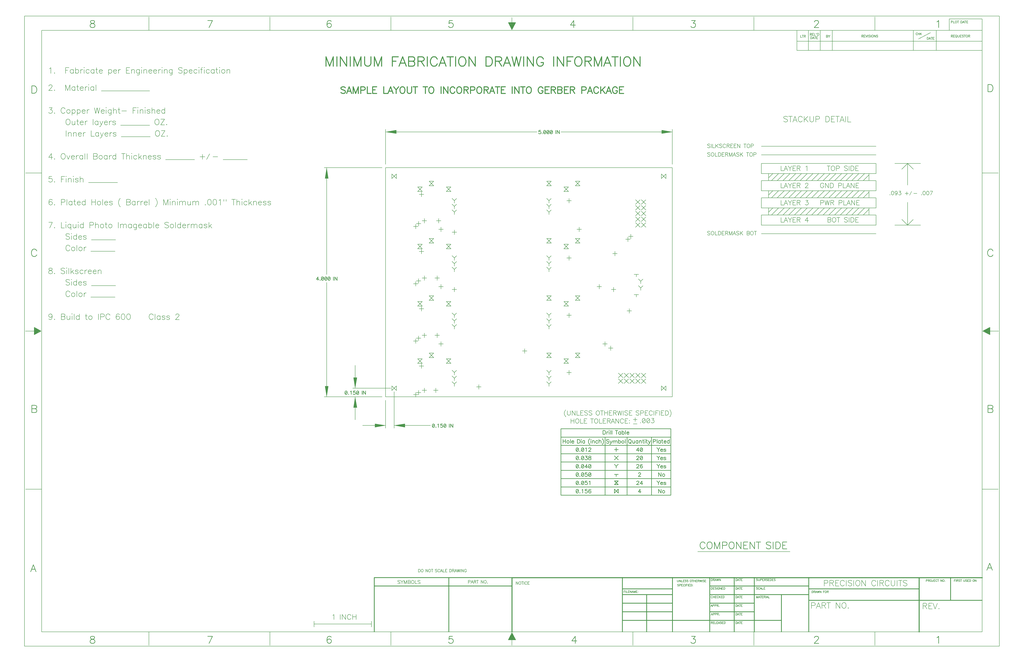
<source format=gbr>
G04 CAM350 PRO V7.5 (Build 195) Date:  Fri Apr 11 11:24:10 2014 *
G04 Database: c:\documents and settings\eddie\desktop\fab drawing\fab drawing.cam *
G04 Layer 1: DrillSymbols *
%FSTAX24Y24*%
%MOIN*%
%SFA1.000B1.000*%

%MIA0B0*%
%IPPOS*%
%ADD12C,0.01000*%
%ADD13C,0.01200*%
%ADD15C,0.01600*%
%ADD19C,0.00600*%
%ADD20C,0.00800*%
%LNDrillSymbols*%
%LPD*%
G54D19*
X057688Y048845D03*
Y088175D03*
Y088205D03*
X067968Y088515D02*
G01Y048515D01*
X117968*
Y088515*
X067968*
G54D20*
X00676Y06056D02*
G01X00772Y06004D01*
X00682Y06046D02*
G01X0076Y06004D01*
X00688Y06036D02*
G01X00748Y06004D01*
X00694Y06026D02*
G01X00736Y06004D01*
X007Y06016D02*
G01X00724Y06004D01*
X00704Y06008D02*
G01X00714Y06004D01*
G54D19*
X13289Y0134D02*
G01Y01376D01*
X13275Y0134*
X13262Y01376*
Y0134*
X13325D02*
G01X13311Y01376D01*
X13297Y0134*
X13303Y01352D02*
G01X1332D01*
X1334Y01376D02*
G01Y0134D01*
X13328Y01376D02*
G01X13352D01*
X13382D02*
G01X1336D01*
Y0134*
X13382*
X1336Y01359D02*
G01X13374D01*
X13393D02*
G01X13408D01*
X13413Y01361*
X13415Y01362*
X13416Y01366*
Y01369*
X13415Y01373*
X13413Y01374*
X13408Y01376*
X13393*
Y0134*
X13405Y01359D02*
G01X13416Y0134D01*
X13428Y01376D02*
G01Y0134D01*
X13464D02*
G01X1345Y01376D01*
X13437Y0134*
X13442Y01352D02*
G01X13459D01*
X13473Y01376D02*
G01Y0134D01*
X13493*
G54D20*
X1397Y109D02*
G01Y1106D01*
X14375Y109D02*
G01Y1106D01*
X1417Y109D02*
G01Y1106D01*
G54D19*
X14197Y1118D02*
G01X14214D01*
X1422Y11182*
X14221Y11184*
X14223Y11188*
Y11192*
X14221Y11195*
X1422Y11197*
X14214Y11199*
X14197*
Y1116*
X1421Y1118D02*
G01X14223Y1116D01*
X14261Y11199D02*
G01X14236D01*
Y1116*
X14261*
X14236Y1118D02*
G01X14251D01*
X14272Y11199D02*
G01Y1116D01*
X14295*
X14311Y11199D02*
G01X14302Y11188D01*
X14313Y11197*
X14311Y11199*
X14326D02*
G01Y1116D01*
X14339*
X14345Y11162*
X14349Y11165*
X14351Y11169*
X14353Y11175*
Y11184*
X14351Y1119*
X14349Y11193*
X14345Y11197*
X14339Y11199*
X14326*
X14482Y11165D02*
G01Y11125D01*
X145*
X14505Y11127*
X14507Y11129*
X14509Y11133*
Y11138*
X14507Y11142*
X14505Y11144*
X145Y11146*
X14505Y11148*
X14507Y1115*
X14509Y11154*
Y11158*
X14507Y11162*
X14505Y11163*
X145Y11165*
X14482*
Y11146D02*
G01X145D01*
X14517Y11165D02*
G01X14532Y11146D01*
Y11125*
X14548Y11165D02*
G01X14532Y11146D01*
G54D20*
X16Y109D02*
G01Y11075D01*
G54D19*
X1607Y11197D02*
G01X16068Y11201D01*
X16065Y11204*
X16061Y11206*
X16055*
X16051Y11204*
X16048Y11201*
X16046Y11197*
X16045Y11192*
Y11184*
X16046Y11179*
X16048Y11175*
X16051Y11172*
X16055Y1117*
X16061*
X16065Y11172*
X16068Y11175*
X1607Y11179*
X16082Y11206D02*
G01Y1117D01*
X16105Y11206D02*
G01Y1117D01*
X16082Y11189D02*
G01X16105D01*
X16119Y11206D02*
G01Y1117D01*
X16142Y11206D02*
G01X16119Y11182D01*
X16127Y11191D02*
G01X16142Y1117D01*
G54D20*
X164Y109D02*
G01Y11075D01*
X0067Y05935D02*
G01X0079Y06D01*
X0067Y05935D02*
G01Y06065D01*
X0079Y06*
X00676Y05944D02*
G01X00778Y06D01*
X00676Y05944D02*
G01Y06056D01*
X00682Y05954D02*
G01X00772Y06004D01*
X00682Y05954D02*
G01Y06046D01*
X00688Y05964D02*
G01X0076Y06004D01*
X00688Y05964D02*
G01Y06036D01*
X00694Y05974D02*
G01X00748Y06004D01*
X00694Y05974D02*
G01Y06026D01*
X007Y05982D02*
G01X00736Y06004D01*
X007Y05982D02*
G01Y06016D01*
X00704Y05992D02*
G01X00724Y06004D01*
X00704Y05992D02*
G01Y06008D01*
G54D12*
X01672Y00673D02*
G01X01654Y00667D01*
X01648Y00655*
Y00644*
X01654Y00632*
X01666Y00626*
X01689Y0062*
X01707Y00614*
X01719Y00603*
X01724Y00591*
Y00573*
X01719Y00561*
X01713Y00556*
X01695Y0055*
X01672*
X01654Y00556*
X01648Y00561*
X01642Y00573*
Y00591*
X01648Y00603*
X0166Y00614*
X01677Y0062*
X01701Y00626*
X01713Y00632*
X01719Y00644*
Y00655*
X01713Y00667*
X01695Y00673*
X01672*
Y11423D02*
G01X01654Y11417D01*
X01648Y11405*
Y11394*
X01654Y11382*
X01666Y11376*
X01689Y1137*
X01707Y11364*
X01719Y11353*
X01724Y11341*
Y11323*
X01719Y11311*
X01713Y11306*
X01695Y113*
X01672*
X01654Y11306*
X01648Y11311*
X01642Y11323*
Y11341*
X01648Y11353*
X0166Y11364*
X01677Y1137*
X01701Y11376*
X01713Y11382*
X01719Y11394*
Y11405*
X01713Y11417*
X01695Y11423*
X01672*
G54D20*
X0267Y00515D02*
G01Y0075D01*
Y1125D02*
G01Y11485D01*
G54D12*
X03716Y0055D02*
G01X03774Y00673D01*
X03692*
X03716Y113D02*
G01X03774Y11423D01*
X03692*
G54D20*
X0478Y00515D02*
G01Y0075D01*
Y1125D02*
G01Y11485D01*
X111165Y043799D02*
G01X111805D01*
X111485Y044869D02*
G01Y044229D01*
X111165Y044549D02*
G01X111805D01*
X0555Y00835D02*
G01Y00935D01*
G54D12*
X05844Y00655D02*
G01X05838Y00667D01*
X0582Y00673*
X05808*
X05791Y00667*
X05779Y0065*
X05773Y0062*
Y00591*
X05779Y00567*
X05791Y00556*
X05808Y0055*
X05814*
X05832Y00556*
X05844Y00567*
X05849Y00585*
Y00591*
X05844Y00608*
X05832Y0062*
X05814Y00626*
X05808*
X05791Y0062*
X05779Y00608*
X05773Y00591*
X05844Y11405D02*
G01X05838Y11417D01*
X0582Y11423*
X05808*
X05791Y11417*
X05779Y114*
X05773Y1137*
Y11341*
X05779Y11317*
X05791Y11306*
X05808Y113*
X05814*
X05832Y11306*
X05844Y11317*
X05849Y11335*
Y11341*
X05844Y11358*
X05832Y1137*
X05814Y11376*
X05808*
X05791Y1137*
X05779Y11358*
X05773Y11341*
G54D20*
X0655Y00835D02*
G01Y00935D01*
X0689Y00515D02*
G01Y0075D01*
Y1125D02*
G01Y11485D01*
G54D12*
X07963Y00673D02*
G01X07904D01*
X07898Y0062*
X07904Y00626*
X07922Y00632*
X07939*
X07957Y00626*
X07969Y00614*
X07974Y00597*
Y00585*
X07969Y00567*
X07957Y00556*
X07939Y0055*
X07922*
X07904Y00556*
X07898Y00561*
X07892Y00573*
X07963Y11423D02*
G01X07904D01*
X07898Y1137*
X07904Y11376*
X07922Y11382*
X07939*
X07957Y11376*
X07969Y11364*
X07974Y11347*
Y11335*
X07969Y11317*
X07957Y11306*
X07939Y113*
X07922*
X07904Y11306*
X07898Y11311*
X07892Y11323*
X10101Y0055D02*
G01Y00673D01*
X10042Y00591*
X1013*
X10076Y113D02*
G01Y11423D01*
X10017Y11341*
X10105*
G54D20*
X1111Y00515D02*
G01Y0075D01*
Y1125D02*
G01Y11485D01*
G54D12*
X12129Y00673D02*
G01X12194D01*
X12158Y00626*
X12176*
X12188Y0062*
X12194Y00614*
X12199Y00597*
Y00585*
X12194Y00567*
X12182Y00556*
X12164Y0055*
X12147*
X12129Y00556*
X12123Y00561*
X12117Y00573*
X12129Y11423D02*
G01X12194D01*
X12158Y11376*
X12176*
X12188Y1137*
X12194Y11364*
X12199Y11347*
Y11335*
X12194Y11317*
X12182Y11306*
X12164Y113*
X12147*
X12129Y11306*
X12123Y11311*
X12117Y11323*
G54D20*
X1322Y00515D02*
G01Y0075D01*
G54D19*
X13284Y01521D02*
G01X13281Y01525D01*
X13275Y01526*
X13269*
X13264Y01525*
X1326Y01521*
Y01518*
X13262Y01514*
X13264Y01513*
X13267Y01511*
X13277Y01507*
X13281Y01506*
X13282Y01504*
X13284Y01501*
Y01496*
X13281Y01492*
X13275Y0149*
X13269*
X13264Y01492*
X1326Y01496*
X1332Y01518D02*
G01X13318Y01521D01*
X13315Y01525*
X13311Y01526*
X13304*
X13301Y01525*
X13298Y01521*
X13296Y01518*
X13294Y01513*
Y01504*
X13296Y01499*
X13298Y01496*
X13301Y01492*
X13304Y0149*
X13311*
X13315Y01492*
X13318Y01496*
X1332Y01499*
X13354Y0149D02*
G01X1334Y01526D01*
X13327Y0149*
X13332Y01502D02*
G01X13349D01*
X13362Y01526D02*
G01Y0149D01*
X13383*
X13414Y01526D02*
G01X13391D01*
Y0149*
X13414*
X13391Y01509D02*
G01X13405D01*
G54D20*
X1322Y1125D02*
G01Y11485D01*
X1397Y1106D02*
G01Y1125D01*
G54D12*
X14273Y00644D02*
G01Y0065D01*
X14279Y00661*
X14285Y00667*
X14297Y00673*
X1432*
X14332Y00667*
X14338Y00661*
X14344Y0065*
Y00638*
X14338Y00626*
X14326Y00608*
X14267Y0055*
X14349*
X14273Y11394D02*
G01Y114D01*
X14279Y11411*
X14285Y11417*
X14297Y11423*
X1432*
X14332Y11417*
X14338Y11411*
X14344Y114*
Y11388*
X14338Y11376*
X14326Y11358*
X14267Y113*
X14349*
G54D19*
X14207Y11139D02*
G01Y111D01*
X1422*
X14226Y11102*
X1423Y11105*
X14231Y11109*
X14233Y11115*
Y11124*
X14231Y1113*
X1423Y11133*
X14226Y11137*
X1422Y11139*
X14207*
X14271Y111D02*
G01X14256Y11139D01*
X14241Y111*
X14246Y11113D02*
G01X14265D01*
X14288Y11139D02*
G01Y111D01*
X14274Y11139D02*
G01X14301D01*
X14334D02*
G01X1431D01*
Y111*
X14334*
X1431Y1112D02*
G01X14325D01*
G54D20*
X14375Y1106D02*
G01Y1125D01*
X1417Y1106D02*
G01Y1125D01*
X1533Y00515D02*
G01Y0075D01*
Y1125D02*
G01Y11485D01*
X16Y1106D02*
G01Y1125D01*
G54D19*
X16237Y11129D02*
G01Y1109D01*
X1625*
X16256Y11092*
X1626Y11095*
X16261Y11099*
X16263Y11105*
Y11114*
X16261Y1112*
X1626Y11123*
X16256Y11127*
X1625Y11129*
X16237*
X16301Y1109D02*
G01X16286Y11129D01*
X16271Y1109*
X16276Y11103D02*
G01X16295D01*
X16318Y11129D02*
G01Y1109D01*
X16304Y11129D02*
G01X16331D01*
X16364D02*
G01X1634D01*
Y1109*
X16364*
X1634Y1111D02*
G01X16355D01*
G54D20*
X164Y1106D02*
G01Y1125D01*
X16625D02*
G01Y1145D01*
G54D12*
X17374Y01825D02*
G01X17327Y01948D01*
X1728Y01825*
X17298Y01866D02*
G01X17357D01*
G54D20*
X1729Y05998D02*
G01X17298Y05992D01*
Y06006*
X17278Y05998D02*
G01X17298Y06006D01*
X17278Y05998D02*
G01X17304Y05984D01*
Y06016*
X17264Y05998D02*
G01X17304Y06016D01*
X17264Y05998D02*
G01X17308Y05976D01*
Y06024*
X17254Y05998D02*
G01X17308Y06024D01*
X17254Y05998D02*
G01X17314Y05968D01*
Y06032*
X17244Y05998D02*
G01X17314Y06032D01*
X17244Y05998D02*
G01X1732Y0596D01*
Y0604*
X17234Y05998D02*
G01X1732Y0604D01*
X17234Y05998D02*
G01X17324Y05952D01*
Y06048*
X17226Y05998D02*
G01X17324Y06048D01*
X17226Y05998D02*
G01X1733Y05944D01*
Y06056*
X1722Y06D02*
G01X1733Y06056D01*
X17335Y05935D02*
G01Y06065D01*
X1721Y06D02*
G01X17335Y05935D01*
X1721Y06D02*
G01X17335Y06065D01*
X172Y1125D02*
G01Y1145D01*
X14585Y109D02*
G01Y1125D01*
G54D13*
X1665Y013D02*
G01Y017D01*
X079Y0075D02*
G01Y01695D01*
X10925Y0075D02*
G01Y017D01*
X1135Y0075D02*
G01Y014D01*
X118Y0075D02*
G01Y017D01*
X1245Y0075D02*
G01Y017D01*
X12875Y0075D02*
G01Y017D01*
X13225Y0075D02*
G01Y017D01*
X137Y0075D02*
G01Y014D01*
X14175Y0075D02*
G01Y017D01*
G54D15*
X161Y0075D02*
G01Y01695D01*
G54D19*
X005Y005D02*
G01Y115D01*
G54D20*
X008Y0075D02*
G01Y1125D01*
X172Y0075D02*
G01Y1125D01*
G54D19*
X175Y005D02*
G01Y115D01*
G54D20*
X0052Y0324D02*
G01X008D01*
G54D12*
X00624Y04706D02*
G01Y04577D01*
X0068*
X00698Y04583*
X00704Y04589*
X00711Y04601*
Y0462*
X00704Y04632*
X00698Y04638*
X0068Y04645*
X00698Y04651*
X00704Y04657*
X00711Y04669*
Y04682*
X00704Y04694*
X00698Y047*
X0068Y04706*
X00624*
Y04645D02*
G01X0068D01*
X00711Y074D02*
G01X00704Y07413D01*
X00692Y07425*
X0068Y07431*
X00655*
X00643Y07425*
X0063Y07413*
X00624Y074*
X00618Y07382*
Y07351*
X00624Y07333*
X0063Y0732*
X00643Y07308*
X00655Y07302*
X0068*
X00692Y07308*
X00704Y0732*
X00711Y07333*
G54D20*
X0052Y0876D02*
G01X008D01*
X09Y00735D02*
G01X09065Y0061D01*
X08935D02*
G01X09Y00735D01*
X08935Y0061D02*
G01X09065D01*
X09Y00725D02*
G01X09056Y00615D01*
X08944D02*
G01X09056D01*
X08944D02*
G01X08998Y00719D01*
X09048Y00621*
X08952D02*
G01X09048D01*
X08952D02*
G01X08998Y00711D01*
X0904Y00625*
X0896D02*
G01X0904D01*
X0896D02*
G01X08998Y00701D01*
X09032Y00631*
X08968D02*
G01X09032D01*
X08968D02*
G01X08998Y00691D01*
X09024Y00637*
X08976D02*
G01X09024D01*
X08976D02*
G01X08998Y00681D01*
X09016Y00641*
X08984D02*
G01X09016D01*
X08984D02*
G01X08998Y00667D01*
X09006Y00647*
X08992D02*
G01X09006D01*
X08992D02*
G01X08998Y00655D01*
X08992Y00647D02*
G01X08998Y00655D01*
X08992Y00647D02*
G01X09006D01*
X08998Y00667D02*
G01X09006Y00647D01*
X08984Y00641D02*
G01X08998Y00667D01*
X08984Y00641D02*
G01X09016D01*
X08998Y00681D02*
G01X09016Y00641D01*
X08976Y00637D02*
G01X08998Y00681D01*
X08976Y00637D02*
G01X09024D01*
X08998Y00691D02*
G01X09024Y00637D01*
X08968Y00631D02*
G01X08998Y00691D01*
X08968Y00631D02*
G01X09032D01*
X08998Y00701D02*
G01X09032Y00631D01*
X0896Y00625D02*
G01X08998Y00701D01*
X0896Y00625D02*
G01X0904D01*
X08998Y00711D02*
G01X0904Y00625D01*
X08952Y00621D02*
G01X08998Y00711D01*
X08952Y00621D02*
G01X09048D01*
X08998Y00719D02*
G01X09048Y00621D01*
X08944Y00615D02*
G01X08998Y00719D01*
X08944Y00615D02*
G01X09056D01*
X09Y00725D02*
G01X09056Y00615D01*
X08935Y0061D02*
G01X09065D01*
X08935D02*
G01X09Y00735D01*
X09065Y0061*
X09103Y01624D02*
G01Y01576D01*
X09071Y01624*
Y01576*
X09133Y01624D02*
G01X09129Y01622D01*
X09124Y01617*
X09122Y01613*
X0912Y01606*
Y01594*
X09122Y01587*
X09124Y01583*
X09129Y01578*
X09133Y01576*
X09143*
X09147Y01578*
X09152Y01583*
X09154Y01587*
X09156Y01594*
Y01606*
X09154Y01613*
X09152Y01617*
X09147Y01622*
X09143Y01624*
X09133*
X09182D02*
G01Y01576D01*
X09166Y01624D02*
G01X09198D01*
X09209D02*
G01Y01576D01*
X0926Y01613D02*
G01X09258Y01617D01*
X09253Y01622*
X09249Y01624*
X09239*
X09235Y01622*
X0923Y01617*
X09228Y01613*
X09225Y01606*
Y01594*
X09228Y01587*
X0923Y01583*
X09235Y01578*
X09239Y01576*
X09249*
X09253Y01578*
X09258Y01583*
X0926Y01587*
X09306Y01624D02*
G01X09276D01*
Y01576*
X09306*
X09276Y01601D02*
G01X09295D01*
X08935Y11385D02*
G01X09065D01*
X08944Y1138D02*
G01X09Y1127D01*
X08944Y1138D02*
G01X09056D01*
X09002Y11276D02*
G01X09056Y1138D01*
X08952Y11374D02*
G01X09002Y11276D01*
X08952Y11374D02*
G01X09048D01*
X09002Y11284D02*
G01X09048Y11374D01*
X0896Y1137D02*
G01X09002Y11284D01*
X0896Y1137D02*
G01X0904D01*
X09002Y11294D02*
G01X0904Y1137D01*
X08968Y11364D02*
G01X09002Y11294D01*
X08968Y11364D02*
G01X09032D01*
X09002Y11304D02*
G01X09032Y11364D01*
X08976Y11358D02*
G01X09002Y11304D01*
X08976Y11358D02*
G01X09024D01*
X09002Y11314D02*
G01X09024Y11358D01*
X08984Y11354D02*
G01X09002Y11314D01*
X08984Y11354D02*
G01X09016D01*
X09002Y11328D02*
G01X09016Y11354D01*
X08994Y11348D02*
G01X09002Y11328D01*
X08994Y11348D02*
G01X09008D01*
X09002Y1134D02*
G01X09008Y11348D01*
X08935Y11385D02*
G01X09Y1126D01*
X09065Y11385*
G54D19*
X12902Y01076D02*
G01Y0104D01*
X12914*
X12919Y01042*
X12922Y01046*
X12924Y01049*
X12926Y01054*
Y01063*
X12924Y01068*
X12922Y01071*
X12919Y01075*
X12914Y01076*
X12902*
X1296Y0104D02*
G01X12946Y01076D01*
X12933Y0104*
X12938Y01052D02*
G01X12955D01*
X12975Y01076D02*
G01Y0104D01*
X12963Y01076D02*
G01X12987D01*
X13018D02*
G01X12996D01*
Y0104*
X13018*
X12996Y01059D02*
G01X1301D01*
G54D13*
X1245Y011D02*
G01X13225D01*
G54D19*
X12499Y0104D02*
G01X12485Y01076D01*
X12472Y0104*
X12477Y01052D02*
G01X12494D01*
X12508Y01058D02*
G01X12523D01*
X12528Y01059*
X1253Y01061*
X12531Y01064*
Y01069*
X1253Y01073*
X12528Y01075*
X12523Y01076*
X12508*
Y0104*
X12543Y01058D02*
G01X12559D01*
X12564Y01059*
X12566Y01061*
X12567Y01064*
Y01069*
X12566Y01073*
X12564Y01075*
X12559Y01076*
X12543*
Y0104*
X12579Y01059D02*
G01X12595D01*
X126Y01061*
X12601Y01063*
X12603Y01066*
Y01069*
X12601Y01073*
X126Y01075*
X12595Y01076*
X12579*
Y0104*
X12591Y01059D02*
G01X12603Y0104D01*
X12617Y01044D02*
G01X12615Y01042D01*
X12617Y0104*
X12618Y01042*
X12617Y01044*
X12902Y01376D02*
G01Y0134D01*
X12914*
X12919Y01342*
X12922Y01346*
X12924Y01349*
X12926Y01354*
Y01363*
X12924Y01368*
X12922Y01371*
X12919Y01375*
X12914Y01376*
X12902*
X1296Y0134D02*
G01X12946Y01376D01*
X12933Y0134*
X12938Y01352D02*
G01X12955D01*
X12975Y01376D02*
G01Y0134D01*
X12963Y01376D02*
G01X12987D01*
X13018D02*
G01X12996D01*
Y0134*
X13018*
X12996Y01359D02*
G01X1301D01*
G54D13*
X1245Y0125D02*
G01X13225D01*
G54D19*
X12495Y01367D02*
G01X12494Y01371D01*
X1249Y01374*
X12487Y01376*
X1248*
X12477Y01374*
X12473Y01371*
X12472Y01367*
X1247Y01362*
Y01354*
X12472Y01349*
X12473Y01345*
X12477Y01342*
X1248Y0134*
X12487*
X1249Y01342*
X12494Y01345*
X12495Y01349*
X12507Y01376D02*
G01Y0134D01*
X12531Y01376D02*
G01Y0134D01*
X12507Y01359D02*
G01X12531D01*
X12566Y01376D02*
G01X12544D01*
Y0134*
X12566*
X12544Y01359D02*
G01X12558D01*
X126Y01367D02*
G01X12598Y01371D01*
X12595Y01374*
X12592Y01376*
X12585*
X12581Y01374*
X12578Y01371*
X12576Y01367*
X12575Y01362*
Y01354*
X12576Y01349*
X12578Y01345*
X12581Y01342*
X12585Y0134*
X12592*
X12595Y01342*
X12598Y01345*
X126Y01349*
X12612Y01376D02*
G01Y0134D01*
X12635Y01376D02*
G01X12612Y01352D01*
X1262Y01361D02*
G01X12635Y0134D01*
X12669Y01376D02*
G01X12647D01*
Y0134*
X12669*
X12647Y01359D02*
G01X12661D01*
X12679Y01376D02*
G01Y0134D01*
X12691*
X12696Y01342*
X127Y01345*
X12701Y01349*
X12703Y01354*
Y01362*
X12701Y01367*
X127Y01371*
X12696Y01374*
X12691Y01376*
X12679*
X12902Y01676D02*
G01Y0164D01*
X12914*
X12919Y01642*
X12922Y01646*
X12924Y01649*
X12926Y01654*
Y01663*
X12924Y01668*
X12922Y01671*
X12919Y01675*
X12914Y01676*
X12902*
X1296Y0164D02*
G01X12946Y01676D01*
X12933Y0164*
X12938Y01652D02*
G01X12955D01*
X12975Y01676D02*
G01Y0164D01*
X12963Y01676D02*
G01X12987D01*
X13018D02*
G01X12996D01*
Y0164*
X13018*
X12996Y01659D02*
G01X1301D01*
X12472Y01676D02*
G01Y0164D01*
X12484*
X12489Y01642*
X12492Y01646*
X12494Y01649*
X12496Y01654*
Y01663*
X12494Y01668*
X12492Y01671*
X12489Y01674*
X12484Y01676*
X12472*
X12508Y01659D02*
G01X12523D01*
X12528Y01661*
X1253Y01663*
X12531Y01666*
Y01669*
X1253Y01673*
X12528Y01674*
X12523Y01676*
X12508*
Y0164*
X1252Y01659D02*
G01X12531Y0164D01*
X12566D02*
G01X12552Y01676D01*
X12538Y0164*
X12543Y01652D02*
G01X1256D01*
X12571Y01676D02*
G01X12579Y0164D01*
X12588Y01676*
X12596Y0164*
X12605Y01676*
X12639D02*
G01Y0164D01*
X12615Y01676*
Y0164*
X14227Y01466D02*
G01Y0143D01*
X14239*
X14244Y01432*
X14247Y01435*
X14249Y01439*
X1425Y01444*
Y01452*
X14249Y01457*
X14247Y01461*
X14244Y01464*
X14239Y01466*
X14227*
X14262Y01449D02*
G01X14277D01*
X14282Y01451*
X14284Y01452*
X14286Y01456*
Y01459*
X14284Y01462*
X14282Y01464*
X14277Y01466*
X14262*
Y0143*
X14274Y01449D02*
G01X14286Y0143D01*
X1432D02*
G01X14306Y01466D01*
X14293Y0143*
X14298Y01442D02*
G01X14314D01*
X14325Y01466D02*
G01X14333Y0143D01*
X14342Y01466*
X1435Y0143*
X14358Y01466*
X14392D02*
G01Y0143D01*
X14369Y01466*
Y0143*
X14449Y01466D02*
G01X14428D01*
Y0143*
Y01449D02*
G01X14441D01*
X14466Y01466D02*
G01X14463Y01464D01*
X1446Y01461*
X14458Y01457*
X14456Y01452*
Y01444*
X14458Y01439*
X1446Y01435*
X14463Y01432*
X14466Y0143*
X14473*
X14476Y01432*
X1448Y01435*
X14482Y01439*
X14483Y01444*
Y01452*
X14482Y01457*
X1448Y01461*
X14476Y01464*
X14473Y01466*
X14466*
X14495Y01449D02*
G01X1451D01*
X14515Y01451*
X14517Y01452*
X14519Y01456*
Y01459*
X14517Y01462*
X14515Y01464*
X1451Y01466*
X14495*
Y0143*
X14507Y01449D02*
G01X14519Y0143D01*
X14032Y11164D02*
G01Y11125D01*
X14055*
X14071Y11164D02*
G01Y11125D01*
X14058Y11164D02*
G01X14084D01*
X14094Y11145D02*
G01X14111D01*
X14116Y11147*
X14118Y11149*
X1412Y11153*
Y11157*
X14118Y1116*
X14116Y11162*
X14111Y11164*
X14094*
Y11125*
X14107Y11145D02*
G01X1412Y11125D01*
X15097Y1115D02*
G01X15114D01*
X1512Y11152*
X15121Y11154*
X15123Y11158*
Y11162*
X15121Y11165*
X1512Y11167*
X15114Y11169*
X15097*
Y1113*
X1511Y1115D02*
G01X15123Y1113D01*
X15161Y11169D02*
G01X15136D01*
Y1113*
X15161*
X15136Y1115D02*
G01X15151D01*
X15166Y11169D02*
G01X15181Y1113D01*
X15196Y11169*
X15206D02*
G01Y1113D01*
X15245Y11163D02*
G01X15241Y11167D01*
X15236Y11169*
X15228*
X15223Y11167*
X15219Y11163*
Y1116*
X15221Y11156*
X15223Y11154*
X15226Y11152*
X15238Y11148*
X15241Y11147*
X15243Y11145*
X15245Y11141*
Y11135*
X15241Y11132*
X15236Y1113*
X15228*
X15223Y11132*
X15219Y11135*
X15258Y11169D02*
G01Y1113D01*
X15283Y11169D02*
G01X15279Y11167D01*
X15275Y11163*
X15273Y1116*
X15271Y11154*
Y11145*
X15273Y11139*
X15275Y11135*
X15279Y11132*
X15283Y1113*
X1529*
X15294Y11132*
X15298Y11135*
X153Y11139*
X15301Y11145*
Y11154*
X153Y1116*
X15298Y11163*
X15294Y11167*
X1529Y11169*
X15283*
X15341D02*
G01Y1113D01*
X15315Y11169*
Y1113*
X1538Y11163D02*
G01X15376Y11167D01*
X15371Y11169*
X15363*
X15358Y11167*
X15354Y11163*
Y1116*
X15356Y11156*
X15358Y11154*
X15361Y11152*
X15373Y11148*
X15376Y11147*
X15378Y11145*
X1538Y11141*
Y11135*
X15376Y11132*
X15371Y1113*
X15363*
X15358Y11132*
X15354Y11135*
X16221Y01643D02*
G01X16237D01*
X16242Y01645*
X16243Y01647*
X16245Y0165*
Y01655*
X16243Y01659*
X16242Y0166*
X16237Y01662*
X16221*
Y01626*
X16257Y01645D02*
G01X16272D01*
X16277Y01647*
X16279Y01648*
X16281Y01652*
Y01655*
X16279Y01659*
X16277Y0166*
X16272Y01662*
X16257*
Y01626*
X16269Y01645D02*
G01X16281Y01626D01*
X16301Y01662D02*
G01X16298Y0166D01*
X16294Y01657*
X16293Y01654*
X16291Y01648*
Y0164*
X16293Y01635*
X16294Y01631*
X16298Y01628*
X16301Y01626*
X16308*
X16311Y01628*
X16315Y01631*
X16316Y01635*
X16318Y0164*
Y01648*
X16316Y01654*
X16315Y01657*
X16311Y0166*
X16308Y01662*
X16301*
X16343D02*
G01Y01635D01*
X16342Y0163*
X1634Y01628*
X16337Y01626*
X16333*
X1633Y01628*
X16328Y0163*
X16326Y01635*
Y01638*
X16379Y01662D02*
G01X16357D01*
Y01626*
X16379*
X16357Y01645D02*
G01X16371D01*
X16413Y01654D02*
G01X16411Y01657D01*
X16408Y0166*
X16404Y01662*
X16398*
X16394Y0166*
X16391Y01657*
X16389Y01654*
X16387Y01648*
Y0164*
X16389Y01635*
X16391Y01631*
X16394Y01628*
X16398Y01626*
X16404*
X16408Y01628*
X16411Y01631*
X16413Y01635*
X16432Y01662D02*
G01Y01626D01*
X1642Y01662D02*
G01X16443D01*
X16498D02*
G01Y01626D01*
X16474Y01662*
Y01626*
X1652Y01662D02*
G01X16516Y0166D01*
X16513Y01657*
X16511Y01654*
X1651Y01648*
Y0164*
X16511Y01635*
X16513Y01631*
X16516Y01628*
X1652Y01626*
X16527*
X1653Y01628*
X16533Y01631*
X16535Y01635*
X16537Y0164*
Y01648*
X16535Y01654*
X16533Y01657*
X1653Y0166*
X16527Y01662*
X1652*
X1655Y0163D02*
G01X16549Y01628D01*
X1655Y01626*
X16552Y01628*
X1655Y0163*
G54D20*
X172Y0324D02*
G01X1748D01*
G54D12*
X17299Y04706D02*
G01Y04577D01*
X17355*
X17373Y04583*
X17379Y04589*
X17386Y04601*
Y0462*
X17379Y04632*
X17373Y04638*
X17355Y04645*
X17373Y04651*
X17379Y04657*
X17386Y04669*
Y04682*
X17379Y04694*
X17373Y047*
X17355Y04706*
X17299*
Y04645D02*
G01X17355D01*
X17386Y074D02*
G01X17379Y07413D01*
X17367Y07425*
X17355Y07431*
X1733*
X17318Y07425*
X17305Y07413*
X17299Y074*
X17293Y07382*
Y07351*
X17299Y07333*
X17305Y0732*
X17318Y07308*
X1733Y07302*
X17355*
X17367Y07308*
X17379Y0732*
X17386Y07333*
G54D20*
X172Y0876D02*
G01X1748D01*
G54D12*
X00699Y018D02*
G01X00652Y01923D01*
X00605Y018*
X00623Y01841D02*
G01X00682D01*
G54D20*
X00515Y06D02*
G01X0079D01*
G54D12*
X00624Y10281D02*
G01Y10152D01*
X00667*
X00686Y10158*
X00698Y1017*
X00704Y10183*
X00711Y10201*
Y10232*
X00704Y1025*
X00698Y10263*
X00686Y10275*
X00667Y10281*
X00624*
G54D20*
X112415Y044029D02*
G01X112375Y043989D01*
X112415Y043949*
X112455Y043989*
X112415Y044029*
X112955Y044759D02*
G01X112835Y044719D01*
X112765Y044599*
X112725Y044409*
Y044299*
X112765Y044099*
X112835Y043989*
X112955Y043949*
X113035*
X113145Y043989*
X113225Y044099*
X113265Y044299*
Y044409*
X113225Y044599*
X113145Y044719*
X113035Y044759*
X112955*
X113225Y044599D02*
G01X112765Y044099D01*
X113725Y044759D02*
G01X113605Y044719D01*
X113525Y044599*
X113495Y044409*
Y044299*
X113525Y044099*
X113605Y043989*
X113725Y043949*
X113795*
X113915Y043989*
X113985Y044099*
X114025Y044299*
Y044409*
X113985Y044599*
X113915Y044719*
X113795Y044759*
X113725*
X113985Y044599D02*
G01X113525Y044099D01*
X114335Y044759D02*
G01X114755D01*
X114525Y044449*
X114645*
X114715Y044409*
X114755Y044369*
X114795Y044259*
Y044179*
X114755Y044069*
X114685Y043989*
X114565Y043949*
X114445*
X114335Y043989*
X114295Y044029*
X114255Y044099*
X07369Y01841D02*
G01Y01793D01*
X07385*
X07392Y01796*
X07396Y018*
X07398Y01805*
X07401Y01812*
Y01823*
X07398Y0183*
X07396Y01834*
X07392Y01839*
X07385Y01841*
X07369*
X07428D02*
G01X07424Y01839D01*
X07419Y01834*
X07417Y0183*
X07414Y01823*
Y01812*
X07417Y01805*
X07419Y018*
X07424Y01796*
X07428Y01793*
X07437*
X07442Y01796*
X07446Y018*
X07449Y01805*
X07451Y01812*
Y01823*
X07449Y0183*
X07446Y01834*
X07442Y01839*
X07437Y01841*
X07428*
X07529D02*
G01Y01793D01*
X07497Y01841*
Y01793*
X07559Y01841D02*
G01X07554Y01839D01*
X07549Y01834*
X07547Y0183*
X07545Y01823*
Y01812*
X07547Y01805*
X07549Y018*
X07554Y01796*
X07559Y01793*
X07568*
X07572Y01796*
X07577Y018*
X07579Y01805*
X07581Y01812*
Y01823*
X07579Y0183*
X07577Y01834*
X07572Y01839*
X07568Y01841*
X07559*
X07607D02*
G01Y01793D01*
X07591Y01841D02*
G01X07623D01*
X07693Y01834D02*
G01X07689Y01839D01*
X07682Y01841*
X07673*
X07666Y01839*
X07661Y01834*
Y0183*
X07664Y01825*
X07666Y01823*
X07671Y01821*
X07684Y01816*
X07689Y01814*
X07691Y01812*
X07693Y01807*
Y018*
X07689Y01796*
X07682Y01793*
X07673*
X07666Y01796*
X07661Y018*
X07741Y0183D02*
G01X07739Y01834D01*
X07735Y01839*
X0773Y01841*
X07721*
X07716Y01839*
X07712Y01834*
X07709Y0183*
X07707Y01823*
Y01812*
X07709Y01805*
X07712Y018*
X07716Y01796*
X07721Y01793*
X0773*
X07735Y01796*
X07739Y018*
X07741Y01805*
X07787Y01793D02*
G01X07769Y01841D01*
X07751Y01793*
X07758Y01809D02*
G01X0778D01*
X07799Y01841D02*
G01Y01793D01*
X07826*
X07867Y01841D02*
G01X07838D01*
Y01793*
X07867*
X07838Y01818D02*
G01X07856D01*
X07911Y01841D02*
G01Y01793D01*
X07927*
X07934Y01796*
X07938Y018*
X0794Y01805*
X07943Y01812*
Y01823*
X0794Y0183*
X07938Y01834*
X07934Y01839*
X07927Y01841*
X07911*
X07959Y01818D02*
G01X07979D01*
X07986Y01821*
X07989Y01823*
X07991Y01828*
Y01832*
X07989Y01837*
X07986Y01839*
X07979Y01841*
X07959*
Y01793*
X07975Y01818D02*
G01X07991Y01793D01*
X08037D02*
G01X08018Y01841D01*
X08Y01793*
X08007Y01809D02*
G01X0803D01*
X08043Y01841D02*
G01X08055Y01793D01*
X08066Y01841*
X08078Y01793*
X08089Y01841*
X08103D02*
G01Y01793D01*
X08153Y01841D02*
G01Y01793D01*
X08121Y01841*
Y01793*
X08204Y0183D02*
G01X08201Y01834D01*
X08197Y01839*
X08192Y01841*
X08183*
X08178Y01839*
X08174Y01834*
X08172Y0183*
X08169Y01823*
Y01812*
X08172Y01805*
X08174Y018*
X08178Y01796*
X08183Y01793*
X08192*
X08197Y01796*
X08201Y018*
X08204Y01805*
Y01812*
X08192*
X09Y00515D02*
G01Y00735D01*
Y1126D02*
G01Y11475D01*
G54D19*
X12902Y00926D02*
G01Y0089D01*
X12914*
X12919Y00892*
X12922Y00896*
X12924Y00899*
X12926Y00904*
Y00913*
X12924Y00918*
X12922Y00921*
X12919Y00925*
X12914Y00926*
X12902*
X1296Y0089D02*
G01X12946Y00926D01*
X12933Y0089*
X12938Y00902D02*
G01X12955D01*
X12975Y00926D02*
G01Y0089D01*
X12963Y00926D02*
G01X12987D01*
X13018D02*
G01X12996D01*
Y0089*
X13018*
X12996Y00909D02*
G01X1301D01*
X12902Y01226D02*
G01Y0119D01*
X12914*
X12919Y01192*
X12922Y01196*
X12924Y01199*
X12926Y01204*
Y01213*
X12924Y01218*
X12922Y01221*
X12919Y01225*
X12914Y01226*
X12902*
X1296Y0119D02*
G01X12946Y01226D01*
X12933Y0119*
X12938Y01202D02*
G01X12955D01*
X12975Y01226D02*
G01Y0119D01*
X12963Y01226D02*
G01X12987D01*
X13018D02*
G01X12996D01*
Y0119*
X13018*
X12996Y01209D02*
G01X1301D01*
X12472Y00909D02*
G01X12487D01*
X12492Y00911*
X12494Y00912*
X12496Y00916*
Y00919*
X12494Y00923*
X12492Y00924*
X12487Y00926*
X12472*
Y0089*
X12484Y00909D02*
G01X12496Y0089D01*
X1253Y00926D02*
G01X12507D01*
Y0089*
X1253*
X12507Y00909D02*
G01X12521D01*
X1254Y00926D02*
G01Y0089D01*
X1256*
X12591Y00926D02*
G01X12569D01*
Y0089*
X12591*
X12569Y00909D02*
G01X12582D01*
X12623Y0089D02*
G01X12609Y00926D01*
X12596Y0089*
X12601Y00902D02*
G01X12618D01*
X12654Y00921D02*
G01X1265Y00924D01*
X12645Y00926*
X12638*
X12633Y00924*
X1263Y00921*
Y00918*
X12631Y00914*
X12633Y00912*
X12637Y00911*
X12647Y00907*
X1265Y00906*
X12652Y00904*
X12654Y00901*
Y00895*
X1265Y00892*
X12645Y0089*
X12638*
X12633Y00892*
X1263Y00895*
X12688Y00926D02*
G01X12665D01*
Y0089*
X12688*
X12665Y00909D02*
G01X12679D01*
X12698Y00926D02*
G01Y0089D01*
X1271*
X12715Y00892*
X12718Y00895*
X1272Y00899*
X12721Y00904*
Y00912*
X1272Y00918*
X12718Y00921*
X12715Y00924*
X1271Y00926*
X12698*
X12494Y0119D02*
G01X1248Y01226D01*
X12467Y0119*
X12472Y01202D02*
G01X12489D01*
X12503Y01208D02*
G01X12518D01*
X12523Y01209*
X12525Y01211*
X12526Y01214*
Y01219*
X12525Y01223*
X12523Y01225*
X12518Y01226*
X12503*
Y0119*
X12538Y01208D02*
G01X12554D01*
X12559Y01209*
X12561Y01211*
X12562Y01214*
Y01219*
X12561Y01223*
X12559Y01225*
X12554Y01226*
X12538*
Y0119*
X12574Y01209D02*
G01X1259D01*
X12595Y01211*
X12596Y01213*
X12598Y01216*
Y01219*
X12596Y01223*
X12595Y01225*
X1259Y01226*
X12574*
Y0119*
X12586Y01209D02*
G01X12598Y0119D01*
X12612Y01194D02*
G01X1261Y01192D01*
X12612Y0119*
X12613Y01192*
X12612Y01194*
X12902Y01526D02*
G01Y0149D01*
X12914*
X12919Y01492*
X12922Y01496*
X12924Y01499*
X12926Y01504*
Y01513*
X12924Y01518*
X12922Y01521*
X12919Y01525*
X12914Y01526*
X12902*
X1296Y0149D02*
G01X12946Y01526D01*
X12933Y0149*
X12938Y01502D02*
G01X12955D01*
X12975Y01526D02*
G01Y0149D01*
X12963Y01526D02*
G01X12987D01*
X13018D02*
G01X12996D01*
Y0149*
X13018*
X12996Y01509D02*
G01X1301D01*
X12472Y01526D02*
G01Y0149D01*
X12484*
X12489Y01492*
X12492Y01495*
X12494Y01499*
X12496Y01504*
Y01512*
X12494Y01518*
X12492Y01521*
X12489Y01524*
X12484Y01526*
X12472*
X1253D02*
G01X12507D01*
Y0149*
X1253*
X12507Y01509D02*
G01X12521D01*
X12562Y01521D02*
G01X12558Y01524D01*
X12553Y01526*
X12547*
X12541Y01524*
X12538Y01521*
Y01518*
X1254Y01514*
X12541Y01512*
X12545Y01511*
X12555Y01507*
X12558Y01506*
X1256Y01504*
X12562Y01501*
Y01495*
X12558Y01492*
X12553Y0149*
X12547*
X12541Y01492*
X12538Y01495*
X12574Y01526D02*
G01Y0149D01*
X12611Y01518D02*
G01X12609Y01521D01*
X12606Y01524*
X12603Y01526*
X12596*
X12592Y01524*
X12589Y01521*
X12587Y01518*
X12586Y01512*
Y01504*
X12587Y01499*
X12589Y01495*
X12592Y01492*
X12596Y0149*
X12603*
X12606Y01492*
X12609Y01495*
X12611Y01499*
Y01504*
X12603*
X12647Y01526D02*
G01Y0149D01*
X12623Y01526*
Y0149*
X12682Y01526D02*
G01X1266D01*
Y0149*
X12682*
X1266Y01509D02*
G01X12674D01*
X12693Y01526D02*
G01Y0149D01*
X12705*
X1271Y01492*
X12713Y01495*
X12715Y01499*
X12716Y01504*
Y01512*
X12715Y01518*
X12713Y01521*
X1271Y01524*
X12705Y01526*
X12693*
G54D12*
X1641Y0065D02*
G01X16422Y00655D01*
X16439Y00673*
Y0055*
X1641Y114D02*
G01X16422Y11405D01*
X16439Y11423*
Y113*
G54D20*
X1609Y111D02*
G01X163Y1121D01*
X1609Y111D02*
G01X163Y1121D01*
X17215Y06D02*
G01X17485D01*
G54D12*
X17299Y10306D02*
G01Y10177D01*
X17342*
X17361Y10183*
X17373Y10195*
X17379Y10208*
X17386Y10226*
Y10257*
X17379Y10275*
X17373Y10288*
X17361Y103*
X17342Y10306*
X17299*
G54D13*
X066Y0075D02*
G01Y01695D01*
G54D15*
X09Y0075D02*
G01Y01695D01*
G54D20*
X05875Y01036D02*
G01X05883Y0104D01*
X05896Y01053*
Y00964*
X06006Y01053D02*
G01Y00964D01*
X06099Y01053D02*
G01Y00964D01*
X0604Y01053*
Y00964*
X06192Y01032D02*
G01X06188Y0104D01*
X06179Y01049*
X06171Y01053*
X06154*
X06145Y01049*
X06137Y0104*
X06133Y01032*
X06129Y01019*
Y00998*
X06133Y00985*
X06137Y00977*
X06145Y00968*
X06154Y00964*
X06171*
X06179Y00968*
X06188Y00977*
X06192Y00985*
X06222Y01053D02*
G01Y00964D01*
X06281Y01053D02*
G01Y00964D01*
X06222Y01011D02*
G01X06281D01*
X082401Y016207D02*
G01X082631D01*
X082701Y016237*
X082731Y016257*
X082751Y016307*
Y016377*
X082731Y016427*
X082701Y016457*
X082631Y016477*
X082401*
Y015957*
X083251D02*
G01X083051Y016477D01*
X082851Y015957*
X082921Y016137D02*
G01X083171D01*
X083371Y016237D02*
G01X083591D01*
X083671Y016257*
X083691Y016287*
X083721Y016327*
Y016377*
X083691Y016427*
X083671Y016457*
X083591Y016477*
X083371*
Y015957*
X083541Y016237D02*
G01X083721Y015957D01*
X083991Y016477D02*
G01Y015957D01*
X083821Y016477D02*
G01X084161D01*
X084951D02*
G01Y015957D01*
X084611Y016477*
Y015957*
X085281Y016477D02*
G01X085231Y016457D01*
X085181Y016407*
X085151Y016357*
X085131Y016287*
Y016157*
X085151Y016087*
X085181Y016037*
X085231Y015987*
X085281Y015957*
X085371*
X085421Y015987*
X085471Y016037*
X085501Y016087*
X085521Y016157*
Y016287*
X085501Y016357*
X085471Y016407*
X085421Y016457*
X085371Y016477*
X085281*
X085721Y016007D02*
G01X085701Y015987D01*
X085721Y015957*
X085751Y015987*
X085721Y016007*
G54D13*
X066Y0155D02*
G01X09D01*
X066Y01695D02*
G01X09D01*
G54D20*
X07048Y01638D02*
G01X07042Y01644D01*
X07034Y01647*
X07022*
X07014Y01644*
X07008Y01638*
Y01633*
X07011Y01627*
X07014Y01624*
X0702Y01621*
X07037Y01615*
X07042Y01612*
X07045Y0161*
X07048Y01604*
Y01595*
X07042Y0159*
X07034Y01587*
X07022*
X07014Y0159*
X07008Y01595*
X0706Y01647D02*
G01X07083Y01618D01*
Y01587*
X07105Y01647D02*
G01X07083Y01618D01*
X07166Y01587D02*
G01Y01647D01*
X07143Y01587*
X0712Y01647*
Y01587*
X07189Y01647D02*
G01Y01587D01*
X07214*
X07223Y0159*
X07226Y01592*
X07229Y01598*
Y01607*
X07226Y01612*
X07223Y01615*
X07214Y01618*
X07223Y01621*
X07226Y01624*
X07229Y0163*
Y01635*
X07226Y01641*
X07223Y01644*
X07214Y01647*
X07189*
Y01618D02*
G01X07214D01*
X07263Y01647D02*
G01X07257Y01644D01*
X07252Y01638*
X07249Y01633*
X07246Y01624*
Y0161*
X07249Y01601*
X07252Y01595*
X07257Y0159*
X07263Y01587*
X07274*
X0728Y0159*
X07286Y01595*
X07289Y01601*
X07292Y0161*
Y01624*
X07289Y01633*
X07286Y01638*
X0728Y01644*
X07274Y01647*
X07263*
X07312D02*
G01Y01587D01*
X07346*
X07398Y01638D02*
G01X07392Y01644D01*
X07383Y01647*
X07372*
X07363Y01644*
X07357Y01638*
Y01633*
X0736Y01627*
X07363Y01624*
X07369Y01621*
X07386Y01615*
X07392Y01612*
X07395Y0161*
X07398Y01604*
Y01595*
X07392Y0159*
X07383Y01587*
X07372*
X07363Y0159*
X07357Y01595*
G54D13*
X10925Y011D02*
G01X118D01*
X10925Y0095D02*
G01X137D01*
X10925Y0125D02*
G01X118D01*
X10925Y014D02*
G01X118D01*
X1245D02*
G01X14175D01*
G54D19*
X10973Y01467D02*
G01X10951D01*
Y01431*
Y0145D02*
G01X10965D01*
X10982Y01467D02*
G01Y01431D01*
X10995Y01467D02*
G01Y01431D01*
X11016*
X11046Y01467D02*
G01X11024D01*
Y01431*
X11046*
X11024Y0145D02*
G01X11038D01*
X1108Y01467D02*
G01Y01431D01*
X11056Y01467*
Y01431*
X11115D02*
G01X11102Y01467D01*
X11088Y01431*
X11093Y01443D02*
G01X1111D01*
X11151Y01431D02*
G01Y01467D01*
X11137Y01431*
X11124Y01467*
Y01431*
X11186Y01467D02*
G01X11164D01*
Y01431*
X11186*
X11164Y0145D02*
G01X11178D01*
X11198Y01455D02*
G01X11197Y01453D01*
X11198Y01452*
X112Y01453*
X11198Y01455*
Y01435D02*
G01X11197Y01433D01*
X11198Y01431*
X112Y01433*
X11198Y01435*
X13284Y01671D02*
G01X1328Y01674D01*
X13275Y01676*
X13269*
X13263Y01674*
X1326Y01671*
Y01668*
X13262Y01664*
X13263Y01662*
X13267Y01661*
X13277Y01657*
X1328Y01656*
X13282Y01654*
X13284Y01651*
Y01645*
X1328Y01642*
X13275Y0164*
X13269*
X13263Y01642*
X1326Y01645*
X13296Y01676D02*
G01Y01651D01*
X13297Y01645*
X13301Y01642*
X13306Y0164*
X13309*
X13314Y01642*
X13318Y01645*
X13319Y01651*
Y01676*
X13333Y01657D02*
G01X13348D01*
X13353Y01659*
X13355Y01661*
X13357Y01664*
Y01669*
X13355Y01673*
X13353Y01674*
X13348Y01676*
X13333*
Y0164*
X13391Y01676D02*
G01X13369D01*
Y0164*
X13391*
X13369Y01659D02*
G01X13382D01*
X13401D02*
G01X13416D01*
X13421Y01661*
X13423Y01662*
X13425Y01666*
Y01669*
X13423Y01673*
X13421Y01674*
X13416Y01676*
X13401*
Y0164*
X13413Y01659D02*
G01X13425Y0164D01*
X13459Y01671D02*
G01X13455Y01674D01*
X1345Y01676*
X13443*
X13438Y01674*
X13435Y01671*
Y01668*
X13436Y01664*
X13438Y01662*
X13442Y01661*
X13452Y01657*
X13455Y01656*
X13457Y01654*
X13459Y01651*
Y01645*
X13455Y01642*
X1345Y0164*
X13443*
X13438Y01642*
X13435Y01645*
X13492Y01676D02*
G01X1347D01*
Y0164*
X13492*
X1347Y01659D02*
G01X13484D01*
X13503Y01676D02*
G01Y0164D01*
X13514*
X1352Y01642*
X13523Y01645*
X13525Y01649*
X13526Y01654*
Y01662*
X13525Y01668*
X13523Y01671*
X1352Y01674*
X13514Y01676*
X13503*
X1356D02*
G01X13538D01*
Y0164*
X1356*
X13538Y01659D02*
G01X13552D01*
X13592Y01671D02*
G01X13589Y01674D01*
X13584Y01676*
X13577*
X13572Y01674*
X13569Y01671*
Y01668*
X1357Y01664*
X13572Y01662*
X13576Y01661*
X13586Y01657*
X13589Y01656*
X13591Y01654*
X13592Y01651*
Y01645*
X13589Y01642*
X13584Y0164*
X13577*
X13572Y01642*
X13569Y01645*
X11909Y01576D02*
G01X11905Y01579D01*
X119Y01581*
X11894*
X11888Y01579*
X11885Y01576*
Y01573*
X11887Y01569*
X11888Y01567*
X11892Y01566*
X11902Y01562*
X11905Y01561*
X11907Y01559*
X11909Y01556*
Y0155*
X11905Y01547*
X119Y01545*
X11894*
X11888Y01547*
X11885Y0155*
X11921Y01562D02*
G01X11936D01*
X11941Y01564*
X11943Y01566*
X11945Y01569*
Y01574*
X11943Y01578*
X11941Y01579*
X11936Y01581*
X11921*
Y01545*
X11978Y01581D02*
G01X11956D01*
Y01545*
X11978*
X11956Y01564D02*
G01X1197D01*
X12012Y01573D02*
G01X12011Y01576D01*
X12007Y01579*
X12004Y01581*
X11997*
X11994Y01579*
X1199Y01576*
X11989Y01573*
X11987Y01567*
Y01559*
X11989Y01554*
X1199Y0155*
X11994Y01547*
X11997Y01545*
X12004*
X12007Y01547*
X12011Y0155*
X12012Y01554*
X12024Y01581D02*
G01Y01545D01*
X1206Y01581D02*
G01X12038D01*
Y01545*
Y01564D02*
G01X12051D01*
X12068Y01581D02*
G01Y01545D01*
X12104Y01581D02*
G01X12082D01*
Y01545*
X12104*
X12082Y01564D02*
G01X12096D01*
X12114Y01581D02*
G01Y01545D01*
X12126*
X12131Y01547*
X12135Y0155*
X12136Y01554*
X12138Y01559*
Y01567*
X12136Y01573*
X12135Y01576*
X12131Y01579*
X12126Y01581*
X12114*
X12152Y01569D02*
G01X1215Y01567D01*
X12152Y01566*
X12153Y01567*
X12152Y01569*
Y01549D02*
G01X1215Y01547D01*
X12152Y01545*
X12153Y01547*
X12152Y01549*
G54D13*
X1245Y0155D02*
G01X14175D01*
G54D19*
X11882Y01656D02*
G01Y0163D01*
X11883Y01625*
X11887Y01622*
X11892Y0162*
X11895*
X119Y01622*
X11904Y01625*
X11905Y0163*
Y01656*
X11942D02*
G01Y0162D01*
X11919Y01656*
Y0162*
X11956Y01656D02*
G01Y0162D01*
X11976*
X12007Y01656D02*
G01X11985D01*
Y0162*
X12007*
X11985Y01639D02*
G01X11998D01*
X12039Y01651D02*
G01X12035Y01654D01*
X1203Y01656*
X12024*
X12018Y01654*
X12015Y01651*
Y01647*
X12017Y01644*
X12018Y01642*
X12022Y01641*
X12032Y01637*
X12035Y01636*
X12037Y01634*
X12039Y0163*
Y01625*
X12035Y01622*
X1203Y0162*
X12024*
X12018Y01622*
X12015Y01625*
X12072Y01651D02*
G01X12069Y01654D01*
X12064Y01656*
X12057*
X12052Y01654*
X12049Y01651*
Y01647*
X12051Y01644*
X12052Y01642*
X12056Y01641*
X12066Y01637*
X12069Y01636*
X12071Y01634*
X12072Y0163*
Y01625*
X12069Y01622*
X12064Y0162*
X12057*
X12052Y01622*
X12049Y01625*
X12115Y01656D02*
G01X12111Y01654D01*
X12108Y01651*
X12106Y01647*
X12104Y01642*
Y01634*
X12106Y01629*
X12108Y01625*
X12111Y01622*
X12115Y0162*
X12121*
X12125Y01622*
X12128Y01625*
X1213Y01629*
X12131Y01634*
Y01642*
X1213Y01647*
X12128Y01651*
X12125Y01654*
X12121Y01656*
X12115*
X1215D02*
G01Y0162D01*
X12138Y01656D02*
G01X12162D01*
X1217D02*
G01Y0162D01*
X12194Y01656D02*
G01Y0162D01*
X1217Y01639D02*
G01X12194D01*
X12229Y01656D02*
G01X12207D01*
Y0162*
X12229*
X12207Y01639D02*
G01X12221D01*
X1224D02*
G01X12255D01*
X1226Y01641*
X12261Y01642*
X12263Y01646*
Y01649*
X12261Y01652*
X1226Y01654*
X12255Y01656*
X1224*
Y0162*
X12251Y01639D02*
G01X12263Y0162D01*
X12272Y01656D02*
G01X1228Y0162D01*
X12288Y01656*
X12297Y0162*
X12305Y01656*
X12315D02*
G01Y0162D01*
X12351Y01651D02*
G01X12347Y01654D01*
X12342Y01656*
X12336*
X12331Y01654*
X12327Y01651*
Y01647*
X12329Y01644*
X12331Y01642*
X12334Y01641*
X12344Y01637*
X12347Y01636*
X12349Y01634*
X12351Y0163*
Y01625*
X12347Y01622*
X12342Y0162*
X12336*
X12331Y01622*
X12327Y01625*
X12385Y01656D02*
G01X12363D01*
Y0162*
X12385*
X12363Y01639D02*
G01X12376D01*
G54D20*
X12237Y0215D02*
G01X13849D01*
G54D12*
X12365Y02292D02*
G01X12359Y02303D01*
X12348Y02315*
X12336Y0232*
X12313*
X12302Y02315*
X12291Y02303*
X12285Y02292*
X12279Y02275*
Y02246*
X12285Y02229*
X12291Y02218*
X12302Y02206*
X12313Y022*
X12336*
X12348Y02206*
X12359Y02218*
X12365Y02229*
X12433Y0232D02*
G01X12422Y02315D01*
X1241Y02303*
X12405Y02292*
X12399Y02275*
Y02246*
X12405Y02229*
X1241Y02218*
X12422Y02206*
X12433Y022*
X12456*
X12468Y02206*
X12479Y02218*
X12485Y02229*
X1249Y02246*
Y02275*
X12485Y02292*
X12479Y02303*
X12468Y02315*
X12456Y0232*
X12433*
X12622Y022D02*
G01Y0232D01*
X12576Y022*
X1253Y0232*
Y022*
X12667Y02258D02*
G01X12719D01*
X12736Y02263*
X12742Y02269*
X12747Y0228*
Y02298*
X12742Y02309*
X12736Y02315*
X12719Y0232*
X12667*
Y022*
X12816Y0232D02*
G01X12804Y02315D01*
X12793Y02303*
X12787Y02292*
X12781Y02275*
Y02246*
X12787Y02229*
X12793Y02218*
X12804Y02206*
X12816Y022*
X12839*
X1285Y02206*
X12861Y02218*
X12867Y02229*
X12873Y02246*
Y02275*
X12867Y02292*
X12861Y02303*
X1285Y02315*
X12839Y0232*
X12816*
X12993D02*
G01Y022D01*
X12913Y0232*
Y022*
X13113Y0232D02*
G01X13038D01*
Y022*
X13113*
X13038Y02263D02*
G01X13084D01*
X13227Y0232D02*
G01Y022D01*
X13147Y0232*
Y022*
X13295Y0232D02*
G01Y022D01*
X13255Y0232D02*
G01X13335D01*
X13512Y02303D02*
G01X13501Y02315D01*
X13484Y0232*
X13461*
X13444Y02315*
X13432Y02303*
Y02292*
X13438Y0228*
X13444Y02275*
X13455Y02269*
X13489Y02258*
X13501Y02252*
X13506Y02246*
X13512Y02235*
Y02218*
X13501Y02206*
X13484Y022*
X13461*
X13444Y02206*
X13432Y02218*
X13552Y0232D02*
G01Y022D01*
X13598Y0232D02*
G01Y022D01*
X13638*
X13655Y02206*
X13666Y02218*
X13672Y02229*
X13678Y02246*
Y02275*
X13672Y02292*
X13666Y02303*
X13655Y02315*
X13638Y0232*
X13598*
X13792D02*
G01X13718D01*
Y022*
X13792*
X13718Y02263D02*
G01X13763D01*
G54D19*
X16734Y01661D02*
G01X16712D01*
Y01625*
Y01644D02*
G01X16725D01*
X16742Y01661D02*
G01Y01625D01*
X16756Y01644D02*
G01X16771D01*
X16776Y01646*
X16778Y01647*
X1678Y01651*
Y01654*
X16778Y01658*
X16776Y01659*
X16771Y01661*
X16756*
Y01625*
X16768Y01644D02*
G01X1678Y01625D01*
X16813Y01656D02*
G01X1681Y01659D01*
X16805Y01661*
X16798*
X16793Y01659*
X1679Y01656*
Y01652*
X16791Y01649*
X16793Y01647*
X16797Y01646*
X16807Y01642*
X1681Y01641*
X16812Y01639*
X16813Y01636*
Y0163*
X1681Y01627*
X16805Y01625*
X16798*
X16793Y01627*
X1679Y0163*
X16832Y01661D02*
G01Y01625D01*
X1682Y01661D02*
G01X16844D01*
X16874D02*
G01Y01636D01*
X16876Y0163*
X1688Y01627*
X16885Y01625*
X16888*
X16893Y01627*
X16897Y0163*
X16898Y01636*
Y01661*
X16934Y01656D02*
G01X1693Y01659D01*
X16925Y01661*
X16919*
X16913Y01659*
X1691Y01656*
Y01652*
X16912Y01649*
X16913Y01647*
X16917Y01646*
X16927Y01642*
X1693Y01641*
X16932Y01639*
X16934Y01636*
Y0163*
X1693Y01627*
X16925Y01625*
X16919*
X16913Y01627*
X1691Y0163*
X16968Y01661D02*
G01X16946D01*
Y01625*
X16968*
X16946Y01644D02*
G01X16959D01*
X16978Y01661D02*
G01Y01625D01*
X1699*
X16995Y01627*
X16998Y0163*
X17Y01634*
X17002Y01639*
Y01647*
X17Y01652*
X16998Y01656*
X16995Y01659*
X1699Y01661*
X16978*
X17044D02*
G01X17041Y01659D01*
X17037Y01656*
X17035Y01652*
X17034Y01647*
Y01639*
X17035Y01634*
X17037Y0163*
X17041Y01627*
X17044Y01625*
X17051*
X17054Y01627*
X17057Y0163*
X17059Y01634*
X17061Y01639*
Y01647*
X17059Y01652*
X17057Y01656*
X17054Y01659*
X17051Y01661*
X17044*
X17096D02*
G01Y01625D01*
X17073Y01661*
Y01625*
X16657Y1115D02*
G01X16674D01*
X1668Y11152*
X16681Y11154*
X16683Y11158*
Y11162*
X16681Y11165*
X1668Y11167*
X16674Y11169*
X16657*
Y1113*
X1667Y1115D02*
G01X16683Y1113D01*
X16721Y11169D02*
G01X16696D01*
Y1113*
X16721*
X16696Y1115D02*
G01X16711D01*
X16741Y11169D02*
G01X16738Y11167D01*
X16734Y11163*
X16732Y1116*
X1673Y11154*
Y11145*
X16732Y11139*
X16734Y11135*
X16738Y11132*
X16741Y1113*
X16749*
X16753Y11132*
X16756Y11135*
X16758Y11139*
X1676Y11145*
Y11154*
X16758Y1116*
X16756Y11163*
X16753Y11167*
X16749Y11169*
X16741*
X16747Y11137D02*
G01X16758Y11126D01*
X16773Y11169D02*
G01Y11141D01*
X16775Y11135*
X16779Y11132*
X16785Y1113*
X16788*
X16794Y11132*
X16798Y11135*
X168Y11141*
Y11169*
X16839D02*
G01X16815D01*
Y1113*
X16839*
X16815Y1115D02*
G01X1683D01*
X16874Y11163D02*
G01X16871Y11167D01*
X16865Y11169*
X16858*
X16852Y11167*
X16848Y11163*
Y1116*
X1685Y11156*
X16852Y11154*
X16856Y11152*
X16867Y11148*
X16871Y11147*
X16873Y11145*
X16874Y11141*
Y11135*
X16871Y11132*
X16865Y1113*
X16858*
X16852Y11132*
X16848Y11135*
X16895Y11169D02*
G01Y1113D01*
X16882Y11169D02*
G01X16908D01*
X16927D02*
G01X16923Y11167D01*
X16919Y11163*
X16918Y1116*
X16916Y11154*
Y11145*
X16918Y11139*
X16919Y11135*
X16923Y11132*
X16927Y1113*
X16934*
X16938Y11132*
X16942Y11135*
X16944Y11139*
X16946Y11145*
Y11154*
X16944Y1116*
X16942Y11163*
X16938Y11167*
X16934Y11169*
X16927*
X16959Y1115D02*
G01X16976D01*
X16981Y11152*
X16983Y11154*
X16985Y11158*
Y11162*
X16983Y11165*
X16981Y11167*
X16976Y11169*
X16959*
Y1113*
X16972Y1115D02*
G01X16985Y1113D01*
G54D20*
X16625Y1145D02*
G01X172D01*
X100275Y044689D02*
G01Y043899D01*
X100805Y044689D02*
G01Y043899D01*
X100275Y044319D02*
G01X100805D01*
X101305Y044689D02*
G01X101225Y044659D01*
X101145Y044579*
X101115Y044499*
X101075Y044389*
Y044199*
X101115Y044089*
X101145Y044009*
X101225Y043939*
X101305Y043899*
X101455*
X101525Y043939*
X101605Y044009*
X101645Y044089*
X101685Y044199*
Y044389*
X101645Y044499*
X101605Y044579*
X101525Y044659*
X101455Y044689*
X101305*
X101945D02*
G01Y043899D01*
X102405*
X103085Y044689D02*
G01X102595D01*
Y043899*
X103085*
X102595Y044319D02*
G01X102895D01*
X103955Y044689D02*
G01Y043899D01*
X103695Y044689D02*
G01X104225D01*
X104605D02*
G01X104525Y044659D01*
X104455Y044579*
X104415Y044499*
X104375Y044389*
Y044199*
X104415Y044089*
X104455Y044009*
X104525Y043939*
X104605Y043899*
X104755*
X104825Y043939*
X104905Y044009*
X104945Y044089*
X104985Y044199*
Y044389*
X104945Y044499*
X104905Y044579*
X104825Y044659*
X104755Y044689*
X104605*
X105245D02*
G01Y043899D01*
X105705*
X106385Y044689D02*
G01X105895D01*
Y043899*
X106385*
X105895Y044319D02*
G01X106195D01*
X106615D02*
G01X106955D01*
X107065Y044349*
X107105Y044389*
X107145Y044469*
Y044539*
X107105Y044619*
X107065Y044659*
X106955Y044689*
X106615*
Y043899*
X106875Y044319D02*
G01X107145Y043899D01*
X107905D02*
G01X107595Y044689D01*
X107295Y043899*
X107415Y044159D02*
G01X107785D01*
X108625Y044689D02*
G01Y043899D01*
X108095Y044689*
Y043899*
X109455Y044499D02*
G01X109425Y044579D01*
X109345Y044659*
X109265Y044689*
X109115*
X109045Y044659*
X108965Y044579*
X108925Y044499*
X108885Y044389*
Y044199*
X108925Y044089*
X108965Y044009*
X109045Y043939*
X109115Y043899*
X109265*
X109345Y043939*
X109425Y044009*
X109455Y044089*
X110215Y044689D02*
G01X109725D01*
Y043899*
X110215*
X109725Y044319D02*
G01X110025D01*
X110485Y044429D02*
G01X110445Y044389D01*
X110485Y044349*
X110525Y044389*
X110485Y044429*
Y043969D02*
G01X110445Y043939D01*
X110485Y043899*
X110525Y043939*
X110485Y043969*
G54D19*
X067968Y089115D02*
G01Y092965D01*
G54D13*
X10925Y015D02*
G01X118D01*
G54D19*
X117968Y089115D02*
G01Y093065D01*
X16657Y11394D02*
G01X16674D01*
X1668Y11395*
X16682Y11397*
X16683Y11401*
Y11407*
X16682Y11411*
X1668Y11412*
X16674Y11414*
X16657*
Y11375*
X16697Y11414D02*
G01Y11375D01*
X16719*
X16738Y11414D02*
G01X16734Y11412D01*
X16731Y11409*
X16729Y11405*
X16727Y11399*
Y1139*
X16729Y11384*
X16731Y1138*
X16734Y11377*
X16738Y11375*
X16746*
X16749Y11377*
X16753Y1138*
X16755Y11384*
X16757Y1139*
Y11399*
X16755Y11405*
X16753Y11409*
X16749Y11412*
X16746Y11414*
X16738*
X16778D02*
G01Y11375D01*
X16765Y11414D02*
G01X16791D01*
X16825D02*
G01Y11375D01*
X16838*
X16844Y11377*
X16848Y1138*
X16849Y11384*
X16851Y1139*
Y11399*
X16849Y11405*
X16848Y11409*
X16844Y11412*
X16838Y11414*
X16825*
X16889Y11375D02*
G01X16874Y11414D01*
X16859Y11375*
X16865Y11388D02*
G01X16883D01*
X16906Y11414D02*
G01Y11375D01*
X16893Y11414D02*
G01X16919D01*
X16953D02*
G01X16929D01*
Y11375*
X16953*
X16929Y11395D02*
G01X16944D01*
X067968Y043515D02*
G01X063968D01*
X066148Y043285D02*
G01X066288D01*
X066148Y043305D02*
G01X066428D01*
X066148Y043335D02*
G01X066578D01*
X066148Y043355D02*
G01X066718D01*
X066148Y043375D02*
G01X066858D01*
X066148Y043405D02*
G01X067008D01*
X066148Y043425D02*
G01X067148D01*
X066148Y043445D02*
G01X067288D01*
X066148Y043475D02*
G01X067438D01*
X066148Y043495D02*
G01X067578D01*
X066148Y043525D02*
G01X067588D01*
X066148Y043545D02*
G01X067448D01*
X066148Y043565D02*
G01X067308D01*
X066148Y043595D02*
G01X067158D01*
X066148Y043615D02*
G01X067018D01*
X066148Y043635D02*
G01X066878D01*
X066148Y043665D02*
G01X066728D01*
X066148Y043685D02*
G01X066588D01*
X066148Y043715D02*
G01X066448D01*
X066148Y043735D02*
G01X066298D01*
X066148Y043755D02*
G01X066158D01*
X066118Y043795D02*
G01Y043225D01*
X067808Y043515*
X066118Y043795*
X069468Y043515D02*
G01X075788D01*
X071138Y043285D02*
G01X071288D01*
X070998Y043305D02*
G01X071288D01*
X070848Y043335D02*
G01X071288D01*
X070708Y043355D02*
G01X071288D01*
X070568Y043375D02*
G01X071288D01*
X070418Y043405D02*
G01X071288D01*
X070278Y043425D02*
G01X071288D01*
X070138Y043445D02*
G01X071288D01*
X069988Y043475D02*
G01X071288D01*
X069848Y043495D02*
G01X071288D01*
X069838Y043525D02*
G01X071288D01*
X069978Y043545D02*
G01X071288D01*
X070118Y043565D02*
G01X071288D01*
X070268Y043595D02*
G01X071288D01*
X070408Y043615D02*
G01X071288D01*
X070548Y043635D02*
G01X071288D01*
X070698Y043665D02*
G01X071288D01*
X070838Y043685D02*
G01X071288D01*
X070978Y043715D02*
G01X071288D01*
X071128Y043735D02*
G01X071288D01*
X071268Y043755D02*
G01X071288D01*
X071308Y043795D02*
G01X069618Y043515D01*
X071308Y043225*
Y043795*
X067968Y047915D02*
G01Y043055D01*
X069468Y049415D02*
G01Y043055D01*
G54D12*
X076258Y043785D02*
G01X076168Y043755D01*
X076108Y043675*
X076078Y043525*
Y043445*
X076108Y043295*
X076168Y043215*
X076258Y043185*
X076308*
X076398Y043215*
X076458Y043295*
X076488Y043445*
Y043525*
X076458Y043675*
X076398Y043755*
X076308Y043785*
X076258*
X076458Y043675D02*
G01X076108Y043295D01*
X076718Y043245D02*
G01X076688Y043215D01*
X076718Y043185*
X076738Y043215*
X076718Y043245*
X077028Y043675D02*
G01X077088Y043705D01*
X077168Y043785*
Y043185*
X077858Y043785D02*
G01X077568D01*
X077548Y043525*
X077568Y043555*
X077658Y043585*
X077748*
X077828Y043555*
X077888Y043495*
X077918Y043415*
Y043355*
X077888Y043275*
X077828Y043215*
X077748Y043185*
X077658*
X077568Y043215*
X077548Y043245*
X077518Y043295*
X078258Y043785D02*
G01X078178Y043755D01*
X078118Y043675*
X078088Y043525*
Y043445*
X078118Y043295*
X078178Y043215*
X078258Y043185*
X078318*
X078408Y043215*
X078458Y043295*
X078488Y043445*
Y043525*
X078458Y043675*
X078408Y043755*
X078318Y043785*
X078258*
X078458Y043675D02*
G01X078118Y043295D01*
X079058Y043785D02*
G01Y043185D01*
X079698Y043785D02*
G01Y043185D01*
X079288Y043785*
Y043185*
G54D19*
X067368Y088515D02*
G01X062608D01*
X057688Y048515D02*
G01Y068485D01*
X057678Y048865D02*
G01X057698D01*
X057678Y048895D02*
G01X057698D01*
X057668Y048915D02*
G01X057708D01*
X057668Y048935D02*
G01X057708D01*
X057668Y048965D02*
G01X057708D01*
X057658Y048985D02*
G01X057718D01*
X057658Y049015D02*
G01X057718D01*
X057648Y049035D02*
G01X057728D01*
X057648Y049065D02*
G01X057728D01*
X057638Y049085D02*
G01X057738D01*
X057638Y049115D02*
G01X057738D01*
X057638Y049135D02*
G01X057738D01*
X057628Y049165D02*
G01X057748D01*
X057628Y049185D02*
G01X057748D01*
X057618Y049215D02*
G01X057758D01*
X057618Y049235D02*
G01X057758D01*
X057618Y049265D02*
G01X057758D01*
X057608Y049285D02*
G01X057768D01*
X057608Y049315D02*
G01X057768D01*
X057598Y049335D02*
G01X057778D01*
X057598Y049365D02*
G01X057778D01*
X057598Y049385D02*
G01X057778D01*
X057588Y049415D02*
G01X057788D01*
X057588Y049435D02*
G01X057788D01*
X057578Y049465D02*
G01X057798D01*
X057578Y049485D02*
G01X057798D01*
X057568Y049515D02*
G01X057808D01*
X057568Y049535D02*
G01X057808D01*
X057568Y049565D02*
G01X057808D01*
X057558Y049585D02*
G01X057818D01*
X057558Y049605D02*
G01X057818D01*
X057548Y049635D02*
G01X057828D01*
X057548Y049655D02*
G01X057828D01*
X057548Y049685D02*
G01X057828D01*
X057538Y049705D02*
G01X057838D01*
X057538Y049735D02*
G01X057838D01*
X057528Y049755D02*
G01X057848D01*
X057528Y049785D02*
G01X057848D01*
X057528Y049805D02*
G01X057848D01*
X057518Y049835D02*
G01X057858D01*
X057518Y049855D02*
G01X057858D01*
X057508Y049885D02*
G01X057868D01*
X057508Y049905D02*
G01X057868D01*
X057498Y049935D02*
G01X057878D01*
X057498Y049955D02*
G01X057878D01*
X057498Y049985D02*
G01X057878D01*
X057488Y050005D02*
G01X057888D01*
X057488Y050035D02*
G01X057888D01*
X057478Y050055D02*
G01X057898D01*
X057478Y050085D02*
G01X057898D01*
X057478Y050105D02*
G01X057898D01*
X057468Y050135D02*
G01X057908D01*
X057468Y050155D02*
G01X057908D01*
X057458Y050185D02*
G01X057918D01*
X057458Y050205D02*
G01X057918D01*
X057458Y050235D02*
G01X057918D01*
X057448Y050255D02*
G01X057928D01*
X057448Y050275D02*
G01X057928D01*
X057438Y050305D02*
G01X057938D01*
X057438Y050325D02*
G01X057938D01*
X057968Y050355D02*
G01X057408D01*
X057688Y048665*
X057968Y050355*
X057688Y088515D02*
G01Y069885D01*
X057438Y086695D02*
G01X057938D01*
X057438Y086715D02*
G01X057938D01*
X057448Y086735D02*
G01X057928D01*
X057448Y086765D02*
G01X057928D01*
X057458Y086785D02*
G01X057918D01*
X057458Y086815D02*
G01X057918D01*
X057458Y086835D02*
G01X057918D01*
X057468Y086865D02*
G01X057908D01*
X057468Y086885D02*
G01X057908D01*
X057478Y086915D02*
G01X057898D01*
X057478Y086935D02*
G01X057898D01*
X057478Y086965D02*
G01X057898D01*
X057488Y086985D02*
G01X057888D01*
X057488Y087015D02*
G01X057888D01*
X057498Y087035D02*
G01X057878D01*
X057498Y087065D02*
G01X057878D01*
X057498Y087085D02*
G01X057878D01*
X057508Y087115D02*
G01X057868D01*
X057508Y087135D02*
G01X057868D01*
X057518Y087165D02*
G01X057858D01*
X057518Y087185D02*
G01X057858D01*
X057528Y087215D02*
G01X057848D01*
X057528Y087235D02*
G01X057848D01*
X057528Y087265D02*
G01X057848D01*
X057538Y087285D02*
G01X057838D01*
X057538Y087315D02*
G01X057838D01*
X057548Y087335D02*
G01X057828D01*
X057548Y087365D02*
G01X057828D01*
X057548Y087385D02*
G01X057828D01*
X057558Y087405D02*
G01X057818D01*
X057558Y087435D02*
G01X057818D01*
X057568Y087455D02*
G01X057808D01*
X057568Y087485D02*
G01X057808D01*
X057568Y087505D02*
G01X057808D01*
X057578Y087535D02*
G01X057798D01*
X057578Y087555D02*
G01X057798D01*
X057588Y087585D02*
G01X057788D01*
X057588Y087605D02*
G01X057788D01*
X057598Y087635D02*
G01X057778D01*
X057598Y087655D02*
G01X057778D01*
X057598Y087685D02*
G01X057778D01*
X057608Y087705D02*
G01X057768D01*
X057608Y087735D02*
G01X057768D01*
X057618Y087755D02*
G01X057758D01*
X057618Y087785D02*
G01X057758D01*
X057618Y087805D02*
G01X057758D01*
X057628Y087835D02*
G01X057748D01*
X057628Y087855D02*
G01X057748D01*
X057638Y087885D02*
G01X057738D01*
X057638Y087905D02*
G01X057738D01*
X057638Y087935D02*
G01X057738D01*
X057648Y087955D02*
G01X057728D01*
X057648Y087985D02*
G01X057728D01*
X057658Y088005D02*
G01X057718D01*
X057658Y088035D02*
G01X057718D01*
X057668Y088055D02*
G01X057708D01*
X057668Y088075D02*
G01X057708D01*
X057668Y088105D02*
G01X057708D01*
X057678Y088125D02*
G01X057698D01*
X057678Y088155D02*
G01X057698D01*
X057688Y088355D02*
G01X057408Y086665D01*
X057968*
X057688Y088355*
X067368Y048515D02*
G01X057238D01*
X067368Y088515D02*
G01X057238D01*
G54D12*
X056168Y068855D02*
G01Y069465D01*
X055878Y069065*
X056308*
X056518Y068915D02*
G01X056488Y068885D01*
X056518Y068855*
X056538Y068885*
X056518Y068915*
X056918Y069465D02*
G01X056828Y069435D01*
X056768Y069345*
X056738Y069205*
Y069115*
X056768Y068975*
X056828Y068885*
X056918Y068855*
X056968*
X057058Y068885*
X057118Y068975*
X057148Y069115*
Y069205*
X057118Y069345*
X057058Y069435*
X056968Y069465*
X056918*
X057118Y069345D02*
G01X056768Y068975D01*
X057488Y069465D02*
G01X057398Y069435D01*
X057348Y069345*
X057318Y069205*
Y069115*
X057348Y068975*
X057398Y068885*
X057488Y068855*
X057548*
X057628Y068885*
X057688Y068975*
X057718Y069115*
Y069205*
X057688Y069345*
X057628Y069435*
X057548Y069465*
X057488*
X057688Y069345D02*
G01X057348Y068975D01*
X058058Y069465D02*
G01X057978Y069435D01*
X057918Y069345*
X057888Y069205*
Y069115*
X057918Y068975*
X057978Y068885*
X058058Y068855*
X058118*
X058208Y068885*
X058258Y068975*
X058288Y069115*
Y069205*
X058258Y069345*
X058208Y069435*
X058118Y069465*
X058058*
X058258Y069345D02*
G01X057918Y068975D01*
X058858Y069465D02*
G01Y068855D01*
X059498Y069465D02*
G01Y068855D01*
X059088Y069465*
Y068855*
G54D19*
X062668Y048515D02*
G01Y044515D01*
X062408Y046695D02*
G01X062918D01*
X062418Y046715D02*
G01X062908D01*
X062418Y046735D02*
G01X062908D01*
X062428Y046765D02*
G01X062898D01*
X062428Y046785D02*
G01X062898D01*
X062428Y046815D02*
G01X062898D01*
X062438Y046835D02*
G01X062888D01*
X062438Y046865D02*
G01X062888D01*
X062448Y046885D02*
G01X062878D01*
X062448Y046915D02*
G01X062878D01*
X062458Y046935D02*
G01X062868D01*
X062458Y046965D02*
G01X062868D01*
X062458Y046985D02*
G01X062868D01*
X062468Y047015D02*
G01X062858D01*
X062468Y047035D02*
G01X062858D01*
X062478Y047065D02*
G01X062848D01*
X062478Y047085D02*
G01X062848D01*
X062478Y047115D02*
G01X062848D01*
X062488Y047135D02*
G01X062838D01*
X062488Y047165D02*
G01X062838D01*
X062498Y047185D02*
G01X062828D01*
X062498Y047215D02*
G01X062828D01*
X062498Y047235D02*
G01X062828D01*
X062508Y047265D02*
G01X062818D01*
X062508Y047285D02*
G01X062818D01*
X062518Y047315D02*
G01X062808D01*
X062518Y047335D02*
G01X062808D01*
X062528Y047365D02*
G01X062798D01*
X062528Y047385D02*
G01X062798D01*
X062528Y047405D02*
G01X062798D01*
X062538Y047435D02*
G01X062788D01*
X062538Y047455D02*
G01X062788D01*
X062548Y047485D02*
G01X062778D01*
X062548Y047505D02*
G01X062778D01*
X062548Y047535D02*
G01X062778D01*
X062558Y047555D02*
G01X062768D01*
X062558Y047585D02*
G01X062768D01*
X062568Y047605D02*
G01X062758D01*
X062568Y047635D02*
G01X062758D01*
X062568Y047655D02*
G01X062758D01*
X062578Y047685D02*
G01X062748D01*
X062578Y047705D02*
G01X062748D01*
X062588Y047735D02*
G01X062738D01*
X062588Y047755D02*
G01X062738D01*
X062588Y047785D02*
G01X062738D01*
X062598Y047805D02*
G01X062728D01*
X062598Y047835D02*
G01X062728D01*
X062608Y047855D02*
G01X062718D01*
X062608Y047885D02*
G01X062718D01*
X062618Y047905D02*
G01X062708D01*
X062618Y047935D02*
G01X062708D01*
X062618Y047955D02*
G01X062708D01*
X062628Y047985D02*
G01X062698D01*
X062628Y048005D02*
G01X062698D01*
X062638Y048035D02*
G01X062688D01*
X062638Y048055D02*
G01X062688D01*
X062638Y048075D02*
G01X062688D01*
X062648Y048105D02*
G01X062678D01*
X062648Y048125D02*
G01X062678D01*
X062658Y048155D02*
G01X062668D01*
X062658Y048175D02*
G01X062668D01*
X062658Y048205D02*
G01X062668D01*
Y048355D02*
G01X062378Y046665D01*
X062948*
X062668Y048355*
Y050015D02*
G01Y054015D01*
X062658Y050345D02*
G01X062668D01*
X062658Y050365D02*
G01X062668D01*
X062648Y050395D02*
G01X062678D01*
X062648Y050415D02*
G01X062678D01*
X062638Y050435D02*
G01X062688D01*
X062638Y050465D02*
G01X062688D01*
X062638Y050485D02*
G01X062688D01*
X062628Y050515D02*
G01X062698D01*
X062628Y050535D02*
G01X062698D01*
X062618Y050565D02*
G01X062708D01*
X062618Y050585D02*
G01X062708D01*
X062618Y050615D02*
G01X062708D01*
X062608Y050635D02*
G01X062718D01*
X062608Y050665D02*
G01X062718D01*
X062598Y050685D02*
G01X062728D01*
X062598Y050715D02*
G01X062728D01*
X062598Y050735D02*
G01X062728D01*
X062588Y050765D02*
G01X062738D01*
X062588Y050785D02*
G01X062738D01*
X062578Y050815D02*
G01X062748D01*
X062578Y050835D02*
G01X062748D01*
X062568Y050865D02*
G01X062758D01*
X062568Y050885D02*
G01X062758D01*
X062568Y050915D02*
G01X062758D01*
X062558Y050935D02*
G01X062768D01*
X062558Y050965D02*
G01X062768D01*
X062548Y050985D02*
G01X062778D01*
X062548Y051015D02*
G01X062778D01*
X062548Y051035D02*
G01X062778D01*
X062538Y051065D02*
G01X062788D01*
X062538Y051085D02*
G01X062788D01*
X062528Y051105D02*
G01X062798D01*
X062528Y051135D02*
G01X062798D01*
X062528Y051155D02*
G01X062798D01*
X062518Y051185D02*
G01X062808D01*
X062518Y051205D02*
G01X062808D01*
X062508Y051235D02*
G01X062818D01*
X062508Y051255D02*
G01X062818D01*
X062498Y051285D02*
G01X062828D01*
X062498Y051305D02*
G01X062828D01*
X062498Y051335D02*
G01X062828D01*
X062488Y051355D02*
G01X062838D01*
X062488Y051385D02*
G01X062838D01*
X062478Y051405D02*
G01X062848D01*
X062478Y051435D02*
G01X062848D01*
X062478Y051455D02*
G01X062848D01*
X062468Y051485D02*
G01X062858D01*
X062468Y051505D02*
G01X062858D01*
X062458Y051535D02*
G01X062868D01*
X062458Y051555D02*
G01X062868D01*
X062458Y051585D02*
G01X062868D01*
X062448Y051605D02*
G01X062878D01*
X062448Y051635D02*
G01X062878D01*
X062438Y051655D02*
G01X062888D01*
X062438Y051685D02*
G01X062888D01*
X062428Y051705D02*
G01X062898D01*
X062428Y051735D02*
G01X062898D01*
X062428Y051755D02*
G01X062898D01*
X062418Y051775D02*
G01X062908D01*
X062418Y051805D02*
G01X062908D01*
X062408Y051825D02*
G01X062918D01*
X062948Y051855D02*
G01X062378D01*
X062668Y050165*
X062948Y051855*
X067368Y048515D02*
G01X062208D01*
X068868Y050015D02*
G01X062208D01*
G54D12*
X061028Y049535D02*
G01X060948Y049505D01*
X060888Y049425*
X060858Y049275*
Y049195*
X060888Y049045*
X060948Y048965*
X061028Y048935*
X061088*
X061178Y048965*
X061228Y049045*
X061258Y049195*
Y049275*
X061228Y049425*
X061178Y049505*
X061088Y049535*
X061028*
X061228Y049425D02*
G01X060888Y049045D01*
X061488Y048995D02*
G01X061458Y048965D01*
X061488Y048935*
X061518Y048965*
X061488Y048995*
X061808Y049425D02*
G01X061858Y049455D01*
X061948Y049535*
Y048935*
X062638Y049535D02*
G01X062348D01*
X062318Y049275*
X062348Y049305*
X062438Y049335*
X062518*
X062608Y049305*
X062668Y049245*
X062688Y049165*
Y049105*
X062668Y049025*
X062608Y048965*
X062518Y048935*
X062438*
X062348Y048965*
X062318Y048995*
X062288Y049045*
X063038Y049535D02*
G01X062948Y049505D01*
X062888Y049425*
X062868Y049275*
Y049195*
X062888Y049045*
X062948Y048965*
X063038Y048935*
X063088*
X063178Y048965*
X063238Y049045*
X063268Y049195*
Y049275*
X063238Y049425*
X063178Y049505*
X063088Y049535*
X063038*
X063238Y049425D02*
G01X062888Y049045D01*
X063838Y049535D02*
G01Y048935D01*
X064468Y049535D02*
G01Y048935D01*
X064068Y049535*
Y048935*
G54D20*
X0555Y00885D02*
G01X0655D01*
G54D13*
X14175Y013D02*
G01X172D01*
G54D15*
X09Y01695D02*
G01X172D01*
G54D20*
X099395Y046239D02*
G01X099315Y046169D01*
X099245Y046059*
X099165Y045899*
X099125Y045709*
Y045559*
X099165Y045369*
X099245Y045219*
X099315Y045109*
X099395Y045029*
X099655Y046089D02*
G01Y045519D01*
X099695Y045409*
X099775Y045339*
X099885Y045299*
X099965*
X100075Y045339*
X100145Y045409*
X100185Y045519*
Y046089*
X101025D02*
G01Y045299D01*
X100495Y046089*
Y045299*
X101325Y046089D02*
G01Y045299D01*
X101775*
X102465Y046089D02*
G01X101965D01*
Y045299*
X102465*
X101965Y045709D02*
G01X102275D01*
X103185Y045979D02*
G01X103105Y046059D01*
X102995Y046089*
X102835*
X102725Y046059*
X102655Y045979*
Y045899*
X102685Y045829*
X102725Y045789*
X102805Y045749*
X103025Y045679*
X103105Y045639*
X103145Y045599*
X103185Y045519*
Y045409*
X103105Y045339*
X102995Y045299*
X102835*
X102725Y045339*
X102655Y045409*
X103935Y045979D02*
G01X103865Y046059D01*
X103745Y046089*
X103595*
X103485Y046059*
X103405Y045979*
Y045899*
X103445Y045829*
X103485Y045789*
X103555Y045749*
X103785Y045679*
X103865Y045639*
X103905Y045599*
X103935Y045519*
Y045409*
X103865Y045339*
X103745Y045299*
X103595*
X103485Y045339*
X103405Y045409*
X104885Y046089D02*
G01X104805Y046059D01*
X104735Y045979*
X104695Y045899*
X104655Y045789*
Y045599*
X104695Y045489*
X104735Y045409*
X104805Y045339*
X104885Y045299*
X105035*
X105115Y045339*
X105185Y045409*
X105225Y045489*
X105265Y045599*
Y045789*
X105225Y045899*
X105185Y045979*
X105115Y046059*
X105035Y046089*
X104885*
X105685D02*
G01Y045299D01*
X105415Y046089D02*
G01X105945D01*
X106135D02*
G01Y045299D01*
X106665Y046089D02*
G01Y045299D01*
X106135Y045709D02*
G01X106665D01*
X107465Y046089D02*
G01X106965D01*
Y045299*
X107465*
X106965Y045709D02*
G01X107275D01*
X107685D02*
G01X108035D01*
X108145Y045749*
X108185Y045789*
X108215Y045869*
Y045939*
X108185Y046019*
X108145Y046059*
X108035Y046089*
X107685*
Y045299*
X107955Y045709D02*
G01X108215Y045299D01*
X108405Y046089D02*
G01X108595Y045299D01*
X108785Y046089*
X108975Y045299*
X109165Y046089*
X109395D02*
G01Y045299D01*
X110185Y045979D02*
G01X110115Y046059D01*
X110005Y046089*
X109845*
X109735Y046059*
X109655Y045979*
Y045899*
X109695Y045829*
X109735Y045789*
X109815Y045749*
X110035Y045679*
X110115Y045639*
X110155Y045599*
X110185Y045519*
Y045409*
X110115Y045339*
X110005Y045299*
X109845*
X109735Y045339*
X109655Y045409*
X110945Y046089D02*
G01X110455D01*
Y045299*
X110945*
X110455Y045709D02*
G01X110755D01*
X112165Y045979D02*
G01X112085Y046059D01*
X111975Y046089*
X111815*
X111705Y046059*
X111625Y045979*
Y045899*
X111665Y045829*
X111705Y045789*
X111785Y045749*
X112005Y045679*
X112085Y045639*
X112125Y045599*
X112165Y045519*
Y045409*
X112085Y045339*
X111975Y045299*
X111815*
X111705Y045339*
X111625Y045409*
X112425Y045679D02*
G01X112765D01*
X112875Y045709*
X112915Y045749*
X112955Y045829*
Y045939*
X112915Y046019*
X112875Y046059*
X112765Y046089*
X112425*
Y045299*
X113715Y046089D02*
G01X113225D01*
Y045299*
X113715*
X113225Y045709D02*
G01X113525D01*
X114475Y045899D02*
G01X114435Y045979D01*
X114355Y046059*
X114285Y046089*
X114135*
X114055Y046059*
X113975Y045979*
X113945Y045899*
X113905Y045789*
Y045599*
X113945Y045489*
X113975Y045409*
X114055Y045339*
X114135Y045299*
X114285*
X114355Y045339*
X114435Y045409*
X114475Y045489*
X114735Y046089D02*
G01Y045299D01*
X115535Y046089D02*
G01X115035D01*
Y045299*
Y045709D02*
G01X115345D01*
X115725Y046089D02*
G01Y045299D01*
X116515Y046089D02*
G01X116025D01*
Y045299*
X116515*
X116025Y045709D02*
G01X116325D01*
X116745Y046089D02*
G01Y045299D01*
X117005*
X117125Y045339*
X117195Y045409*
X117235Y045489*
X117275Y045599*
Y045789*
X117235Y045899*
X117195Y045979*
X117125Y046059*
X117005Y046089*
X116745*
X117505Y046239D02*
G01X117575Y046169D01*
X117655Y046059*
X117725Y045899*
X117765Y045709*
Y045559*
X117725Y045369*
X117655Y045219*
X117575Y045109*
X117505Y045029*
X1397Y1106D02*
G01X172D01*
X1397Y109D02*
G01X172D01*
G54D13*
X14175Y015D02*
G01X161D01*
G54D19*
X067968Y094765D02*
G01X094338D01*
X069638Y094535D02*
G01X069788D01*
X069498Y094555D02*
G01X069788D01*
X069348Y094585D02*
G01X069788D01*
X069208Y094605D02*
G01X069788D01*
X069068Y094625D02*
G01X069788D01*
X068918Y094655D02*
G01X069788D01*
X068778Y094675D02*
G01X069788D01*
X068638Y094695D02*
G01X069788D01*
X068488Y094725D02*
G01X069788D01*
X068348Y094745D02*
G01X069788D01*
X068338Y094775D02*
G01X069788D01*
X068478Y094795D02*
G01X069788D01*
X068618Y094815D02*
G01X069788D01*
X068768Y094845D02*
G01X069788D01*
X068908Y094865D02*
G01X069788D01*
X069048Y094885D02*
G01X069788D01*
X069198Y094915D02*
G01X069788D01*
X069338Y094935D02*
G01X069788D01*
X069478Y094965D02*
G01X069788D01*
X069628Y094985D02*
G01X069788D01*
X069768Y095005D02*
G01X069788D01*
X069808Y095045D02*
G01X068118Y094765D01*
X069808Y094475*
Y095045*
X117968Y094765D02*
G01X098538D01*
X116148Y094535D02*
G01X116288D01*
X116148Y094555D02*
G01X116428D01*
X116148Y094585D02*
G01X116578D01*
X116148Y094605D02*
G01X116718D01*
X116148Y094625D02*
G01X116858D01*
X116148Y094655D02*
G01X117008D01*
X116148Y094675D02*
G01X117148D01*
X116148Y094695D02*
G01X117288D01*
X116148Y094725D02*
G01X117438D01*
X116148Y094745D02*
G01X117578D01*
X116148Y094775D02*
G01X117588D01*
X116148Y094795D02*
G01X117448D01*
X116148Y094815D02*
G01X117308D01*
X116148Y094845D02*
G01X117158D01*
X116148Y094865D02*
G01X117018D01*
X116148Y094885D02*
G01X116878D01*
X116148Y094915D02*
G01X116728D01*
X116148Y094935D02*
G01X116588D01*
X116148Y094965D02*
G01X116448D01*
X116148Y094985D02*
G01X116298D01*
X116148Y095005D02*
G01X116158D01*
X116118Y095045D02*
G01Y094475D01*
X117808Y094765*
X116118Y095045*
X067968Y089115D02*
G01Y095215D01*
X117968Y089115D02*
G01Y095215D01*
G54D12*
X094978Y095035D02*
G01X094688D01*
X094658Y094775*
X094688Y094805*
X094778Y094835*
X094858*
X094948Y094805*
X095008Y094745*
X095038Y094665*
Y094605*
X095008Y094525*
X094948Y094465*
X094858Y094435*
X094778*
X094688Y094465*
X094658Y094495*
X094628Y094545*
X095268Y094495D02*
G01X095238Y094465D01*
X095268Y094435*
X095288Y094465*
X095268Y094495*
X095668Y095035D02*
G01X095578Y095005D01*
X095518Y094925*
X095488Y094775*
Y094695*
X095518Y094545*
X095578Y094465*
X095668Y094435*
X095718*
X095808Y094465*
X095868Y094545*
X095898Y094695*
Y094775*
X095868Y094925*
X095808Y095005*
X095718Y095035*
X095668*
X095868Y094925D02*
G01X095518Y094545D01*
X096238Y095035D02*
G01X096148Y095005D01*
X096098Y094925*
X096068Y094775*
Y094695*
X096098Y094545*
X096148Y094465*
X096238Y094435*
X096298*
X096378Y094465*
X096438Y094545*
X096468Y094695*
Y094775*
X096438Y094925*
X096378Y095005*
X096298Y095035*
X096238*
X096438Y094925D02*
G01X096098Y094545D01*
X096808Y095035D02*
G01X096728Y095005D01*
X096668Y094925*
X096638Y094775*
Y094695*
X096668Y094545*
X096728Y094465*
X096808Y094435*
X096868*
X096958Y094465*
X097008Y094545*
X097038Y094695*
Y094775*
X097008Y094925*
X096958Y095005*
X096868Y095035*
X096808*
X097008Y094925D02*
G01X096668Y094545D01*
X097608Y095035D02*
G01Y094435D01*
X098248Y095035D02*
G01Y094435D01*
X097838Y095035*
Y094435*
X105855Y042649D02*
G01Y041989D01*
X106075*
X106175Y042019*
X106235Y042079*
X106265Y042149*
X106295Y042239*
Y042399*
X106265Y042489*
X106235Y042559*
X106175Y042619*
X106075Y042649*
X105855*
X106515Y042429D02*
G01Y041989D01*
Y042239D02*
G01X106545Y042339D01*
X106615Y042399*
X106675Y042429*
X106765*
X106895Y042649D02*
G01X106925Y042619D01*
X106955Y042649*
X106925Y042679*
X106895Y042649*
X106925Y042429D02*
G01Y041989D01*
X107175Y042649D02*
G01Y041989D01*
X107425Y042649D02*
G01Y041989D01*
X108215Y042649D02*
G01Y041989D01*
X107995Y042649D02*
G01X108435D01*
X108935Y042429D02*
G01Y041989D01*
Y042339D02*
G01X108875Y042399D01*
X108815Y042429*
X108715*
X108655Y042399*
X108595Y042339*
X108565Y042239*
Y042179*
X108595Y042079*
X108655Y042019*
X108715Y041989*
X108815*
X108875Y042019*
X108935Y042079*
X109195Y042649D02*
G01Y041989D01*
Y042339D02*
G01X109255Y042399D01*
X109315Y042429*
X109415*
X109475Y042399*
X109535Y042339*
X109565Y042239*
Y042179*
X109535Y042079*
X109475Y042019*
X109415Y041989*
X109315*
X109255Y042019*
X109195Y042079*
X109785Y042649D02*
G01Y041989D01*
X110005Y042239D02*
G01X110385D01*
Y042299*
X110355Y042369*
X110325Y042399*
X110265Y042429*
X110165*
X110105Y042399*
X110045Y042339*
X110005Y042239*
Y042179*
X110045Y042079*
X110105Y042019*
X110165Y041989*
X110265*
X110325Y042019*
X110385Y042079*
X098885Y041089D02*
G01Y040429D01*
X099325Y041089D02*
G01Y040429D01*
X098885Y040769D02*
G01X099325D01*
X099705Y040869D02*
G01X099645Y040839D01*
X099575Y040769*
X099545Y040679*
Y040619*
X099575Y040519*
X099645Y040459*
X099705Y040429*
X099795*
X099865Y040459*
X099925Y040519*
X099955Y040619*
Y040679*
X099925Y040769*
X099865Y040839*
X099795Y040869*
X099705*
X100175Y041089D02*
G01Y040429D01*
X100395Y040679D02*
G01X100775D01*
Y040739*
X100735Y040799*
X100705Y040839*
X100645Y040869*
X100555*
X100485Y040839*
X100425Y040769*
X100395Y040679*
Y040619*
X100425Y040519*
X100485Y040459*
X100555Y040429*
X100645*
X100705Y040459*
X100775Y040519*
X101395Y041089D02*
G01Y040429D01*
X101615*
X101715Y040459*
X101775Y040519*
X101805Y040579*
X101835Y040679*
Y040839*
X101805Y040929*
X101775Y040989*
X101715Y041049*
X101615Y041089*
X101395*
X102025D02*
G01X102055Y041049D01*
X102085Y041089*
X102055Y041119*
X102025Y041089*
X102055Y040869D02*
G01Y040429D01*
X102655Y040869D02*
G01Y040429D01*
Y040769D02*
G01X102595Y040839D01*
X102525Y040869*
X102435*
X102375Y040839*
X102305Y040769*
X102275Y040679*
Y040619*
X102305Y040519*
X102375Y040459*
X102435Y040429*
X102525*
X102595Y040459*
X102655Y040519*
X103535Y041209D02*
G01X103475Y041149D01*
X103405Y041049*
X103345Y040929*
X103315Y040769*
Y040649*
X103345Y040489*
X103405Y040359*
X103475Y040269*
X103535Y040209*
X103725Y041089D02*
G01X103755Y041049D01*
X103785Y041089*
X103755Y041119*
X103725Y041089*
X103755Y040869D02*
G01Y040429D01*
X104005Y040869D02*
G01Y040429D01*
Y040739D02*
G01X104095Y040839D01*
X104165Y040869*
X104255*
X104315Y040839*
X104345Y040739*
Y040429*
X104945Y040769D02*
G01X104885Y040839D01*
X104815Y040869*
X104725*
X104665Y040839*
X104605Y040769*
X104565Y040679*
Y040619*
X104605Y040519*
X104665Y040459*
X104725Y040429*
X104815*
X104885Y040459*
X104945Y040519*
X105165Y041089D02*
G01Y040429D01*
Y040739D02*
G01X105255Y040839D01*
X105325Y040869*
X105415*
X105475Y040839*
X105515Y040739*
Y040429*
X105725Y041209D02*
G01X105795Y041149D01*
X105855Y041049*
X105915Y040929*
X105945Y040769*
Y040649*
X105915Y040489*
X105855Y040359*
X105795Y040269*
X105725Y040209*
X101325Y039629D02*
G01X101235Y039599D01*
X101175Y039509*
X101145Y039349*
Y039259*
X101175Y039099*
X101235Y039009*
X101325Y038979*
X101395*
X101485Y039009*
X101545Y039099*
X101575Y039259*
Y039349*
X101545Y039509*
X101485Y039599*
X101395Y039629*
X101325*
X101545Y039509D02*
G01X101175Y039099D01*
X101825Y039039D02*
G01X101795Y039009D01*
X101825Y038979*
X101855Y039009*
X101825Y039039*
X102265Y039629D02*
G01X102175Y039599D01*
X102105Y039509*
X102075Y039349*
Y039259*
X102105Y039099*
X102175Y039009*
X102265Y038979*
X102325*
X102425Y039009*
X102485Y039099*
X102515Y039259*
Y039349*
X102485Y039509*
X102425Y039599*
X102325Y039629*
X102265*
X102485Y039509D02*
G01X102105Y039099D01*
X102795Y039509D02*
G01X102855Y039539D01*
X102955Y039629*
Y038979*
X103355Y039479D02*
G01Y039509D01*
X103395Y039569*
X103425Y039599*
X103485Y039629*
X103605*
X103675Y039599*
X103705Y039569*
X103735Y039509*
Y039449*
X103705Y039379*
X103645Y039289*
X103325Y038979*
X103765*
X101325Y038179D02*
G01X101235Y038149D01*
X101175Y038059*
X101145Y037899*
Y037809*
X101175Y037649*
X101235Y037559*
X101325Y037529*
X101395*
X101485Y037559*
X101545Y037649*
X101575Y037809*
Y037899*
X101545Y038059*
X101485Y038149*
X101395Y038179*
X101325*
X101545Y038059D02*
G01X101175Y037649D01*
X101825Y037589D02*
G01X101795Y037559D01*
X101825Y037529*
X101855Y037559*
X101825Y037589*
X102265Y038179D02*
G01X102175Y038149D01*
X102105Y038059*
X102075Y037899*
Y037809*
X102105Y037649*
X102175Y037559*
X102265Y037529*
X102325*
X102425Y037559*
X102485Y037649*
X102515Y037809*
Y037899*
X102485Y038059*
X102425Y038149*
X102325Y038179*
X102265*
X102485Y038059D02*
G01X102105Y037649D01*
X102765Y038179D02*
G01X103105D01*
X102925Y037929*
X103015*
X103075Y037899*
X103105Y037869*
X103145Y037779*
Y037709*
X103105Y037619*
X103045Y037559*
X102955Y037529*
X102855*
X102765Y037559*
X102735Y037589*
X102705Y037649*
X103485Y038179D02*
G01X103395Y038149D01*
X103355Y038089*
Y038029*
X103395Y037959*
X103455Y037929*
X103575Y037899*
X103675Y037869*
X103735Y037809*
X103765Y037749*
Y037649*
X103735Y037589*
X103705Y037559*
X103605Y037529*
X103485*
X103395Y037559*
X103355Y037589*
X103325Y037649*
Y037749*
X103355Y037809*
X103425Y037869*
X103515Y037899*
X103645Y037929*
X103705Y037959*
X103735Y038029*
Y038089*
X103705Y038149*
X103605Y038179*
X103485*
X101325Y036729D02*
G01X101235Y036699D01*
X101175Y036609*
X101145Y036449*
Y036359*
X101175Y036199*
X101235Y036109*
X101325Y036079*
X101395*
X101485Y036109*
X101545Y036199*
X101575Y036359*
Y036449*
X101545Y036609*
X101485Y036699*
X101395Y036729*
X101325*
X101545Y036609D02*
G01X101175Y036199D01*
X101825Y036139D02*
G01X101795Y036109D01*
X101825Y036079*
X101855Y036109*
X101825Y036139*
X102265Y036729D02*
G01X102175Y036699D01*
X102105Y036609*
X102075Y036449*
Y036359*
X102105Y036199*
X102175Y036109*
X102265Y036079*
X102325*
X102425Y036109*
X102485Y036199*
X102515Y036359*
Y036449*
X102485Y036609*
X102425Y036699*
X102325Y036729*
X102265*
X102485Y036609D02*
G01X102105Y036199D01*
X103015Y036079D02*
G01Y036729D01*
X102705Y036299*
X103175*
X103515Y036729D02*
G01X103425Y036699D01*
X103355Y036609*
X103325Y036449*
Y036359*
X103355Y036199*
X103425Y036109*
X103515Y036079*
X103575*
X103675Y036109*
X103735Y036199*
X103765Y036359*
Y036449*
X103735Y036609*
X103675Y036699*
X103575Y036729*
X103515*
X103735Y036609D02*
G01X103355Y036199D01*
X101325Y035279D02*
G01X101235Y035249D01*
X101175Y035159*
X101145Y034999*
Y034909*
X101175Y034749*
X101235Y034659*
X101325Y034629*
X101395*
X101485Y034659*
X101545Y034749*
X101575Y034909*
Y034999*
X101545Y035159*
X101485Y035249*
X101395Y035279*
X101325*
X101545Y035159D02*
G01X101175Y034749D01*
X101825Y034689D02*
G01X101795Y034659D01*
X101825Y034629*
X101855Y034659*
X101825Y034689*
X102265Y035279D02*
G01X102175Y035249D01*
X102105Y035159*
X102075Y034999*
Y034909*
X102105Y034749*
X102175Y034659*
X102265Y034629*
X102325*
X102425Y034659*
X102485Y034749*
X102515Y034909*
Y034999*
X102485Y035159*
X102425Y035249*
X102325Y035279*
X102265*
X102485Y035159D02*
G01X102105Y034749D01*
X103075Y035279D02*
G01X102765D01*
X102735Y034999*
X102765Y035029*
X102855Y035059*
X102955*
X103045Y035029*
X103105Y034969*
X103145Y034879*
Y034809*
X103105Y034719*
X103045Y034659*
X102955Y034629*
X102855*
X102765Y034659*
X102735Y034689*
X102705Y034749*
X103515Y035279D02*
G01X103425Y035249D01*
X103355Y035159*
X103325Y034999*
Y034909*
X103355Y034749*
X103425Y034659*
X103515Y034629*
X103575*
X103675Y034659*
X103735Y034749*
X103765Y034909*
Y034999*
X103735Y035159*
X103675Y035249*
X103575Y035279*
X103515*
X103735Y035159D02*
G01X103355Y034749D01*
X101325Y033829D02*
G01X101235Y033799D01*
X101175Y033709*
X101145Y033549*
Y033459*
X101175Y033299*
X101235Y033209*
X101325Y033179*
X101395*
X101485Y033209*
X101545Y033299*
X101575Y033459*
Y033549*
X101545Y033709*
X101485Y033799*
X101395Y033829*
X101325*
X101545Y033709D02*
G01X101175Y033299D01*
X101825Y033239D02*
G01X101795Y033209D01*
X101825Y033179*
X101855Y033209*
X101825Y033239*
X102265Y033829D02*
G01X102175Y033799D01*
X102105Y033709*
X102075Y033549*
Y033459*
X102105Y033299*
X102175Y033209*
X102265Y033179*
X102325*
X102425Y033209*
X102485Y033299*
X102515Y033459*
Y033549*
X102485Y033709*
X102425Y033799*
X102325Y033829*
X102265*
X102485Y033709D02*
G01X102105Y033299D01*
X103075Y033829D02*
G01X102765D01*
X102735Y033549*
X102765Y033579*
X102855Y033609*
X102955*
X103045Y033579*
X103105Y033519*
X103145Y033429*
Y033359*
X103105Y033269*
X103045Y033209*
X102955Y033179*
X102855*
X102765Y033209*
X102735Y033239*
X102705Y033299*
X103425Y033709D02*
G01X103485Y033739D01*
X103575Y033829*
Y033179*
X101325Y032379D02*
G01X101235Y032349D01*
X101175Y032259*
X101145Y032099*
Y032009*
X101175Y031849*
X101235Y031759*
X101325Y031729*
X101395*
X101485Y031759*
X101545Y031849*
X101575Y032009*
Y032099*
X101545Y032259*
X101485Y032349*
X101395Y032379*
X101325*
X101545Y032259D02*
G01X101175Y031849D01*
X101825Y031789D02*
G01X101795Y031759D01*
X101825Y031729*
X101855Y031759*
X101825Y031789*
X102175Y032259D02*
G01X102235Y032289D01*
X102325Y032379*
Y031729*
X103075Y032379D02*
G01X102765D01*
X102735Y032099*
X102765Y032129*
X102855Y032159*
X102955*
X103045Y032129*
X103105Y032069*
X103145Y031979*
Y031909*
X103105Y031819*
X103045Y031759*
X102955Y031729*
X102855*
X102765Y031759*
X102735Y031789*
X102705Y031849*
X103735Y032289D02*
G01X103705Y032349D01*
X103605Y032379*
X103545*
X103455Y032349*
X103395Y032259*
X103355Y032099*
Y031949*
X103395Y031819*
X103455Y031759*
X103545Y031729*
X103575*
X103675Y031759*
X103735Y031819*
X103765Y031909*
Y031949*
X103735Y032039*
X103675Y032099*
X103575Y032129*
X103545*
X103455Y032099*
X103395Y032039*
X103355Y031949*
X106895Y040989D02*
G01X106835Y041049D01*
X106745Y041079*
X106615*
X106525Y041049*
X106465Y040989*
Y040929*
X106495Y040859*
X106525Y040829*
X106585Y040799*
X106775Y040739*
X106835Y040709*
X106865Y040679*
X106895Y040609*
Y040519*
X106835Y040459*
X106745Y040429*
X106615*
X106525Y040459*
X106465Y040519*
X107055Y040859D02*
G01X107245Y040429D01*
X107185Y040299*
X107115Y040239*
X107055Y040209*
X107025*
X107435Y040859D02*
G01X107245Y040429D01*
X107615Y040859D02*
G01Y040429D01*
Y040739D02*
G01X107715Y040829D01*
X107775Y040859*
X107865*
X107935Y040829*
X107965Y040739*
Y040429*
Y040739D02*
G01X108055Y040829D01*
X108115Y040859*
X108215*
X108275Y040829*
X108305Y040739*
Y040429*
X108555Y041079D02*
G01Y040429D01*
Y040769D02*
G01X108615Y040829D01*
X108685Y040859*
X108775*
X108835Y040829*
X108895Y040769*
X108935Y040679*
Y040609*
X108895Y040519*
X108835Y040459*
X108775Y040429*
X108685*
X108615Y040459*
X108555Y040519*
X109275Y040859D02*
G01X109215Y040829D01*
X109145Y040769*
X109115Y040679*
Y040609*
X109145Y040519*
X109215Y040459*
X109275Y040429*
X109365*
X109435Y040459*
X109495Y040519*
X109525Y040609*
Y040679*
X109495Y040769*
X109435Y040829*
X109365Y040859*
X109275*
X109745Y041079D02*
G01Y040429D01*
X107835Y039319D02*
G01X108505D01*
X108165Y039659D02*
G01Y038979D01*
X107835Y037529D02*
G01X108505Y038209D01*
X107835D02*
G01X108505Y037529D01*
X108165Y036419D02*
G01Y036079D01*
Y036419D02*
G01X107835Y036759D01*
X108165Y036419D02*
G01X108505Y036759D01*
X108165Y034969D02*
G01Y034629D01*
X107835Y034969D02*
G01X108505D01*
X107835Y033859D02*
G01X108505D01*
X107835Y033179D02*
G01X108505D01*
X107835Y033859*
X108505D02*
G01X107835Y033179D01*
Y031729D02*
G01Y032409D01*
X108505Y031729*
Y032409*
X107835Y031729*
X110475Y041089D02*
G01X110415Y041059D01*
X110355Y040989*
X110315Y040929*
X110285Y040839*
Y040679*
X110315Y040589*
X110355Y040519*
X110415Y040459*
X110475Y040429*
X110605*
X110665Y040459*
X110725Y040519*
X110765Y040589*
X110795Y040679*
Y040839*
X110765Y040929*
X110725Y040989*
X110665Y041059*
X110605Y041089*
X110475*
X110575Y040549D02*
G01X110765Y040359D01*
X111015Y040869D02*
G01Y040549D01*
X111045Y040459*
X111105Y040429*
X111205*
X111265Y040459*
X111355Y040549*
Y040869D02*
G01Y040429D01*
X111955Y040869D02*
G01Y040429D01*
Y040769D02*
G01X111895Y040839D01*
X111835Y040869*
X111735*
X111675Y040839*
X111615Y040769*
X111575Y040679*
Y040619*
X111615Y040519*
X111675Y040459*
X111735Y040429*
X111835*
X111895Y040459*
X111955Y040519*
X112205Y040869D02*
G01Y040429D01*
Y040739D02*
G01X112305Y040839D01*
X112365Y040869*
X112465*
X112525Y040839*
X112555Y040739*
Y040429*
X112835Y041089D02*
G01Y040549D01*
X112875Y040459*
X112935Y040429*
X112995*
X112745Y040869D02*
G01X112965D01*
X113155Y041089D02*
G01X113185Y041059D01*
X113215Y041089*
X113185Y041119*
X113155Y041089*
X113185Y040869D02*
G01Y040429D01*
X113465Y041089D02*
G01Y040549D01*
X113505Y040459*
X113565Y040429*
X113625*
X113375Y040869D02*
G01X113595D01*
X113755D02*
G01X113945Y040429D01*
X113875Y040299*
X113815Y040239*
X113755Y040209*
X113725*
X114135Y040869D02*
G01X113945Y040429D01*
X112005Y038979D02*
G01Y039629D01*
X111695Y039199*
X112165*
X112505Y039629D02*
G01X112415Y039599D01*
X112355Y039509*
X112325Y039349*
Y039259*
X112355Y039099*
X112415Y039009*
X112505Y038979*
X112575*
X112665Y039009*
X112725Y039099*
X112755Y039259*
Y039349*
X112725Y039509*
X112665Y039599*
X112575Y039629*
X112505*
X112725Y039509D02*
G01X112355Y039099D01*
X111725Y038029D02*
G01Y038059D01*
X111755Y038119*
X111795Y038149*
X111855Y038179*
X111975*
X112045Y038149*
X112075Y038119*
X112105Y038059*
Y037999*
X112075Y037929*
X112005Y037839*
X111695Y037529*
X112135*
X112505Y038179D02*
G01X112415Y038149D01*
X112355Y038059*
X112325Y037899*
Y037809*
X112355Y037649*
X112415Y037559*
X112505Y037529*
X112575*
X112665Y037559*
X112725Y037649*
X112755Y037809*
Y037899*
X112725Y038059*
X112665Y038149*
X112575Y038179*
X112505*
X112725Y038059D02*
G01X112355Y037649D01*
X111725Y036579D02*
G01Y036609D01*
X111755Y036669*
X111795Y036699*
X111855Y036729*
X111975*
X112045Y036699*
X112075Y036669*
X112105Y036609*
Y036549*
X112075Y036479*
X112005Y036389*
X111695Y036079*
X112135*
X112725Y036639D02*
G01X112695Y036699D01*
X112605Y036729*
X112545*
X112445Y036699*
X112385Y036609*
X112355Y036449*
Y036299*
X112385Y036169*
X112445Y036109*
X112545Y036079*
X112575*
X112665Y036109*
X112725Y036169*
X112755Y036259*
Y036299*
X112725Y036389*
X112665Y036449*
X112575Y036479*
X112545*
X112445Y036449*
X112385Y036389*
X112355Y036299*
X112045Y035129D02*
G01Y035159D01*
X112075Y035219*
X112105Y035249*
X112165Y035279*
X112295*
X112355Y035249*
X112385Y035219*
X112415Y035159*
Y035099*
X112385Y035029*
X112325Y034939*
X112005Y034629*
X112445*
X111725Y033679D02*
G01Y033709D01*
X111755Y033769*
X111795Y033799*
X111855Y033829*
X111975*
X112045Y033799*
X112075Y033769*
X112105Y033709*
Y033649*
X112075Y033579*
X112005Y033489*
X111695Y033179*
X112135*
X112635D02*
G01Y033829D01*
X112325Y033399*
X112795*
X112325Y031729D02*
G01Y032379D01*
X112005Y031949*
X112475*
X114615Y040739D02*
G01X114895D01*
X114995Y040779*
X115025Y040809*
X115055Y040869*
Y040969*
X115025Y041029*
X114995Y041059*
X114895Y041089*
X114615*
Y040429*
X115275Y041089D02*
G01Y040429D01*
X115875Y040869D02*
G01Y040429D01*
Y040779D02*
G01X115815Y040839D01*
X115755Y040869*
X115655*
X115595Y040839*
X115525Y040779*
X115495Y040679*
Y040619*
X115525Y040519*
X115595Y040459*
X115655Y040429*
X115755*
X115815Y040459*
X115875Y040519*
X116165Y041089D02*
G01Y040549D01*
X116195Y040459*
X116255Y040429*
X116315*
X116065Y040869D02*
G01X116285D01*
X116475Y040679D02*
G01X116855D01*
Y040739*
X116825Y040809*
X116795Y040839*
X116725Y040869*
X116635*
X116575Y040839*
X116505Y040779*
X116475Y040679*
Y040619*
X116505Y040519*
X116575Y040459*
X116635Y040429*
X116725*
X116795Y040459*
X116855Y040519*
X117425Y041089D02*
G01Y040429D01*
Y040779D02*
G01X117365Y040839D01*
X117295Y040869*
X117205*
X117135Y040839*
X117075Y040779*
X117045Y040679*
Y040619*
X117075Y040519*
X117135Y040459*
X117205Y040429*
X117295*
X117365Y040459*
X117425Y040519*
X115255Y039649D02*
G01X115515Y039329D01*
Y038979*
X115765Y039649D02*
G01X115515Y039329D01*
X115895Y039239D02*
G01X116275D01*
Y039299*
X116245Y039359*
X116215Y039389*
X116145Y039429*
X116055*
X115985Y039389*
X115925Y039329*
X115895Y039239*
Y039169*
X115925Y039079*
X115985Y039009*
X116055Y038979*
X116145*
X116215Y039009*
X116275Y039079*
X116815Y039329D02*
G01X116785Y039389D01*
X116695Y039429*
X116595*
X116495Y039389*
X116465Y039329*
X116495Y039269*
X116565Y039239*
X116725Y039199*
X116785Y039169*
X116815Y039109*
Y039079*
X116785Y039009*
X116695Y038979*
X116595*
X116495Y039009*
X116465Y039079*
X115255Y038199D02*
G01X115515Y037879D01*
Y037529*
X115765Y038199D02*
G01X115515Y037879D01*
X115895Y037789D02*
G01X116275D01*
Y037849*
X116245Y037909*
X116215Y037939*
X116145Y037979*
X116055*
X115985Y037939*
X115925Y037879*
X115895Y037789*
Y037719*
X115925Y037629*
X115985Y037559*
X116055Y037529*
X116145*
X116215Y037559*
X116275Y037629*
X116815Y037879D02*
G01X116785Y037939D01*
X116695Y037979*
X116595*
X116495Y037939*
X116465Y037879*
X116495Y037819*
X116565Y037789*
X116725Y037749*
X116785Y037719*
X116815Y037659*
Y037629*
X116785Y037559*
X116695Y037529*
X116595*
X116495Y037559*
X116465Y037629*
X115255Y036749D02*
G01X115515Y036429D01*
Y036079*
X115765Y036749D02*
G01X115515Y036429D01*
X115895Y036339D02*
G01X116275D01*
Y036399*
X116245Y036459*
X116215Y036489*
X116145Y036529*
X116055*
X115985Y036489*
X115925Y036429*
X115895Y036339*
Y036269*
X115925Y036179*
X115985Y036109*
X116055Y036079*
X116145*
X116215Y036109*
X116275Y036179*
X116815Y036429D02*
G01X116785Y036489D01*
X116695Y036529*
X116595*
X116495Y036489*
X116465Y036429*
X116495Y036369*
X116565Y036339*
X116725Y036299*
X116785Y036269*
X116815Y036209*
Y036179*
X116785Y036109*
X116695Y036079*
X116595*
X116495Y036109*
X116465Y036179*
X115985Y035299D02*
G01Y034629D01*
X115545Y035299*
Y034629*
X116375Y035079D02*
G01X116305Y035049D01*
X116245Y034979*
X116215Y034889*
Y034819*
X116245Y034729*
X116305Y034659*
X116375Y034629*
X116465*
X116535Y034659*
X116595Y034729*
X116625Y034819*
Y034889*
X116595Y034979*
X116535Y035049*
X116465Y035079*
X116375*
X115255Y033849D02*
G01X115515Y033529D01*
Y033179*
X115765Y033849D02*
G01X115515Y033529D01*
X115895Y033439D02*
G01X116275D01*
Y033499*
X116245Y033559*
X116215Y033589*
X116145Y033629*
X116055*
X115985Y033589*
X115925Y033529*
X115895Y033439*
Y033369*
X115925Y033279*
X115985Y033209*
X116055Y033179*
X116145*
X116215Y033209*
X116275Y033279*
X116815Y033529D02*
G01X116785Y033589D01*
X116695Y033629*
X116595*
X116495Y033589*
X116465Y033529*
X116495Y033469*
X116565Y033439*
X116725Y033399*
X116785Y033369*
X116815Y033309*
Y033279*
X116785Y033209*
X116695Y033179*
X116595*
X116495Y033209*
X116465Y033279*
X115985Y032399D02*
G01Y031729D01*
X115545Y032399*
Y031729*
X116375Y032179D02*
G01X116305Y032149D01*
X116245Y032079*
X116215Y031989*
Y031919*
X116245Y031829*
X116305Y031759*
X116375Y031729*
X116465*
X116535Y031759*
X116595Y031829*
X116625Y031919*
Y031989*
X116595Y032079*
X116535Y032149*
X116465Y032179*
X116375*
X098505Y042949D02*
G01X117685D01*
X098505Y041499D02*
G01X117685D01*
X098505Y040049D02*
G01X117685D01*
X098505Y038599D02*
G01X117685D01*
X098505Y037149D02*
G01X117685D01*
X098505Y035699D02*
G01X117685D01*
X098505Y034249D02*
G01X117685D01*
X098505Y032799D02*
G01X117685D01*
X098505Y031349D02*
G01X117685D01*
X098505D02*
G01Y042949D01*
X106205Y041499D02*
G01Y031349D01*
X110035Y041499D02*
G01Y031349D01*
X114325Y041499D02*
G01Y031349D01*
X117685Y042949D02*
G01Y031349D01*
G54D19*
X005Y005D02*
G01X175D01*
G54D20*
X008Y0075D02*
G01X172D01*
X008Y1125D02*
G01X172D01*
G54D19*
X005Y115D02*
G01X175D01*
X073318Y049265D02*
G01X074118D01*
X073718Y049665D02*
G01Y048865D01*
X072818Y048885D02*
G01X073618D01*
X073218Y049285D02*
G01Y048485D01*
X073818Y053885D02*
G01X074618D01*
X074218Y054285D02*
G01Y053485D01*
X072818Y058265D02*
G01X073618D01*
X073218Y058665D02*
G01Y057865D01*
X074318Y059265D02*
G01X075118D01*
X074718Y059665D02*
G01Y058865D01*
X073318Y058765D02*
G01X074118D01*
X073718Y059165D02*
G01Y058365D01*
X073818Y063885D02*
G01X074618D01*
X074218Y064285D02*
G01Y063485D01*
X074318Y069265D02*
G01X075118D01*
X074718Y069665D02*
G01Y068865D01*
X073318Y068765D02*
G01X074118D01*
X073718Y069165D02*
G01Y068365D01*
X072818Y068265D02*
G01X073618D01*
X073218Y068665D02*
G01Y067865D01*
X073818Y073885D02*
G01X074618D01*
X074218Y074285D02*
G01Y073485D01*
X074318Y079265D02*
G01X075118D01*
X074718Y079665D02*
G01Y078865D01*
X073318Y078765D02*
G01X074118D01*
X073718Y079165D02*
G01Y078365D01*
X072818Y078265D02*
G01X073618D01*
X073218Y078665D02*
G01Y077865D01*
X073818Y083865D02*
G01X074618D01*
X074218Y084265D02*
G01Y083465D01*
X077218Y057765D02*
G01X078018D01*
X077618Y058165D02*
G01Y057365D01*
X076568Y059265D02*
G01X077368D01*
X076968Y059665D02*
G01Y058865D01*
X076568Y069265D02*
G01X077368D01*
X076968Y069665D02*
G01Y068865D01*
X077218Y067765D02*
G01X078018D01*
X077618Y068165D02*
G01Y067365D01*
X076818Y079265D02*
G01X077618D01*
X077218Y079665D02*
G01Y078865D01*
Y077765D02*
G01X078018D01*
X077618Y078165D02*
G01Y077365D01*
X079568Y067265D02*
G01X080368D01*
X079968Y067665D02*
G01Y066865D01*
X079568Y077265D02*
G01X080368D01*
X079968Y077665D02*
G01Y076865D01*
X083818Y050265D02*
G01X084618D01*
X084218Y050665D02*
G01Y049865D01*
X091818Y056515D02*
G01X092618D01*
X092218Y056915D02*
G01Y056115D01*
X099568Y052765D02*
G01X100368D01*
X099968Y053165D02*
G01Y052365D01*
X099568Y062765D02*
G01X100368D01*
X099968Y063165D02*
G01Y062365D01*
X099568Y072765D02*
G01X100368D01*
X099968Y073165D02*
G01Y072365D01*
X101318Y077765D02*
G01X102118D01*
X101718Y078165D02*
G01Y077365D01*
X099568Y082765D02*
G01X100368D01*
X099968Y083165D02*
G01Y082365D01*
X105818Y057765D02*
G01X106618D01*
X106218Y058165D02*
G01Y057365D01*
X106818Y057015D02*
G01X107618D01*
X107218Y057415D02*
G01Y056615D01*
X107318Y067265D02*
G01X108118D01*
X107718Y067665D02*
G01Y066865D01*
X104818Y067765D02*
G01X105618D01*
X105218Y068165D02*
G01Y067365D01*
X110068Y063515D02*
G01X110868D01*
X110468Y063915D02*
G01Y063115D01*
X109818Y076015D02*
G01X110618D01*
X110218Y076415D02*
G01Y075615D01*
X074318Y049635D02*
G01X075118D01*
X074718Y050035D02*
G01Y049235D01*
X076318Y049635D02*
G01X077118D01*
X076718Y050035D02*
G01Y049235D01*
X110318Y076515D02*
G01X111118D01*
X110718Y076915D02*
G01Y076115D01*
X069068Y049615D02*
G01Y050415D01*
X069868Y049615*
Y050415*
X069068Y049615*
Y086615D02*
G01Y087415D01*
X069868Y086615*
Y087415*
X069068Y086615*
X079968Y051765D02*
G01Y051365D01*
Y051765D02*
G01X079568Y052165D01*
X079968Y051765D02*
G01X080368Y052165D01*
X079968Y050765D02*
G01Y050365D01*
Y050765D02*
G01X079568Y051165D01*
X079968Y050765D02*
G01X080368Y051165D01*
X079968Y052765D02*
G01Y052365D01*
Y052765D02*
G01X079568Y053165D01*
X079968Y052765D02*
G01X080368Y053165D01*
X079968Y061765D02*
G01Y061365D01*
Y061765D02*
G01X079568Y062165D01*
X079968Y061765D02*
G01X080368Y062165D01*
X079968Y060765D02*
G01Y060365D01*
Y060765D02*
G01X079568Y061165D01*
X079968Y060765D02*
G01X080368Y061165D01*
X079968Y062765D02*
G01Y062365D01*
Y062765D02*
G01X079568Y063165D01*
X079968Y062765D02*
G01X080368Y063165D01*
X079968Y081765D02*
G01Y081365D01*
Y081765D02*
G01X079568Y082165D01*
X079968Y081765D02*
G01X080368Y082165D01*
X079968Y080765D02*
G01Y080365D01*
Y080765D02*
G01X079568Y081165D01*
X079968Y080765D02*
G01X080368Y081165D01*
X079968Y082765D02*
G01Y082365D01*
Y082765D02*
G01X079568Y083165D01*
X079968Y082765D02*
G01X080368Y083165D01*
X107568Y073515D02*
G01X108368D01*
X107968Y073915D02*
G01Y073115D01*
X116068Y049615D02*
G01Y050415D01*
X116868Y049615*
Y050415*
X116068Y049615*
X111698Y069875D02*
G01Y069475D01*
X111298Y069875D02*
G01X112098D01*
X111698Y066335D02*
G01Y065935D01*
X111298Y066335D02*
G01X112098D01*
X112468Y067515D02*
G01Y067115D01*
Y067515D02*
G01X112068Y067915D01*
X112468Y067515D02*
G01X112868Y067915D01*
X112468Y068695D02*
G01Y068295D01*
Y068695D02*
G01X112068Y069095D01*
X112468Y068695D02*
G01X112868Y069095D01*
X116068Y086615D02*
G01Y087415D01*
X116868Y086615*
Y087415*
X116068Y086615*
X079968Y071765D02*
G01Y071365D01*
Y071765D02*
G01X079568Y072165D01*
X079968Y071765D02*
G01X080368Y072165D01*
X079968Y070765D02*
G01Y070365D01*
Y070765D02*
G01X079568Y071165D01*
X079968Y070765D02*
G01X080368Y071165D01*
X079968Y072765D02*
G01Y072365D01*
Y072765D02*
G01X079568Y073165D01*
X079968Y072765D02*
G01X080368Y073165D01*
X112568Y078115D02*
G01X113368Y078915D01*
X112568D02*
G01X113368Y078115D01*
X112568Y079115D02*
G01X113368Y079915D01*
X112568D02*
G01X113368Y079115D01*
X112568Y081115D02*
G01X113368Y081915D01*
X112568D02*
G01X113368Y081115D01*
X112568Y082115D02*
G01X113368Y082915D01*
X112568D02*
G01X113368Y082115D01*
X111568Y078115D02*
G01X112368Y078915D01*
X111568D02*
G01X112368Y078115D01*
X111568Y079115D02*
G01X112368Y079915D01*
X111568D02*
G01X112368Y079115D01*
X111568Y081115D02*
G01X112368Y081915D01*
X111568D02*
G01X112368Y081115D01*
X111568Y082115D02*
G01X112368Y082915D01*
X111568D02*
G01X112368Y082115D01*
X112568Y080115D02*
G01X113368Y080915D01*
X112568D02*
G01X113368Y080115D01*
X111568D02*
G01X112368Y080915D01*
X111568D02*
G01X112368Y080115D01*
X101068Y076165D02*
G01X101868D01*
X101068Y075365*
X101868*
X101068Y076165*
X099068Y075165D02*
G01X099868D01*
X099068Y074365*
X099868*
X099068Y075165*
X096068Y076165D02*
G01X096868D01*
X096068Y075365*
X096868*
X096068Y076165*
X073568Y055165D02*
G01X074368D01*
X073568Y054365*
X074368*
X073568Y055165*
X075568Y056165D02*
G01X076368D01*
X075568Y055365*
X076368*
X075568Y056165*
X078568Y055165D02*
G01X079368D01*
X078568Y054365*
X079368*
X078568Y055165*
X073568Y065165D02*
G01X074368D01*
X073568Y064365*
X074368*
X073568Y065165*
X075568Y066165D02*
G01X076368D01*
X075568Y065365*
X076368*
X075568Y066165*
X078568Y065165D02*
G01X079368D01*
X078568Y064365*
X079368*
X078568Y065165*
X073568Y075165D02*
G01X074368D01*
X073568Y074365*
X074368*
X073568Y075165*
X075568Y076165D02*
G01X076368D01*
X075568Y075365*
X076368*
X075568Y076165*
X078568Y075165D02*
G01X079368D01*
X078568Y074365*
X079368*
X078568Y075165*
X073568Y085165D02*
G01X074368D01*
X073568Y084365*
X074368*
X073568Y085165*
X075568Y086165D02*
G01X076368D01*
X075568Y085365*
X076368*
X075568Y086165*
X078568Y085165D02*
G01X079368D01*
X078568Y084365*
X079368*
X078568Y085165*
X101068Y056165D02*
G01X101868D01*
X101068Y055365*
X101868*
X101068Y056165*
X099068Y055165D02*
G01X099868D01*
X099068Y054365*
X099868*
X099068Y055165*
X096068Y056165D02*
G01X096868D01*
X096068Y055365*
X096868*
X096068Y056165*
X096468Y051765D02*
G01Y051365D01*
Y051765D02*
G01X096068Y052165D01*
X096468Y051765D02*
G01X096868Y052165D01*
X096468Y052765D02*
G01Y052365D01*
Y052765D02*
G01X096068Y053165D01*
X096468Y052765D02*
G01X096868Y053165D01*
X096468Y050765D02*
G01Y050365D01*
Y050765D02*
G01X096068Y051165D01*
X096468Y050765D02*
G01X096868Y051165D01*
X112568Y051865D02*
G01X113368Y052665D01*
X112568D02*
G01X113368Y051865D01*
X111568D02*
G01X112368Y052665D01*
X111568D02*
G01X112368Y051865D01*
X108568D02*
G01X109368Y052665D01*
X108568D02*
G01X109368Y051865D01*
X109568D02*
G01X110368Y052665D01*
X109568D02*
G01X110368Y051865D01*
X112568Y050865D02*
G01X113368Y051665D01*
X112568D02*
G01X113368Y050865D01*
X111568D02*
G01X112368Y051665D01*
X111568D02*
G01X112368Y050865D01*
X108568D02*
G01X109368Y051665D01*
X108568D02*
G01X109368Y050865D01*
X109568D02*
G01X110368Y051665D01*
X109568D02*
G01X110368Y050865D01*
X110568Y051865D02*
G01X111368Y052665D01*
X110568D02*
G01X111368Y051865D01*
X110568Y050865D02*
G01X111368Y051665D01*
X110568D02*
G01X111368Y050865D01*
X101068Y066165D02*
G01X101868D01*
X101068Y065365*
X101868*
X101068Y066165*
X099068Y065165D02*
G01X099868D01*
X099068Y064365*
X099868*
X099068Y065165*
X096068Y066165D02*
G01X096868D01*
X096068Y065365*
X096868*
X096068Y066165*
X096468Y061765D02*
G01Y061365D01*
Y061765D02*
G01X096068Y062165D01*
X096468Y061765D02*
G01X096868Y062165D01*
X096468Y062765D02*
G01Y062365D01*
Y062765D02*
G01X096068Y063165D01*
X096468Y062765D02*
G01X096868Y063165D01*
X096468Y060765D02*
G01Y060365D01*
Y060765D02*
G01X096068Y061165D01*
X096468Y060765D02*
G01X096868Y061165D01*
X096468Y081765D02*
G01Y081365D01*
Y081765D02*
G01X096068Y082165D01*
X096468Y081765D02*
G01X096868Y082165D01*
X096468Y082765D02*
G01Y082365D01*
Y082765D02*
G01X096068Y083165D01*
X096468Y082765D02*
G01X096868Y083165D01*
X096468Y080765D02*
G01Y080365D01*
Y080765D02*
G01X096068Y081165D01*
X096468Y080765D02*
G01X096868Y081165D01*
X101068Y086165D02*
G01X101868D01*
X101068Y085365*
X101868*
X101068Y086165*
X099068Y085165D02*
G01X099868D01*
X099068Y084365*
X099868*
X099068Y085165*
X096068Y086165D02*
G01X096868D01*
X096068Y085365*
X096868*
X096068Y086165*
X096468Y071765D02*
G01Y071365D01*
Y071765D02*
G01X096068Y072165D01*
X096468Y071765D02*
G01X096868Y072165D01*
X096468Y072765D02*
G01Y072365D01*
Y072765D02*
G01X096068Y073165D01*
X096468Y072765D02*
G01X096868Y073165D01*
X096468Y070765D02*
G01Y070365D01*
Y070765D02*
G01X096068Y071165D01*
X096468Y070765D02*
G01X096868Y071165D01*
G54D20*
G01X009342Y105797D02*
X009436Y105844D01*
X009577Y105984D01*
Y105D01*
X010233Y105094D02*
X010186Y105047D01*
X010233Y105D01*
X01028Y105047D01*
X010233Y105094D01*
X012155Y105984D02*
Y105D01*
Y105984D02*
X012764D01*
X012155Y105516D02*
X01253D01*
X013514Y105656D02*
Y105D01*
Y105516D02*
X01342Y105609D01*
X013327Y105656D01*
X013186D01*
X013092Y105609D01*
X012998Y105516D01*
X012952Y105375D01*
Y105281D01*
X012998Y105141D01*
X013092Y105047D01*
X013186Y105D01*
X013327D01*
X01342Y105047D01*
X013514Y105141D01*
X013889Y105984D02*
Y105D01*
Y105516D02*
X013983Y105609D01*
X014077Y105656D01*
X014217D01*
X014311Y105609D01*
X014405Y105516D01*
X014452Y105375D01*
Y105281D01*
X014405Y105141D01*
X014311Y105047D01*
X014217Y105D01*
X014077D01*
X013983Y105047D01*
X013889Y105141D01*
X01478Y105656D02*
Y105D01*
Y105375D02*
X014827Y105516D01*
X01492Y105609D01*
X015014Y105656D01*
X015155D01*
X015342Y105984D02*
X015389Y105938D01*
X015436Y105984D01*
X015389Y106031D01*
X015342Y105984D01*
X015389Y105656D02*
Y105D01*
X01628Y105516D02*
X016186Y105609D01*
X016092Y105656D01*
X015952D01*
X015858Y105609D01*
X015764Y105516D01*
X015717Y105375D01*
Y105281D01*
X015764Y105141D01*
X015858Y105047D01*
X015952Y105D01*
X016092D01*
X016186Y105047D01*
X01628Y105141D01*
X017123Y105656D02*
Y105D01*
Y105516D02*
X01703Y105609D01*
X016936Y105656D01*
X016795D01*
X016702Y105609D01*
X016608Y105516D01*
X016561Y105375D01*
Y105281D01*
X016608Y105141D01*
X016702Y105047D01*
X016795Y105D01*
X016936D01*
X01703Y105047D01*
X017123Y105141D01*
X017545Y105984D02*
Y105188D01*
X017592Y105047D01*
X017686Y105D01*
X01778D01*
X017405Y105656D02*
X017733D01*
X018014Y105375D02*
X018577D01*
Y105469D01*
X01853Y105563D01*
X018483Y105609D01*
X018389Y105656D01*
X018248D01*
X018155Y105609D01*
X018061Y105516D01*
X018014Y105375D01*
Y105281D01*
X018061Y105141D01*
X018155Y105047D01*
X018248Y105D01*
X018389D01*
X018483Y105047D01*
X018577Y105141D01*
X019655Y105656D02*
Y104672D01*
Y105516D02*
X019748Y105609D01*
X019842Y105656D01*
X019983D01*
X020077Y105609D01*
X02017Y105516D01*
X020217Y105375D01*
Y105281D01*
X02017Y105141D01*
X020077Y105047D01*
X019983Y105D01*
X019842D01*
X019748Y105047D01*
X019655Y105141D01*
X020498Y105375D02*
X021061D01*
Y105469D01*
X021014Y105563D01*
X020967Y105609D01*
X020873Y105656D01*
X020733D01*
X020639Y105609D01*
X020545Y105516D01*
X020498Y105375D01*
Y105281D01*
X020545Y105141D01*
X020639Y105047D01*
X020733Y105D01*
X020873D01*
X020967Y105047D01*
X021061Y105141D01*
X021389Y105656D02*
Y105D01*
Y105375D02*
X021436Y105516D01*
X02153Y105609D01*
X021623Y105656D01*
X021764D01*
X022748Y105984D02*
Y105D01*
Y105984D02*
X023358D01*
X022748Y105516D02*
X023123D01*
X022748Y105D02*
X023358D01*
X023639Y105656D02*
Y105D01*
Y105469D02*
X02378Y105609D01*
X023873Y105656D01*
X024014D01*
X024108Y105609D01*
X024155Y105469D01*
Y105D01*
X025045Y105656D02*
Y104906D01*
X024998Y104766D01*
X024952Y104719D01*
X024858Y104672D01*
X024717D01*
X024623Y104719D01*
X025045Y105516D02*
X024952Y105609D01*
X024858Y105656D01*
X024717D01*
X024623Y105609D01*
X02453Y105516D01*
X024483Y105375D01*
Y105281D01*
X02453Y105141D01*
X024623Y105047D01*
X024717Y105D01*
X024858D01*
X024952Y105047D01*
X025045Y105141D01*
X025373Y105984D02*
X02542Y105938D01*
X025467Y105984D01*
X02542Y106031D01*
X025373Y105984D01*
X02542Y105656D02*
Y105D01*
X025795Y105656D02*
Y105D01*
Y105469D02*
X025936Y105609D01*
X02603Y105656D01*
X02617D01*
X026264Y105609D01*
X026311Y105469D01*
Y105D01*
X026639Y105375D02*
X027202D01*
Y105469D01*
X027155Y105563D01*
X027108Y105609D01*
X027014Y105656D01*
X026873D01*
X02678Y105609D01*
X026686Y105516D01*
X026639Y105375D01*
Y105281D01*
X026686Y105141D01*
X02678Y105047D01*
X026873Y105D01*
X027014D01*
X027108Y105047D01*
X027202Y105141D01*
X027483Y105375D02*
X028045D01*
Y105469D01*
X027998Y105563D01*
X027952Y105609D01*
X027858Y105656D01*
X027717D01*
X027623Y105609D01*
X02753Y105516D01*
X027483Y105375D01*
Y105281D01*
X02753Y105141D01*
X027623Y105047D01*
X027717Y105D01*
X027858D01*
X027952Y105047D01*
X028045Y105141D01*
X028373Y105656D02*
Y105D01*
Y105375D02*
X02842Y105516D01*
X028514Y105609D01*
X028608Y105656D01*
X028748D01*
X028936Y105984D02*
X028983Y105938D01*
X02903Y105984D01*
X028983Y106031D01*
X028936Y105984D01*
X028983Y105656D02*
Y105D01*
X029358Y105656D02*
Y105D01*
Y105469D02*
X029498Y105609D01*
X029592Y105656D01*
X029733D01*
X029827Y105609D01*
X029873Y105469D01*
Y105D01*
X030764Y105656D02*
Y104906D01*
X030717Y104766D01*
X03067Y104719D01*
X030577Y104672D01*
X030436D01*
X030342Y104719D01*
X030764Y105516D02*
X03067Y105609D01*
X030577Y105656D01*
X030436D01*
X030342Y105609D01*
X030248Y105516D01*
X030202Y105375D01*
Y105281D01*
X030248Y105141D01*
X030342Y105047D01*
X030436Y105D01*
X030577D01*
X03067Y105047D01*
X030764Y105141D01*
X032498Y105844D02*
X032405Y105938D01*
X032264Y105984D01*
X032077D01*
X031936Y105938D01*
X031842Y105844D01*
Y10575D01*
X031889Y105656D01*
X031936Y105609D01*
X03203Y105563D01*
X032311Y105469D01*
X032405Y105422D01*
X032452Y105375D01*
X032498Y105281D01*
Y105141D01*
X032405Y105047D01*
X032264Y105D01*
X032077D01*
X031936Y105047D01*
X031842Y105141D01*
X032827Y105656D02*
Y104672D01*
Y105516D02*
X03292Y105609D01*
X033014Y105656D01*
X033155D01*
X033248Y105609D01*
X033342Y105516D01*
X033389Y105375D01*
Y105281D01*
X033342Y105141D01*
X033248Y105047D01*
X033155Y105D01*
X033014D01*
X03292Y105047D01*
X032827Y105141D01*
X03367Y105375D02*
X034233D01*
Y105469D01*
X034186Y105563D01*
X034139Y105609D01*
X034045Y105656D01*
X033905D01*
X033811Y105609D01*
X033717Y105516D01*
X03367Y105375D01*
Y105281D01*
X033717Y105141D01*
X033811Y105047D01*
X033905Y105D01*
X034045D01*
X034139Y105047D01*
X034233Y105141D01*
X035077Y105516D02*
X034983Y105609D01*
X034889Y105656D01*
X034748D01*
X034655Y105609D01*
X034561Y105516D01*
X034514Y105375D01*
Y105281D01*
X034561Y105141D01*
X034655Y105047D01*
X034748Y105D01*
X034889D01*
X034983Y105047D01*
X035077Y105141D01*
X035358Y105984D02*
X035405Y105938D01*
X035452Y105984D01*
X035405Y106031D01*
X035358Y105984D01*
X035405Y105656D02*
Y105D01*
X036061Y105984D02*
X035967D01*
X035873Y105938D01*
X035827Y105797D01*
Y105D01*
X035686Y105656D02*
X036014D01*
X036295Y105984D02*
X036342Y105938D01*
X036389Y105984D01*
X036342Y106031D01*
X036295Y105984D01*
X036342Y105656D02*
Y105D01*
X037233Y105516D02*
X037139Y105609D01*
X037045Y105656D01*
X036905D01*
X036811Y105609D01*
X036717Y105516D01*
X03667Y105375D01*
Y105281D01*
X036717Y105141D01*
X036811Y105047D01*
X036905Y105D01*
X037045D01*
X037139Y105047D01*
X037233Y105141D01*
X038077Y105656D02*
Y105D01*
Y105516D02*
X037983Y105609D01*
X037889Y105656D01*
X037748D01*
X037655Y105609D01*
X037561Y105516D01*
X037514Y105375D01*
Y105281D01*
X037561Y105141D01*
X037655Y105047D01*
X037748Y105D01*
X037889D01*
X037983Y105047D01*
X038077Y105141D01*
X038498Y105984D02*
Y105188D01*
X038545Y105047D01*
X038639Y105D01*
X038733D01*
X038358Y105656D02*
X038686D01*
X038967Y105984D02*
X039014Y105938D01*
X039061Y105984D01*
X039014Y106031D01*
X038967Y105984D01*
X039014Y105656D02*
Y105D01*
X039577Y105656D02*
X039483Y105609D01*
X039389Y105516D01*
X039342Y105375D01*
Y105281D01*
X039389Y105141D01*
X039483Y105047D01*
X039577Y105D01*
X039717D01*
X039811Y105047D01*
X039905Y105141D01*
X039952Y105281D01*
Y105375D01*
X039905Y105516D01*
X039811Y105609D01*
X039717Y105656D01*
X039577D01*
X04028D02*
Y105D01*
Y105469D02*
X04042Y105609D01*
X040514Y105656D01*
X040655D01*
X040748Y105609D01*
X040795Y105469D01*
Y105D01*
G01X009249Y10275D02*
Y102797D01*
X009295Y102891D01*
X009342Y102938D01*
X009436Y102984D01*
X009624D01*
X009717Y102938D01*
X009764Y102891D01*
X009811Y102797D01*
Y102703D01*
X009764Y102609D01*
X00967Y102469D01*
X009202Y102D01*
X009858D01*
X010233Y102094D02*
X010186Y102047D01*
X010233Y102D01*
X01028Y102047D01*
X010233Y102094D01*
X012155Y102984D02*
Y102D01*
Y102984D02*
X01253Y102D01*
X012905Y102984D02*
X01253Y102D01*
X012905Y102984D02*
Y102D01*
X013795Y102656D02*
Y102D01*
Y102516D02*
X013702Y102609D01*
X013608Y102656D01*
X013467D01*
X013373Y102609D01*
X01328Y102516D01*
X013233Y102375D01*
Y102281D01*
X01328Y102141D01*
X013373Y102047D01*
X013467Y102D01*
X013608D01*
X013702Y102047D01*
X013795Y102141D01*
X014217Y102984D02*
Y102188D01*
X014264Y102047D01*
X014358Y102D01*
X014452D01*
X014077Y102656D02*
X014405D01*
X014686Y102375D02*
X015248D01*
Y102469D01*
X015202Y102563D01*
X015155Y102609D01*
X015061Y102656D01*
X01492D01*
X014827Y102609D01*
X014733Y102516D01*
X014686Y102375D01*
Y102281D01*
X014733Y102141D01*
X014827Y102047D01*
X01492Y102D01*
X015061D01*
X015155Y102047D01*
X015248Y102141D01*
X015577Y102656D02*
Y102D01*
Y102375D02*
X015623Y102516D01*
X015717Y102609D01*
X015811Y102656D01*
X015952D01*
X016139Y102984D02*
X016186Y102938D01*
X016233Y102984D01*
X016186Y103031D01*
X016139Y102984D01*
X016186Y102656D02*
Y102D01*
X017077Y102656D02*
Y102D01*
Y102516D02*
X016983Y102609D01*
X016889Y102656D01*
X016748D01*
X016655Y102609D01*
X016561Y102516D01*
X016514Y102375D01*
Y102281D01*
X016561Y102141D01*
X016655Y102047D01*
X016748Y102D01*
X016889D01*
X016983Y102047D01*
X017077Y102141D01*
X017452Y102984D02*
Y102D01*
X018389Y101906D02*
X019233D01*
Y101906D02*
X020077D01*
Y101906D02*
X02092D01*
Y101906D02*
X021764D01*
Y101906D02*
X022608D01*
Y101906D02*
X023452D01*
Y101906D02*
X024295D01*
Y101906D02*
X025139D01*
Y101906D02*
X025983D01*
Y101906D02*
X026827D01*
X009295Y098984D02*
X009811D01*
X00953Y098609D01*
X00967D01*
X009764Y098563D01*
X009811Y098516D01*
X009858Y098375D01*
Y098281D01*
X009811Y098141D01*
X009717Y098047D01*
X009577Y098D01*
X009436D01*
X009295Y098047D01*
X009249Y098094D01*
X009202Y098188D01*
X010233Y098094D02*
X010186Y098047D01*
X010233Y098D01*
X01028Y098047D01*
X010233Y098094D01*
X012061Y09875D02*
X012014Y098844D01*
X01192Y098938D01*
X011827Y098984D01*
X011639D01*
X011545Y098938D01*
X011452Y098844D01*
X011405Y09875D01*
X011358Y098609D01*
Y098375D01*
X011405Y098234D01*
X011452Y098141D01*
X011545Y098047D01*
X011639Y098D01*
X011827D01*
X01192Y098047D01*
X012014Y098141D01*
X012061Y098234D01*
X012577Y098656D02*
X012483Y098609D01*
X012389Y098516D01*
X012342Y098375D01*
Y098281D01*
X012389Y098141D01*
X012483Y098047D01*
X012577Y098D01*
X012717D01*
X012811Y098047D01*
X012905Y098141D01*
X012952Y098281D01*
Y098375D01*
X012905Y098516D01*
X012811Y098609D01*
X012717Y098656D01*
X012577D01*
X01328D02*
Y097672D01*
Y098516D02*
X013373Y098609D01*
X013467Y098656D01*
X013608D01*
X013702Y098609D01*
X013795Y098516D01*
X013842Y098375D01*
Y098281D01*
X013795Y098141D01*
X013702Y098047D01*
X013608Y098D01*
X013467D01*
X013373Y098047D01*
X01328Y098141D01*
X01417Y098656D02*
Y097672D01*
Y098516D02*
X014264Y098609D01*
X014358Y098656D01*
X014498D01*
X014592Y098609D01*
X014686Y098516D01*
X014733Y098375D01*
Y098281D01*
X014686Y098141D01*
X014592Y098047D01*
X014498Y098D01*
X014358D01*
X014264Y098047D01*
X01417Y098141D01*
X015014Y098375D02*
X015577D01*
Y098469D01*
X01553Y098563D01*
X015483Y098609D01*
X015389Y098656D01*
X015248D01*
X015155Y098609D01*
X015061Y098516D01*
X015014Y098375D01*
Y098281D01*
X015061Y098141D01*
X015155Y098047D01*
X015248Y098D01*
X015389D01*
X015483Y098047D01*
X015577Y098141D01*
X015905Y098656D02*
Y098D01*
Y098375D02*
X015952Y098516D01*
X016045Y098609D01*
X016139Y098656D01*
X01628D01*
X01717Y098984D02*
X017405Y098D01*
X017639Y098984D02*
X017405Y098D01*
X017639Y098984D02*
X017873Y098D01*
X018108Y098984D02*
X017873Y098D01*
X018342Y098375D02*
X018905D01*
Y098469D01*
X018858Y098563D01*
X018811Y098609D01*
X018717Y098656D01*
X018577D01*
X018483Y098609D01*
X018389Y098516D01*
X018342Y098375D01*
Y098281D01*
X018389Y098141D01*
X018483Y098047D01*
X018577Y098D01*
X018717D01*
X018811Y098047D01*
X018905Y098141D01*
X019186Y098984D02*
X019233Y098938D01*
X01928Y098984D01*
X019233Y099031D01*
X019186Y098984D01*
X019233Y098656D02*
Y098D01*
X020123Y098656D02*
Y097906D01*
X020077Y097766D01*
X02003Y097719D01*
X019936Y097672D01*
X019795D01*
X019702Y097719D01*
X020123Y098516D02*
X02003Y098609D01*
X019936Y098656D01*
X019795D01*
X019702Y098609D01*
X019608Y098516D01*
X019561Y098375D01*
Y098281D01*
X019608Y098141D01*
X019702Y098047D01*
X019795Y098D01*
X019936D01*
X02003Y098047D01*
X020123Y098141D01*
X020498Y098984D02*
Y098D01*
Y098469D02*
X020639Y098609D01*
X020733Y098656D01*
X020873D01*
X020967Y098609D01*
X021014Y098469D01*
Y098D01*
X021436Y098984D02*
Y098188D01*
X021483Y098047D01*
X021577Y098D01*
X02167D01*
X021295Y098656D02*
X021623D01*
X021952Y098422D02*
X022795D01*
X02392Y098984D02*
Y098D01*
Y098984D02*
X02453D01*
X02392Y098516D02*
X024295D01*
X024717Y098984D02*
X024764Y098938D01*
X024811Y098984D01*
X024764Y099031D01*
X024717Y098984D01*
X024764Y098656D02*
Y098D01*
X025139Y098656D02*
Y098D01*
Y098469D02*
X02528Y098609D01*
X025373Y098656D01*
X025514D01*
X025608Y098609D01*
X025655Y098469D01*
Y098D01*
X025983Y098984D02*
X02603Y098938D01*
X026077Y098984D01*
X02603Y099031D01*
X025983Y098984D01*
X02603Y098656D02*
Y098D01*
X026873Y098516D02*
X026827Y098609D01*
X026686Y098656D01*
X026545D01*
X026405Y098609D01*
X026358Y098516D01*
X026405Y098422D01*
X026498Y098375D01*
X026733Y098328D01*
X026827Y098281D01*
X026873Y098188D01*
Y098141D01*
X026827Y098047D01*
X026686Y098D01*
X026545D01*
X026405Y098047D01*
X026358Y098141D01*
X027202Y098984D02*
Y098D01*
Y098469D02*
X027342Y098609D01*
X027436Y098656D01*
X027577D01*
X02767Y098609D01*
X027717Y098469D01*
Y098D01*
X028045Y098375D02*
X028608D01*
Y098469D01*
X028561Y098563D01*
X028514Y098609D01*
X02842Y098656D01*
X02828D01*
X028186Y098609D01*
X028092Y098516D01*
X028045Y098375D01*
Y098281D01*
X028092Y098141D01*
X028186Y098047D01*
X02828Y098D01*
X02842D01*
X028514Y098047D01*
X028608Y098141D01*
X029452Y098984D02*
Y098D01*
Y098516D02*
X029358Y098609D01*
X029264Y098656D01*
X029123D01*
X02903Y098609D01*
X028936Y098516D01*
X028889Y098375D01*
Y098281D01*
X028936Y098141D01*
X02903Y098047D01*
X029123Y098D01*
X029264D01*
X029358Y098047D01*
X029452Y098141D01*
X012483Y096984D02*
X012389Y096938D01*
X012295Y096844D01*
X012249Y09675D01*
X012202Y096609D01*
Y096375D01*
X012249Y096234D01*
X012295Y096141D01*
X012389Y096047D01*
X012483Y096D01*
X01267D01*
X012764Y096047D01*
X012858Y096141D01*
X012905Y096234D01*
X012952Y096375D01*
Y096609D01*
X012905Y09675D01*
X012858Y096844D01*
X012764Y096938D01*
X01267Y096984D01*
X012483D01*
X01328Y096656D02*
Y096188D01*
X013327Y096047D01*
X01342Y096D01*
X013561D01*
X013655Y096047D01*
X013795Y096188D01*
Y096656D02*
Y096D01*
X014217Y096984D02*
Y096188D01*
X014264Y096047D01*
X014358Y096D01*
X014452D01*
X014077Y096656D02*
X014405D01*
X014686Y096375D02*
X015248D01*
Y096469D01*
X015202Y096563D01*
X015155Y096609D01*
X015061Y096656D01*
X01492D01*
X014827Y096609D01*
X014733Y096516D01*
X014686Y096375D01*
Y096281D01*
X014733Y096141D01*
X014827Y096047D01*
X01492Y096D01*
X015061D01*
X015155Y096047D01*
X015248Y096141D01*
X015577Y096656D02*
Y096D01*
Y096375D02*
X015623Y096516D01*
X015717Y096609D01*
X015811Y096656D01*
X015952D01*
X016936Y096984D02*
Y096D01*
X017827Y096656D02*
Y096D01*
Y096516D02*
X017733Y096609D01*
X017639Y096656D01*
X017498D01*
X017405Y096609D01*
X017311Y096516D01*
X017264Y096375D01*
Y096281D01*
X017311Y096141D01*
X017405Y096047D01*
X017498Y096D01*
X017639D01*
X017733Y096047D01*
X017827Y096141D01*
X018108Y096656D02*
X018389Y096D01*
X01867Y096656D02*
X018389Y096D01*
X018295Y095813D01*
X018202Y095719D01*
X018108Y095672D01*
X018061D01*
X018905Y096375D02*
X019467D01*
Y096469D01*
X01942Y096563D01*
X019373Y096609D01*
X01928Y096656D01*
X019139D01*
X019045Y096609D01*
X018952Y096516D01*
X018905Y096375D01*
Y096281D01*
X018952Y096141D01*
X019045Y096047D01*
X019139Y096D01*
X01928D01*
X019373Y096047D01*
X019467Y096141D01*
X019795Y096656D02*
Y096D01*
Y096375D02*
X019842Y096516D01*
X019936Y096609D01*
X02003Y096656D01*
X02017D01*
X020873Y096516D02*
X020827Y096609D01*
X020686Y096656D01*
X020545D01*
X020405Y096609D01*
X020358Y096516D01*
X020405Y096422D01*
X020498Y096375D01*
X020733Y096328D01*
X020827Y096281D01*
X020873Y096188D01*
Y096141D01*
X020827Y096047D01*
X020686Y096D01*
X020545D01*
X020405Y096047D01*
X020358Y096141D01*
X021764Y095906D02*
X022608D01*
Y095906D02*
X023452D01*
Y095906D02*
X024295D01*
Y095906D02*
X025139D01*
Y095906D02*
X025983D01*
Y095906D02*
X026827D01*
X027998Y096984D02*
X027905Y096938D01*
X027811Y096844D01*
X027764Y09675D01*
X027717Y096609D01*
Y096375D01*
X027764Y096234D01*
X027811Y096141D01*
X027905Y096047D01*
X027998Y096D01*
X028186D01*
X02828Y096047D01*
X028373Y096141D01*
X02842Y096234D01*
X028467Y096375D01*
Y096609D01*
X02842Y09675D01*
X028373Y096844D01*
X02828Y096938D01*
X028186Y096984D01*
X027998D01*
X029405D02*
X028748Y096D01*
Y096984D02*
X029405D01*
X028748Y096D02*
X029405D01*
X02978Y096094D02*
X029733Y096047D01*
X02978Y096D01*
X029827Y096047D01*
X02978Y096094D01*
X012249Y094984D02*
Y094D01*
X012624Y094656D02*
Y094D01*
Y094469D02*
X012764Y094609D01*
X012858Y094656D01*
X012999D01*
X013092Y094609D01*
X013139Y094469D01*
Y094D01*
X013514Y094656D02*
Y094D01*
Y094469D02*
X013655Y094609D01*
X013748Y094656D01*
X013889D01*
X013983Y094609D01*
X01403Y094469D01*
Y094D01*
X014358Y094375D02*
X01492D01*
Y094469D01*
X014873Y094563D01*
X014827Y094609D01*
X014733Y094656D01*
X014592D01*
X014498Y094609D01*
X014405Y094516D01*
X014358Y094375D01*
Y094281D01*
X014405Y094141D01*
X014498Y094047D01*
X014592Y094D01*
X014733D01*
X014827Y094047D01*
X01492Y094141D01*
X015248Y094656D02*
Y094D01*
Y094375D02*
X015295Y094516D01*
X015389Y094609D01*
X015483Y094656D01*
X015623D01*
X016608Y094984D02*
Y094D01*
Y094D02*
X01717D01*
X01792Y094656D02*
Y094D01*
Y094516D02*
X017827Y094609D01*
X017733Y094656D01*
X017592D01*
X017498Y094609D01*
X017405Y094516D01*
X017358Y094375D01*
Y094281D01*
X017405Y094141D01*
X017498Y094047D01*
X017592Y094D01*
X017733D01*
X017827Y094047D01*
X01792Y094141D01*
X018202Y094656D02*
X018483Y094D01*
X018764Y094656D02*
X018483Y094D01*
X018389Y093813D01*
X018295Y093719D01*
X018202Y093672D01*
X018155D01*
X018998Y094375D02*
X019561D01*
Y094469D01*
X019514Y094563D01*
X019467Y094609D01*
X019373Y094656D01*
X019233D01*
X019139Y094609D01*
X019045Y094516D01*
X018998Y094375D01*
Y094281D01*
X019045Y094141D01*
X019139Y094047D01*
X019233Y094D01*
X019373D01*
X019467Y094047D01*
X019561Y094141D01*
X019889Y094656D02*
Y094D01*
Y094375D02*
X019936Y094516D01*
X02003Y094609D01*
X020123Y094656D01*
X020264D01*
X020967Y094516D02*
X02092Y094609D01*
X02078Y094656D01*
X020639D01*
X020498Y094609D01*
X020452Y094516D01*
X020498Y094422D01*
X020592Y094375D01*
X020827Y094328D01*
X02092Y094281D01*
X020967Y094188D01*
Y094141D01*
X02092Y094047D01*
X02078Y094D01*
X020639D01*
X020498Y094047D01*
X020452Y094141D01*
X021858Y093906D02*
X022702D01*
Y093906D02*
X023545D01*
Y093906D02*
X024389D01*
Y093906D02*
X025233D01*
Y093906D02*
X026077D01*
Y093906D02*
X02692D01*
X028092Y094984D02*
X027998Y094938D01*
X027905Y094844D01*
X027858Y09475D01*
X027811Y094609D01*
Y094375D01*
X027858Y094234D01*
X027905Y094141D01*
X027998Y094047D01*
X028092Y094D01*
X02828D01*
X028373Y094047D01*
X028467Y094141D01*
X028514Y094234D01*
X028561Y094375D01*
Y094609D01*
X028514Y09475D01*
X028467Y094844D01*
X028373Y094938D01*
X02828Y094984D01*
X028092D01*
X029498D02*
X028842Y094D01*
Y094984D02*
X029498D01*
X028842Y094D02*
X029498D01*
X029873Y094094D02*
X029827Y094047D01*
X029873Y094D01*
X02992Y094047D01*
X029873Y094094D01*
X00967Y090984D02*
X009202Y090328D01*
X009905D01*
X00967Y090984D02*
Y09D01*
X010233Y090094D02*
X010186Y090047D01*
X010233Y09D01*
X01028Y090047D01*
X010233Y090094D01*
X011639Y090984D02*
X011545Y090938D01*
X011452Y090844D01*
X011405Y09075D01*
X011358Y090609D01*
Y090375D01*
X011405Y090234D01*
X011452Y090141D01*
X011545Y090047D01*
X011639Y09D01*
X011827D01*
X01192Y090047D01*
X012014Y090141D01*
X012061Y090234D01*
X012108Y090375D01*
Y090609D01*
X012061Y09075D01*
X012014Y090844D01*
X01192Y090938D01*
X011827Y090984D01*
X011639D01*
X012342Y090656D02*
X012623Y09D01*
X012905Y090656D02*
X012623Y09D01*
X013139Y090375D02*
X013702D01*
Y090469D01*
X013655Y090563D01*
X013608Y090609D01*
X013514Y090656D01*
X013373D01*
X01328Y090609D01*
X013186Y090516D01*
X013139Y090375D01*
Y090281D01*
X013186Y090141D01*
X01328Y090047D01*
X013373Y09D01*
X013514D01*
X013608Y090047D01*
X013702Y090141D01*
X01403Y090656D02*
Y09D01*
Y090375D02*
X014077Y090516D01*
X01417Y090609D01*
X014264Y090656D01*
X014405D01*
X015155D02*
Y09D01*
Y090516D02*
X015061Y090609D01*
X014967Y090656D01*
X014827D01*
X014733Y090609D01*
X014639Y090516D01*
X014592Y090375D01*
Y090281D01*
X014639Y090141D01*
X014733Y090047D01*
X014827Y09D01*
X014967D01*
X015061Y090047D01*
X015155Y090141D01*
X01553Y090984D02*
Y09D01*
X015905Y090984D02*
Y09D01*
X01703Y090984D02*
Y09D01*
Y090984D02*
X017452D01*
X017592Y090938D01*
X017639Y090891D01*
X017686Y090797D01*
Y090703D01*
X017639Y090609D01*
X017592Y090563D01*
X017452Y090516D01*
X01703D02*
X017452D01*
X017592Y090469D01*
X017639Y090422D01*
X017686Y090328D01*
Y090188D01*
X017639Y090094D01*
X017592Y090047D01*
X017452Y09D01*
X01703D01*
X018202Y090656D02*
X018108Y090609D01*
X018014Y090516D01*
X017967Y090375D01*
Y090281D01*
X018014Y090141D01*
X018108Y090047D01*
X018202Y09D01*
X018342D01*
X018436Y090047D01*
X01853Y090141D01*
X018577Y090281D01*
Y090375D01*
X01853Y090516D01*
X018436Y090609D01*
X018342Y090656D01*
X018202D01*
X01942D02*
Y09D01*
Y090516D02*
X019327Y090609D01*
X019233Y090656D01*
X019092D01*
X018998Y090609D01*
X018905Y090516D01*
X018858Y090375D01*
Y090281D01*
X018905Y090141D01*
X018998Y090047D01*
X019092Y09D01*
X019233D01*
X019327Y090047D01*
X01942Y090141D01*
X019795Y090656D02*
Y09D01*
Y090375D02*
X019842Y090516D01*
X019936Y090609D01*
X02003Y090656D01*
X02017D01*
X02092Y090984D02*
Y09D01*
Y090516D02*
X020827Y090609D01*
X020733Y090656D01*
X020592D01*
X020498Y090609D01*
X020405Y090516D01*
X020358Y090375D01*
Y090281D01*
X020405Y090141D01*
X020498Y090047D01*
X020592Y09D01*
X020733D01*
X020827Y090047D01*
X02092Y090141D01*
X022233Y090984D02*
Y09D01*
X021905Y090984D02*
X022561D01*
X022795D02*
Y09D01*
Y090469D02*
X022936Y090609D01*
X02303Y090656D01*
X02317D01*
X023264Y090609D01*
X023311Y090469D01*
Y09D01*
X023639Y090984D02*
X023686Y090938D01*
X023733Y090984D01*
X023686Y091031D01*
X023639Y090984D01*
X023686Y090656D02*
Y09D01*
X024577Y090516D02*
X024483Y090609D01*
X024389Y090656D01*
X024248D01*
X024155Y090609D01*
X024061Y090516D01*
X024014Y090375D01*
Y090281D01*
X024061Y090141D01*
X024155Y090047D01*
X024248Y09D01*
X024389D01*
X024483Y090047D01*
X024577Y090141D01*
X024905Y090984D02*
Y09D01*
X025373Y090656D02*
X024905Y090188D01*
X025092Y090375D02*
X02542Y09D01*
X025702Y090656D02*
Y09D01*
Y090469D02*
X025842Y090609D01*
X025936Y090656D01*
X026077D01*
X02617Y090609D01*
X026217Y090469D01*
Y09D01*
X026545Y090375D02*
X027108D01*
Y090469D01*
X027061Y090563D01*
X027014Y090609D01*
X02692Y090656D01*
X02678D01*
X026686Y090609D01*
X026592Y090516D01*
X026545Y090375D01*
Y090281D01*
X026592Y090141D01*
X026686Y090047D01*
X02678Y09D01*
X02692D01*
X027014Y090047D01*
X027108Y090141D01*
X027905Y090516D02*
X027858Y090609D01*
X027717Y090656D01*
X027577D01*
X027436Y090609D01*
X027389Y090516D01*
X027436Y090422D01*
X02753Y090375D01*
X027764Y090328D01*
X027858Y090281D01*
X027905Y090188D01*
Y090141D01*
X027858Y090047D01*
X027717Y09D01*
X027577D01*
X027436Y090047D01*
X027389Y090141D01*
X028702Y090516D02*
X028655Y090609D01*
X028514Y090656D01*
X028373D01*
X028233Y090609D01*
X028186Y090516D01*
X028233Y090422D01*
X028327Y090375D01*
X028561Y090328D01*
X028655Y090281D01*
X028702Y090188D01*
Y090141D01*
X028655Y090047D01*
X028514Y09D01*
X028373D01*
X028233Y090047D01*
X028186Y090141D01*
X029592Y089906D02*
X030436D01*
Y089906D02*
X03128D01*
Y089906D02*
X032123D01*
Y089906D02*
X032967D01*
Y089906D02*
X033811D01*
Y089906D02*
X034655D01*
X036014Y090844D02*
Y09D01*
X035592Y090422D02*
X036436D01*
X03728Y090938D02*
X036764Y089953D01*
X037842Y090422D02*
X038686D01*
X039623Y089906D02*
X040467D01*
Y089906D02*
X041311D01*
Y089906D02*
X042155D01*
Y089906D02*
X042998D01*
Y089906D02*
X043842D01*
X009764Y086984D02*
X009295D01*
X009249Y086563D01*
X009295Y086609D01*
X009436Y086656D01*
X009577D01*
X009717Y086609D01*
X009811Y086516D01*
X009858Y086375D01*
Y086281D01*
X009811Y086141D01*
X009717Y086047D01*
X009577Y086D01*
X009436D01*
X009295Y086047D01*
X009249Y086094D01*
X009202Y086188D01*
X010233Y086094D02*
X010186Y086047D01*
X010233Y086D01*
X01028Y086047D01*
X010233Y086094D01*
X011405Y086984D02*
Y086D01*
Y086984D02*
X012014D01*
X011405Y086516D02*
X01178D01*
X012202Y086984D02*
X012248Y086938D01*
X012295Y086984D01*
X012248Y087031D01*
X012202Y086984D01*
X012248Y086656D02*
Y086D01*
X012623Y086656D02*
Y086D01*
Y086469D02*
X012764Y086609D01*
X012858Y086656D01*
X012998D01*
X013092Y086609D01*
X013139Y086469D01*
Y086D01*
X013467Y086984D02*
X013514Y086938D01*
X013561Y086984D01*
X013514Y087031D01*
X013467Y086984D01*
X013514Y086656D02*
Y086D01*
X014358Y086516D02*
X014311Y086609D01*
X01417Y086656D01*
X01403D01*
X013889Y086609D01*
X013842Y086516D01*
X013889Y086422D01*
X013983Y086375D01*
X014217Y086328D01*
X014311Y086281D01*
X014358Y086188D01*
Y086141D01*
X014311Y086047D01*
X01417Y086D01*
X01403D01*
X013889Y086047D01*
X013842Y086141D01*
X014686Y086984D02*
Y086D01*
Y086469D02*
X014827Y086609D01*
X01492Y086656D01*
X015061D01*
X015155Y086609D01*
X015202Y086469D01*
Y086D01*
X016139Y085906D02*
X016983D01*
Y085906D02*
X017827D01*
Y085906D02*
X01867D01*
Y085906D02*
X019514D01*
Y085906D02*
X020358D01*
Y085906D02*
X021202D01*
X009811Y082844D02*
X009764Y082938D01*
X009624Y082984D01*
X00953D01*
X009389Y082938D01*
X009295Y082797D01*
X009249Y082563D01*
Y082328D01*
X009295Y082141D01*
X009389Y082047D01*
X00953Y082D01*
X009577D01*
X009717Y082047D01*
X009811Y082141D01*
X009858Y082281D01*
Y082328D01*
X009811Y082469D01*
X009717Y082563D01*
X009577Y082609D01*
X00953D01*
X009389Y082563D01*
X009295Y082469D01*
X009249Y082328D01*
X010233Y082094D02*
X010186Y082047D01*
X010233Y082D01*
X01028Y082047D01*
X010233Y082094D01*
X011405Y082984D02*
Y082D01*
Y082984D02*
X011827D01*
X011967Y082938D01*
X012014Y082891D01*
X012061Y082797D01*
Y082656D01*
X012014Y082563D01*
X011967Y082516D01*
X011827Y082469D01*
X011405D01*
X012389Y082984D02*
Y082D01*
X01328Y082656D02*
Y082D01*
Y082516D02*
X013186Y082609D01*
X013092Y082656D01*
X012952D01*
X012858Y082609D01*
X012764Y082516D01*
X012717Y082375D01*
Y082281D01*
X012764Y082141D01*
X012858Y082047D01*
X012952Y082D01*
X013092D01*
X013186Y082047D01*
X01328Y082141D01*
X013702Y082984D02*
Y082188D01*
X013748Y082047D01*
X013842Y082D01*
X013936D01*
X013561Y082656D02*
X013889D01*
X01417Y082375D02*
X014733D01*
Y082469D01*
X014686Y082563D01*
X014639Y082609D01*
X014545Y082656D01*
X014405D01*
X014311Y082609D01*
X014217Y082516D01*
X01417Y082375D01*
Y082281D01*
X014217Y082141D01*
X014311Y082047D01*
X014405Y082D01*
X014545D01*
X014639Y082047D01*
X014733Y082141D01*
X015577Y082984D02*
Y082D01*
Y082516D02*
X015483Y082609D01*
X015389Y082656D01*
X015248D01*
X015155Y082609D01*
X015061Y082516D01*
X015014Y082375D01*
Y082281D01*
X015061Y082141D01*
X015155Y082047D01*
X015248Y082D01*
X015389D01*
X015483Y082047D01*
X015577Y082141D01*
X016702Y082984D02*
Y082D01*
X017358Y082984D02*
Y082D01*
X016702Y082516D02*
X017358D01*
X01792Y082656D02*
X017827Y082609D01*
X017733Y082516D01*
X017686Y082375D01*
Y082281D01*
X017733Y082141D01*
X017827Y082047D01*
X01792Y082D01*
X018061D01*
X018155Y082047D01*
X018248Y082141D01*
X018295Y082281D01*
Y082375D01*
X018248Y082516D01*
X018155Y082609D01*
X018061Y082656D01*
X01792D01*
X018623Y082984D02*
Y082D01*
X018952Y082375D02*
X019514D01*
Y082469D01*
X019467Y082563D01*
X01942Y082609D01*
X019327Y082656D01*
X019186D01*
X019092Y082609D01*
X018998Y082516D01*
X018952Y082375D01*
Y082281D01*
X018998Y082141D01*
X019092Y082047D01*
X019186Y082D01*
X019327D01*
X01942Y082047D01*
X019514Y082141D01*
X020311Y082516D02*
X020264Y082609D01*
X020123Y082656D01*
X019983D01*
X019842Y082609D01*
X019795Y082516D01*
X019842Y082422D01*
X019936Y082375D01*
X02017Y082328D01*
X020264Y082281D01*
X020311Y082188D01*
Y082141D01*
X020264Y082047D01*
X020123Y082D01*
X019983D01*
X019842Y082047D01*
X019795Y082141D01*
X021717Y083172D02*
X021623Y083078D01*
X02153Y082938D01*
X021436Y08275D01*
X021389Y082516D01*
Y082328D01*
X021436Y082094D01*
X02153Y081906D01*
X021623Y081766D01*
X021717Y081672D01*
X022795Y082984D02*
Y082D01*
Y082984D02*
X023217D01*
X023358Y082938D01*
X023405Y082891D01*
X023452Y082797D01*
Y082703D01*
X023405Y082609D01*
X023358Y082563D01*
X023217Y082516D01*
X022795D02*
X023217D01*
X023358Y082469D01*
X023405Y082422D01*
X023452Y082328D01*
Y082188D01*
X023405Y082094D01*
X023358Y082047D01*
X023217Y082D01*
X022795D01*
X024295Y082656D02*
Y082D01*
Y082516D02*
X024202Y082609D01*
X024108Y082656D01*
X023967D01*
X023873Y082609D01*
X02378Y082516D01*
X023733Y082375D01*
Y082281D01*
X02378Y082141D01*
X023873Y082047D01*
X023967Y082D01*
X024108D01*
X024202Y082047D01*
X024295Y082141D01*
X02467Y082656D02*
Y082D01*
Y082375D02*
X024717Y082516D01*
X024811Y082609D01*
X024905Y082656D01*
X025045D01*
X02528D02*
Y082D01*
Y082375D02*
X025327Y082516D01*
X02542Y082609D01*
X025514Y082656D01*
X025655D01*
X025842Y082375D02*
X026405D01*
Y082469D01*
X026358Y082563D01*
X026311Y082609D01*
X026217Y082656D01*
X026077D01*
X025983Y082609D01*
X025889Y082516D01*
X025842Y082375D01*
Y082281D01*
X025889Y082141D01*
X025983Y082047D01*
X026077Y082D01*
X026217D01*
X026311Y082047D01*
X026405Y082141D01*
X026733Y082984D02*
Y082D01*
X027811Y083172D02*
X027905Y083078D01*
X027998Y082938D01*
X028092Y08275D01*
X028139Y082516D01*
Y082328D01*
X028092Y082094D01*
X027998Y081906D01*
X027905Y081766D01*
X027811Y081672D01*
X029264Y082984D02*
Y082D01*
Y082984D02*
X029639Y082D01*
X030014Y082984D02*
X029639Y082D01*
X030014Y082984D02*
Y082D01*
X030342Y082984D02*
X030389Y082938D01*
X030436Y082984D01*
X030389Y083031D01*
X030342Y082984D01*
X030389Y082656D02*
Y082D01*
X030764Y082656D02*
Y082D01*
Y082469D02*
X030905Y082609D01*
X030998Y082656D01*
X031139D01*
X031233Y082609D01*
X03128Y082469D01*
Y082D01*
X031608Y082984D02*
X031655Y082938D01*
X031702Y082984D01*
X031655Y083031D01*
X031608Y082984D01*
X031655Y082656D02*
Y082D01*
X03203Y082656D02*
Y082D01*
Y082469D02*
X03217Y082609D01*
X032264Y082656D01*
X032405D01*
X032498Y082609D01*
X032545Y082469D01*
Y082D01*
Y082469D02*
X032686Y082609D01*
X03278Y082656D01*
X03292D01*
X033014Y082609D01*
X033061Y082469D01*
Y082D01*
X033436Y082656D02*
Y082188D01*
X033483Y082047D01*
X033577Y082D01*
X033717D01*
X033811Y082047D01*
X033952Y082188D01*
Y082656D02*
Y082D01*
X034327Y082656D02*
Y082D01*
Y082469D02*
X034467Y082609D01*
X034561Y082656D01*
X034702D01*
X034795Y082609D01*
X034842Y082469D01*
Y082D01*
Y082469D02*
X034983Y082609D01*
X035077Y082656D01*
X035217D01*
X035311Y082609D01*
X035358Y082469D01*
Y082D01*
X03653Y082094D02*
X036483Y082047D01*
X03653Y082D01*
X036577Y082047D01*
X03653Y082094D01*
X037186Y082984D02*
X037045Y082938D01*
X036952Y082797D01*
X036905Y082563D01*
Y082422D01*
X036952Y082188D01*
X037045Y082047D01*
X037186Y082D01*
X03728D01*
X03742Y082047D01*
X037514Y082188D01*
X037561Y082422D01*
Y082563D01*
X037514Y082797D01*
X03742Y082938D01*
X03728Y082984D01*
X037186D01*
X038123D02*
X037983Y082938D01*
X037889Y082797D01*
X037842Y082563D01*
Y082422D01*
X037889Y082188D01*
X037983Y082047D01*
X038123Y082D01*
X038217D01*
X038358Y082047D01*
X038452Y082188D01*
X038498Y082422D01*
Y082563D01*
X038452Y082797D01*
X038358Y082938D01*
X038217Y082984D01*
X038123D01*
X03892Y082797D02*
X039014Y082844D01*
X039155Y082984D01*
Y082D01*
X039764Y082984D02*
Y082656D01*
X040139Y082984D02*
Y082656D01*
X041452Y082984D02*
Y082D01*
X041123Y082984D02*
X04178D01*
X042014D02*
Y082D01*
Y082469D02*
X042155Y082609D01*
X042248Y082656D01*
X042389D01*
X042483Y082609D01*
X04253Y082469D01*
Y082D01*
X042858Y082984D02*
X042905Y082938D01*
X042952Y082984D01*
X042905Y083031D01*
X042858Y082984D01*
X042905Y082656D02*
Y082D01*
X043795Y082516D02*
X043702Y082609D01*
X043608Y082656D01*
X043467D01*
X043373Y082609D01*
X04328Y082516D01*
X043233Y082375D01*
Y082281D01*
X04328Y082141D01*
X043373Y082047D01*
X043467Y082D01*
X043608D01*
X043702Y082047D01*
X043795Y082141D01*
X044123Y082984D02*
Y082D01*
X044592Y082656D02*
X044123Y082188D01*
X044311Y082375D02*
X044639Y082D01*
X04492Y082656D02*
Y082D01*
Y082469D02*
X045061Y082609D01*
X045155Y082656D01*
X045295D01*
X045389Y082609D01*
X045436Y082469D01*
Y082D01*
X045764Y082375D02*
X046327D01*
Y082469D01*
X04628Y082563D01*
X046233Y082609D01*
X046139Y082656D01*
X045998D01*
X045905Y082609D01*
X045811Y082516D01*
X045764Y082375D01*
Y082281D01*
X045811Y082141D01*
X045905Y082047D01*
X045998Y082D01*
X046139D01*
X046233Y082047D01*
X046327Y082141D01*
X047123Y082516D02*
X047077Y082609D01*
X046936Y082656D01*
X046795D01*
X046655Y082609D01*
X046608Y082516D01*
X046655Y082422D01*
X046748Y082375D01*
X046983Y082328D01*
X047077Y082281D01*
X047123Y082188D01*
Y082141D01*
X047077Y082047D01*
X046936Y082D01*
X046795D01*
X046655Y082047D01*
X046608Y082141D01*
X04792Y082516D02*
X047873Y082609D01*
X047733Y082656D01*
X047592D01*
X047452Y082609D01*
X047405Y082516D01*
X047452Y082422D01*
X047545Y082375D01*
X04778Y082328D01*
X047873Y082281D01*
X04792Y082188D01*
Y082141D01*
X047873Y082047D01*
X047733Y082D01*
X047592D01*
X047452Y082047D01*
X047405Y082141D01*
X009858Y078984D02*
X009389Y078D01*
X009202Y078984D02*
X009858D01*
X010233Y078094D02*
X010186Y078047D01*
X010233Y078D01*
X01028Y078047D01*
X010233Y078094D01*
X011405Y078984D02*
Y078D01*
Y078D02*
X011967D01*
X012155Y078984D02*
X012202Y078938D01*
X012248Y078984D01*
X012202Y079031D01*
X012155Y078984D01*
X012202Y078656D02*
Y078D01*
X013092Y078656D02*
Y077672D01*
Y078516D02*
X012998Y078609D01*
X012905Y078656D01*
X012764D01*
X01267Y078609D01*
X012577Y078516D01*
X01253Y078375D01*
Y078281D01*
X012577Y078141D01*
X01267Y078047D01*
X012764Y078D01*
X012905D01*
X012998Y078047D01*
X013092Y078141D01*
X013467Y078656D02*
Y078188D01*
X013514Y078047D01*
X013608Y078D01*
X013748D01*
X013842Y078047D01*
X013983Y078188D01*
Y078656D02*
Y078D01*
X014311Y078984D02*
X014358Y078938D01*
X014405Y078984D01*
X014358Y079031D01*
X014311Y078984D01*
X014358Y078656D02*
Y078D01*
X015248Y078984D02*
Y078D01*
Y078516D02*
X015155Y078609D01*
X015061Y078656D01*
X01492D01*
X014827Y078609D01*
X014733Y078516D01*
X014686Y078375D01*
Y078281D01*
X014733Y078141D01*
X014827Y078047D01*
X01492Y078D01*
X015061D01*
X015155Y078047D01*
X015248Y078141D01*
X016373Y078984D02*
Y078D01*
Y078984D02*
X016795D01*
X016936Y078938D01*
X016983Y078891D01*
X01703Y078797D01*
Y078656D01*
X016983Y078563D01*
X016936Y078516D01*
X016795Y078469D01*
X016373D01*
X017358Y078984D02*
Y078D01*
Y078469D02*
X017498Y078609D01*
X017592Y078656D01*
X017733D01*
X017827Y078609D01*
X017873Y078469D01*
Y078D01*
X018436Y078656D02*
X018342Y078609D01*
X018248Y078516D01*
X018202Y078375D01*
Y078281D01*
X018248Y078141D01*
X018342Y078047D01*
X018436Y078D01*
X018577D01*
X01867Y078047D01*
X018764Y078141D01*
X018811Y078281D01*
Y078375D01*
X018764Y078516D01*
X01867Y078609D01*
X018577Y078656D01*
X018436D01*
X019186Y078984D02*
Y078188D01*
X019233Y078047D01*
X019327Y078D01*
X01942D01*
X019045Y078656D02*
X019373D01*
X019889D02*
X019795Y078609D01*
X019702Y078516D01*
X019655Y078375D01*
Y078281D01*
X019702Y078141D01*
X019795Y078047D01*
X019889Y078D01*
X02003D01*
X020123Y078047D01*
X020217Y078141D01*
X020264Y078281D01*
Y078375D01*
X020217Y078516D01*
X020123Y078609D01*
X02003Y078656D01*
X019889D01*
X021342Y078984D02*
Y078D01*
X021717Y078656D02*
Y078D01*
Y078469D02*
X021858Y078609D01*
X021952Y078656D01*
X022092D01*
X022186Y078609D01*
X022233Y078469D01*
Y078D01*
Y078469D02*
X022373Y078609D01*
X022467Y078656D01*
X022608D01*
X022702Y078609D01*
X022748Y078469D01*
Y078D01*
X023639Y078656D02*
Y078D01*
Y078516D02*
X023545Y078609D01*
X023452Y078656D01*
X023311D01*
X023217Y078609D01*
X023123Y078516D01*
X023077Y078375D01*
Y078281D01*
X023123Y078141D01*
X023217Y078047D01*
X023311Y078D01*
X023452D01*
X023545Y078047D01*
X023639Y078141D01*
X02453Y078656D02*
Y077906D01*
X024483Y077766D01*
X024436Y077719D01*
X024342Y077672D01*
X024202D01*
X024108Y077719D01*
X02453Y078516D02*
X024436Y078609D01*
X024342Y078656D01*
X024202D01*
X024108Y078609D01*
X024014Y078516D01*
X023967Y078375D01*
Y078281D01*
X024014Y078141D01*
X024108Y078047D01*
X024202Y078D01*
X024342D01*
X024436Y078047D01*
X02453Y078141D01*
X024858Y078375D02*
X02542D01*
Y078469D01*
X025373Y078563D01*
X025327Y078609D01*
X025233Y078656D01*
X025092D01*
X024998Y078609D01*
X024905Y078516D01*
X024858Y078375D01*
Y078281D01*
X024905Y078141D01*
X024998Y078047D01*
X025092Y078D01*
X025233D01*
X025327Y078047D01*
X02542Y078141D01*
X026264Y078656D02*
Y078D01*
Y078516D02*
X02617Y078609D01*
X026077Y078656D01*
X025936D01*
X025842Y078609D01*
X025748Y078516D01*
X025702Y078375D01*
Y078281D01*
X025748Y078141D01*
X025842Y078047D01*
X025936Y078D01*
X026077D01*
X02617Y078047D01*
X026264Y078141D01*
X026639Y078984D02*
Y078D01*
Y078516D02*
X026733Y078609D01*
X026827Y078656D01*
X026967D01*
X027061Y078609D01*
X027155Y078516D01*
X027202Y078375D01*
Y078281D01*
X027155Y078141D01*
X027061Y078047D01*
X026967Y078D01*
X026827D01*
X026733Y078047D01*
X026639Y078141D01*
X02753Y078984D02*
Y078D01*
X027858Y078375D02*
X02842D01*
Y078469D01*
X028373Y078563D01*
X028327Y078609D01*
X028233Y078656D01*
X028092D01*
X027998Y078609D01*
X027905Y078516D01*
X027858Y078375D01*
Y078281D01*
X027905Y078141D01*
X027998Y078047D01*
X028092Y078D01*
X028233D01*
X028327Y078047D01*
X02842Y078141D01*
X030108Y078844D02*
X030014Y078938D01*
X029873Y078984D01*
X029686D01*
X029545Y078938D01*
X029452Y078844D01*
Y07875D01*
X029498Y078656D01*
X029545Y078609D01*
X029639Y078563D01*
X02992Y078469D01*
X030014Y078422D01*
X030061Y078375D01*
X030108Y078281D01*
Y078141D01*
X030014Y078047D01*
X029873Y078D01*
X029686D01*
X029545Y078047D01*
X029452Y078141D01*
X030623Y078656D02*
X03053Y078609D01*
X030436Y078516D01*
X030389Y078375D01*
Y078281D01*
X030436Y078141D01*
X03053Y078047D01*
X030623Y078D01*
X030764D01*
X030858Y078047D01*
X030952Y078141D01*
X030998Y078281D01*
Y078375D01*
X030952Y078516D01*
X030858Y078609D01*
X030764Y078656D01*
X030623D01*
X031327Y078984D02*
Y078D01*
X032217Y078984D02*
Y078D01*
Y078516D02*
X032123Y078609D01*
X03203Y078656D01*
X031889D01*
X031795Y078609D01*
X031702Y078516D01*
X031655Y078375D01*
Y078281D01*
X031702Y078141D01*
X031795Y078047D01*
X031889Y078D01*
X03203D01*
X032123Y078047D01*
X032217Y078141D01*
X032545Y078375D02*
X033108D01*
Y078469D01*
X033061Y078563D01*
X033014Y078609D01*
X03292Y078656D01*
X03278D01*
X032686Y078609D01*
X032592Y078516D01*
X032545Y078375D01*
Y078281D01*
X032592Y078141D01*
X032686Y078047D01*
X03278Y078D01*
X03292D01*
X033014Y078047D01*
X033108Y078141D01*
X033436Y078656D02*
Y078D01*
Y078375D02*
X033483Y078516D01*
X033577Y078609D01*
X03367Y078656D01*
X033811D01*
X034045D02*
Y078D01*
Y078469D02*
X034186Y078609D01*
X03428Y078656D01*
X03442D01*
X034514Y078609D01*
X034561Y078469D01*
Y078D01*
Y078469D02*
X034702Y078609D01*
X034795Y078656D01*
X034936D01*
X03503Y078609D01*
X035077Y078469D01*
Y078D01*
X035967Y078656D02*
Y078D01*
Y078516D02*
X035873Y078609D01*
X03578Y078656D01*
X035639D01*
X035545Y078609D01*
X035452Y078516D01*
X035405Y078375D01*
Y078281D01*
X035452Y078141D01*
X035545Y078047D01*
X035639Y078D01*
X03578D01*
X035873Y078047D01*
X035967Y078141D01*
X036811Y078516D02*
X036764Y078609D01*
X036623Y078656D01*
X036483D01*
X036342Y078609D01*
X036295Y078516D01*
X036342Y078422D01*
X036436Y078375D01*
X03667Y078328D01*
X036764Y078281D01*
X036811Y078188D01*
Y078141D01*
X036764Y078047D01*
X036623Y078D01*
X036483D01*
X036342Y078047D01*
X036295Y078141D01*
X037139Y078984D02*
Y078D01*
X037608Y078656D02*
X037139Y078188D01*
X037327Y078375D02*
X037655Y078D01*
X012858Y076844D02*
X012764Y076938D01*
X012624Y076984D01*
X012436D01*
X012295Y076938D01*
X012202Y076844D01*
Y07675D01*
X012249Y076656D01*
X012295Y076609D01*
X012389Y076563D01*
X01267Y076469D01*
X012764Y076422D01*
X012811Y076375D01*
X012858Y076281D01*
Y076141D01*
X012764Y076047D01*
X012624Y076D01*
X012436D01*
X012295Y076047D01*
X012202Y076141D01*
X013139Y076984D02*
X013186Y076938D01*
X013233Y076984D01*
X013186Y077031D01*
X013139Y076984D01*
X013186Y076656D02*
Y076D01*
X014077Y076984D02*
Y076D01*
Y076516D02*
X013983Y076609D01*
X013889Y076656D01*
X013749D01*
X013655Y076609D01*
X013561Y076516D01*
X013514Y076375D01*
Y076281D01*
X013561Y076141D01*
X013655Y076047D01*
X013749Y076D01*
X013889D01*
X013983Y076047D01*
X014077Y076141D01*
X014405Y076375D02*
X014967D01*
Y076469D01*
X01492Y076563D01*
X014873Y076609D01*
X01478Y076656D01*
X014639D01*
X014545Y076609D01*
X014452Y076516D01*
X014405Y076375D01*
Y076281D01*
X014452Y076141D01*
X014545Y076047D01*
X014639Y076D01*
X01478D01*
X014873Y076047D01*
X014967Y076141D01*
X015764Y076516D02*
X015717Y076609D01*
X015577Y076656D01*
X015436D01*
X015295Y076609D01*
X015248Y076516D01*
X015295Y076422D01*
X015389Y076375D01*
X015623Y076328D01*
X015717Y076281D01*
X015764Y076188D01*
Y076141D01*
X015717Y076047D01*
X015577Y076D01*
X015436D01*
X015295Y076047D01*
X015248Y076141D01*
X016655Y075906D02*
X017498D01*
Y075906D02*
X018342D01*
Y075906D02*
X019186D01*
Y075906D02*
X02003D01*
Y075906D02*
X020873D01*
X012905Y07475D02*
X012858Y074844D01*
X012764Y074938D01*
X01267Y074984D01*
X012483D01*
X012389Y074938D01*
X012295Y074844D01*
X012249Y07475D01*
X012202Y074609D01*
Y074375D01*
X012249Y074234D01*
X012295Y074141D01*
X012389Y074047D01*
X012483Y074D01*
X01267D01*
X012764Y074047D01*
X012858Y074141D01*
X012905Y074234D01*
X01342Y074656D02*
X013327Y074609D01*
X013233Y074516D01*
X013186Y074375D01*
Y074281D01*
X013233Y074141D01*
X013327Y074047D01*
X01342Y074D01*
X013561D01*
X013655Y074047D01*
X013748Y074141D01*
X013795Y074281D01*
Y074375D01*
X013748Y074516D01*
X013655Y074609D01*
X013561Y074656D01*
X01342D01*
X014123Y074984D02*
Y074D01*
X014686Y074656D02*
X014592Y074609D01*
X014498Y074516D01*
X014452Y074375D01*
Y074281D01*
X014498Y074141D01*
X014592Y074047D01*
X014686Y074D01*
X014827D01*
X01492Y074047D01*
X015014Y074141D01*
X015061Y074281D01*
Y074375D01*
X015014Y074516D01*
X01492Y074609D01*
X014827Y074656D01*
X014686D01*
X015389D02*
Y074D01*
Y074375D02*
X015436Y074516D01*
X01553Y074609D01*
X015623Y074656D01*
X015764D01*
X016561Y073906D02*
X017405D01*
Y073906D02*
X018248D01*
Y073906D02*
X019092D01*
Y073906D02*
X019936D01*
Y073906D02*
X02078D01*
X009436Y070984D02*
X009295Y070938D01*
X009249Y070844D01*
Y07075D01*
X009295Y070656D01*
X009389Y070609D01*
X009577Y070563D01*
X009717Y070516D01*
X009811Y070422D01*
X009858Y070328D01*
Y070188D01*
X009811Y070094D01*
X009764Y070047D01*
X009624Y07D01*
X009436D01*
X009295Y070047D01*
X009249Y070094D01*
X009202Y070188D01*
Y070328D01*
X009249Y070422D01*
X009342Y070516D01*
X009483Y070563D01*
X00967Y070609D01*
X009764Y070656D01*
X009811Y07075D01*
Y070844D01*
X009764Y070938D01*
X009624Y070984D01*
X009436D01*
X010233Y070094D02*
X010186Y070047D01*
X010233Y07D01*
X01028Y070047D01*
X010233Y070094D01*
X012014Y070844D02*
X01192Y070938D01*
X01178Y070984D01*
X011592D01*
X011452Y070938D01*
X011358Y070844D01*
Y07075D01*
X011405Y070656D01*
X011452Y070609D01*
X011545Y070563D01*
X011827Y070469D01*
X01192Y070422D01*
X011967Y070375D01*
X012014Y070281D01*
Y070141D01*
X01192Y070047D01*
X01178Y07D01*
X011592D01*
X011452Y070047D01*
X011358Y070141D01*
X012295Y070984D02*
X012342Y070938D01*
X012389Y070984D01*
X012342Y071031D01*
X012295Y070984D01*
X012342Y070656D02*
Y07D01*
X012717Y070984D02*
Y07D01*
X013092Y070984D02*
Y07D01*
X013561Y070656D02*
X013092Y070188D01*
X01328Y070375D02*
X013608Y07D01*
X014358Y070516D02*
X014311Y070609D01*
X01417Y070656D01*
X01403D01*
X013889Y070609D01*
X013842Y070516D01*
X013889Y070422D01*
X013983Y070375D01*
X014217Y070328D01*
X014311Y070281D01*
X014358Y070188D01*
Y070141D01*
X014311Y070047D01*
X01417Y07D01*
X01403D01*
X013889Y070047D01*
X013842Y070141D01*
X015202Y070516D02*
X015108Y070609D01*
X015014Y070656D01*
X014873D01*
X01478Y070609D01*
X014686Y070516D01*
X014639Y070375D01*
Y070281D01*
X014686Y070141D01*
X01478Y070047D01*
X014873Y07D01*
X015014D01*
X015108Y070047D01*
X015202Y070141D01*
X01553Y070656D02*
Y07D01*
Y070375D02*
X015577Y070516D01*
X01567Y070609D01*
X015764Y070656D01*
X015905D01*
X016092Y070375D02*
X016655D01*
Y070469D01*
X016608Y070563D01*
X016561Y070609D01*
X016467Y070656D01*
X016327D01*
X016233Y070609D01*
X016139Y070516D01*
X016092Y070375D01*
Y070281D01*
X016139Y070141D01*
X016233Y070047D01*
X016327Y07D01*
X016467D01*
X016561Y070047D01*
X016655Y070141D01*
X016936Y070375D02*
X017498D01*
Y070469D01*
X017452Y070563D01*
X017405Y070609D01*
X017311Y070656D01*
X01717D01*
X017077Y070609D01*
X016983Y070516D01*
X016936Y070375D01*
Y070281D01*
X016983Y070141D01*
X017077Y070047D01*
X01717Y07D01*
X017311D01*
X017405Y070047D01*
X017498Y070141D01*
X017827Y070656D02*
Y07D01*
Y070469D02*
X017967Y070609D01*
X018061Y070656D01*
X018202D01*
X018295Y070609D01*
X018342Y070469D01*
Y07D01*
X012858Y068844D02*
X012764Y068938D01*
X012624Y068984D01*
X012436D01*
X012295Y068938D01*
X012202Y068844D01*
Y06875D01*
X012249Y068656D01*
X012295Y068609D01*
X012389Y068563D01*
X01267Y068469D01*
X012764Y068422D01*
X012811Y068375D01*
X012858Y068281D01*
Y068141D01*
X012764Y068047D01*
X012624Y068D01*
X012436D01*
X012295Y068047D01*
X012202Y068141D01*
X013139Y068984D02*
X013186Y068938D01*
X013233Y068984D01*
X013186Y069031D01*
X013139Y068984D01*
X013186Y068656D02*
Y068D01*
X014077Y068984D02*
Y068D01*
Y068516D02*
X013983Y068609D01*
X013889Y068656D01*
X013749D01*
X013655Y068609D01*
X013561Y068516D01*
X013514Y068375D01*
Y068281D01*
X013561Y068141D01*
X013655Y068047D01*
X013749Y068D01*
X013889D01*
X013983Y068047D01*
X014077Y068141D01*
X014405Y068375D02*
X014967D01*
Y068469D01*
X01492Y068563D01*
X014873Y068609D01*
X01478Y068656D01*
X014639D01*
X014545Y068609D01*
X014452Y068516D01*
X014405Y068375D01*
Y068281D01*
X014452Y068141D01*
X014545Y068047D01*
X014639Y068D01*
X01478D01*
X014873Y068047D01*
X014967Y068141D01*
X015764Y068516D02*
X015717Y068609D01*
X015577Y068656D01*
X015436D01*
X015295Y068609D01*
X015248Y068516D01*
X015295Y068422D01*
X015389Y068375D01*
X015623Y068328D01*
X015717Y068281D01*
X015764Y068188D01*
Y068141D01*
X015717Y068047D01*
X015577Y068D01*
X015436D01*
X015295Y068047D01*
X015248Y068141D01*
X016655Y067906D02*
X017498D01*
Y067906D02*
X018342D01*
Y067906D02*
X019186D01*
Y067906D02*
X02003D01*
Y067906D02*
X020873D01*
X012905Y06675D02*
X012858Y066844D01*
X012764Y066938D01*
X01267Y066984D01*
X012483D01*
X012389Y066938D01*
X012295Y066844D01*
X012249Y06675D01*
X012202Y066609D01*
Y066375D01*
X012249Y066234D01*
X012295Y066141D01*
X012389Y066047D01*
X012483Y066D01*
X01267D01*
X012764Y066047D01*
X012858Y066141D01*
X012905Y066234D01*
X01342Y066656D02*
X013327Y066609D01*
X013233Y066516D01*
X013186Y066375D01*
Y066281D01*
X013233Y066141D01*
X013327Y066047D01*
X01342Y066D01*
X013561D01*
X013655Y066047D01*
X013748Y066141D01*
X013795Y066281D01*
Y066375D01*
X013748Y066516D01*
X013655Y066609D01*
X013561Y066656D01*
X01342D01*
X014123Y066984D02*
Y066D01*
X014686Y066656D02*
X014592Y066609D01*
X014498Y066516D01*
X014452Y066375D01*
Y066281D01*
X014498Y066141D01*
X014592Y066047D01*
X014686Y066D01*
X014827D01*
X01492Y066047D01*
X015014Y066141D01*
X015061Y066281D01*
Y066375D01*
X015014Y066516D01*
X01492Y066609D01*
X014827Y066656D01*
X014686D01*
X015389D02*
Y066D01*
Y066375D02*
X015436Y066516D01*
X01553Y066609D01*
X015623Y066656D01*
X015764D01*
X016561Y065906D02*
X017405D01*
Y065906D02*
X018248D01*
Y065906D02*
X019092D01*
Y065906D02*
X019936D01*
Y065906D02*
X02078D01*
X009811Y062656D02*
X009764Y062516D01*
X00967Y062422D01*
X00953Y062375D01*
X009483D01*
X009342Y062422D01*
X009249Y062516D01*
X009202Y062656D01*
Y062703D01*
X009249Y062844D01*
X009342Y062938D01*
X009483Y062984D01*
X00953D01*
X00967Y062938D01*
X009764Y062844D01*
X009811Y062656D01*
Y062422D01*
X009764Y062188D01*
X00967Y062047D01*
X00953Y062D01*
X009436D01*
X009295Y062047D01*
X009249Y062141D01*
X010233Y062094D02*
X010186Y062047D01*
X010233Y062D01*
X01028Y062047D01*
X010233Y062094D01*
X011405Y062984D02*
Y062D01*
Y062984D02*
X011827D01*
X011967Y062938D01*
X012014Y062891D01*
X012061Y062797D01*
Y062703D01*
X012014Y062609D01*
X011967Y062563D01*
X011827Y062516D01*
X011405D02*
X011827D01*
X011967Y062469D01*
X012014Y062422D01*
X012061Y062328D01*
Y062188D01*
X012014Y062094D01*
X011967Y062047D01*
X011827Y062D01*
X011405D01*
X012389Y062656D02*
Y062188D01*
X012436Y062047D01*
X01253Y062D01*
X01267D01*
X012764Y062047D01*
X012905Y062188D01*
Y062656D02*
Y062D01*
X013233Y062984D02*
X01328Y062938D01*
X013327Y062984D01*
X01328Y063031D01*
X013233Y062984D01*
X01328Y062656D02*
Y062D01*
X013655Y062984D02*
Y062D01*
X014545Y062984D02*
Y062D01*
Y062516D02*
X014452Y062609D01*
X014358Y062656D01*
X014217D01*
X014123Y062609D01*
X01403Y062516D01*
X013983Y062375D01*
Y062281D01*
X01403Y062141D01*
X014123Y062047D01*
X014217Y062D01*
X014358D01*
X014452Y062047D01*
X014545Y062141D01*
X015717Y062984D02*
Y062188D01*
X015764Y062047D01*
X015858Y062D01*
X015952D01*
X015577Y062656D02*
X015905D01*
X01642D02*
X016327Y062609D01*
X016233Y062516D01*
X016186Y062375D01*
Y062281D01*
X016233Y062141D01*
X016327Y062047D01*
X01642Y062D01*
X016561D01*
X016655Y062047D01*
X016748Y062141D01*
X016795Y062281D01*
Y062375D01*
X016748Y062516D01*
X016655Y062609D01*
X016561Y062656D01*
X01642D01*
X017873Y062984D02*
Y062D01*
X018248Y062984D02*
Y062D01*
Y062984D02*
X01867D01*
X018811Y062938D01*
X018858Y062891D01*
X018905Y062797D01*
Y062656D01*
X018858Y062563D01*
X018811Y062516D01*
X01867Y062469D01*
X018248D01*
X019889Y06275D02*
X019842Y062844D01*
X019748Y062938D01*
X019655Y062984D01*
X019467D01*
X019373Y062938D01*
X01928Y062844D01*
X019233Y06275D01*
X019186Y062609D01*
Y062375D01*
X019233Y062234D01*
X01928Y062141D01*
X019373Y062047D01*
X019467Y062D01*
X019655D01*
X019748Y062047D01*
X019842Y062141D01*
X019889Y062234D01*
X02153Y062844D02*
X021483Y062938D01*
X021342Y062984D01*
X021248D01*
X021108Y062938D01*
X021014Y062797D01*
X020967Y062563D01*
Y062328D01*
X021014Y062141D01*
X021108Y062047D01*
X021248Y062D01*
X021295D01*
X021436Y062047D01*
X02153Y062141D01*
X021577Y062281D01*
Y062328D01*
X02153Y062469D01*
X021436Y062563D01*
X021295Y062609D01*
X021248D01*
X021108Y062563D01*
X021014Y062469D01*
X020967Y062328D01*
X022139Y062984D02*
X021998Y062938D01*
X021905Y062797D01*
X021858Y062563D01*
Y062422D01*
X021905Y062188D01*
X021998Y062047D01*
X022139Y062D01*
X022233D01*
X022373Y062047D01*
X022467Y062188D01*
X022514Y062422D01*
Y062563D01*
X022467Y062797D01*
X022373Y062938D01*
X022233Y062984D01*
X022139D01*
X023077D02*
X022936Y062938D01*
X022842Y062797D01*
X022795Y062563D01*
Y062422D01*
X022842Y062188D01*
X022936Y062047D01*
X023077Y062D01*
X02317D01*
X023311Y062047D01*
X023405Y062188D01*
X023452Y062422D01*
Y062563D01*
X023405Y062797D01*
X023311Y062938D01*
X02317Y062984D01*
X023077D01*
X027436Y06275D02*
X027389Y062844D01*
X027295Y062938D01*
X027202Y062984D01*
X027014D01*
X02692Y062938D01*
X026827Y062844D01*
X02678Y06275D01*
X026733Y062609D01*
Y062375D01*
X02678Y062234D01*
X026827Y062141D01*
X02692Y062047D01*
X027014Y062D01*
X027202D01*
X027295Y062047D01*
X027389Y062141D01*
X027436Y062234D01*
X027764Y062984D02*
Y062D01*
X028655Y062656D02*
Y062D01*
Y062516D02*
X028561Y062609D01*
X028467Y062656D01*
X028327D01*
X028233Y062609D01*
X028139Y062516D01*
X028092Y062375D01*
Y062281D01*
X028139Y062141D01*
X028233Y062047D01*
X028327Y062D01*
X028467D01*
X028561Y062047D01*
X028655Y062141D01*
X029498Y062516D02*
X029452Y062609D01*
X029311Y062656D01*
X02917D01*
X02903Y062609D01*
X028983Y062516D01*
X02903Y062422D01*
X029123Y062375D01*
X029358Y062328D01*
X029452Y062281D01*
X029498Y062188D01*
Y062141D01*
X029452Y062047D01*
X029311Y062D01*
X02917D01*
X02903Y062047D01*
X028983Y062141D01*
X030295Y062516D02*
X030248Y062609D01*
X030108Y062656D01*
X029967D01*
X029827Y062609D01*
X02978Y062516D01*
X029827Y062422D01*
X02992Y062375D01*
X030155Y062328D01*
X030248Y062281D01*
X030295Y062188D01*
Y062141D01*
X030248Y062047D01*
X030108Y062D01*
X029967D01*
X029827Y062047D01*
X02978Y062141D01*
X031373Y06275D02*
Y062797D01*
X03142Y062891D01*
X031467Y062938D01*
X031561Y062984D01*
X031748D01*
X031842Y062938D01*
X031889Y062891D01*
X031936Y062797D01*
Y062703D01*
X031889Y062609D01*
X031795Y062469D01*
X031327Y062D01*
X031983D01*
G01X142222Y012584D02*
Y0116D01*
Y012584D02*
X142643D01*
X142784Y012538D01*
X142831Y012491D01*
X142878Y012397D01*
Y012256D01*
X142831Y012163D01*
X142784Y012116D01*
X142643Y012069D01*
X142222D01*
X14344Y012584D02*
X143065Y0116D01*
X14344Y012584D02*
X143815Y0116D01*
X143206Y011928D02*
X143675D01*
X14405Y012584D02*
Y0116D01*
Y012584D02*
X144471D01*
X144612Y012538D01*
X144659Y012491D01*
X144706Y012397D01*
Y012303D01*
X144659Y012209D01*
X144612Y012163D01*
X144471Y012116D01*
X14405D01*
X144378D02*
X144706Y0116D01*
X145221Y012584D02*
Y0116D01*
X144893Y012584D02*
X14555D01*
X146534D02*
Y0116D01*
Y012584D02*
X14719Y0116D01*
Y012584D02*
Y0116D01*
X1478Y012584D02*
X147706Y012538D01*
X147612Y012444D01*
X147565Y01235D01*
X147518Y012209D01*
Y011975D01*
X147565Y011834D01*
X147612Y011741D01*
X147706Y011647D01*
X1478Y0116D01*
X147987D01*
X148081Y011647D01*
X148175Y011741D01*
X148221Y011834D01*
X148268Y011975D01*
Y012209D01*
X148221Y01235D01*
X148175Y012444D01*
X148081Y012538D01*
X147987Y012584D01*
X1478D01*
X148643Y011694D02*
X148596Y011647D01*
X148643Y0116D01*
X14869Y011647D01*
X148643Y011694D01*
G01X161688Y012484D02*
Y0115D01*
Y012484D02*
X162109D01*
X16225Y012438D01*
X162297Y012391D01*
X162344Y012297D01*
Y012203D01*
X162297Y012109D01*
X16225Y012063D01*
X162109Y012016D01*
X161688D01*
X162016D02*
X162344Y0115D01*
X162672Y012484D02*
Y0115D01*
Y012484D02*
X163281D01*
X162672Y012016D02*
X163047D01*
X162672Y0115D02*
X163281D01*
X163422Y012484D02*
X163797Y0115D01*
X164172Y012484D02*
X163797Y0115D01*
X164453Y011594D02*
X164406Y011547D01*
X164453Y0115D01*
X1645Y011547D01*
X164453Y011594D01*
X1335Y08925D02*
G01X1535D01*
Y0875*
X1335*
Y08925*
X13475Y0875D02*
G01X15225D01*
Y08625*
X13475*
Y0875*
X1335Y08625D02*
G01X1535D01*
Y0845*
X1335*
Y08625*
X13475Y0845D02*
G01X15225D01*
Y08325*
X13475*
Y0845*
X1335Y08325D02*
G01X1535D01*
Y0815*
X1335*
Y08325*
X13475Y0815D02*
G01X15225D01*
Y08025*
X13475*
Y0815*
X1335Y08025D02*
G01X1535D01*
Y0785*
X1335*
Y08025*
X1355Y0875D02*
G01X13475Y08675D01*
X1365Y0875D02*
G01X13525Y08625D01*
X1375Y0875D02*
G01X13625Y08625D01*
X1385Y0875D02*
G01X13725Y08625D01*
X1395Y0875D02*
G01X13825Y08625D01*
X1405Y0875D02*
G01X13925Y08625D01*
X1415Y0875D02*
G01X14025Y08625D01*
X1425Y0875D02*
G01X14125Y08625D01*
X1435Y0875D02*
G01X14225Y08625D01*
X1445Y0875D02*
G01X14325Y08625D01*
X1455Y0875D02*
G01X14425Y08625D01*
X1465Y0875D02*
G01X14525Y08625D01*
X1475Y0875D02*
G01X14625Y08625D01*
X1485Y0875D02*
G01X14725Y08625D01*
X1495Y0875D02*
G01X14825Y08625D01*
X1505Y0875D02*
G01X14925Y08625D01*
X1515Y0875D02*
G01X15025Y08625D01*
X15225Y08725D02*
G01X15125Y08625D01*
X1355Y0845D02*
G01X13475Y08375D01*
X1365Y0845D02*
G01X13525Y08325D01*
X1375Y0845D02*
G01X13625Y08325D01*
X1385Y0845D02*
G01X13725Y08325D01*
X1395Y0845D02*
G01X13825Y08325D01*
X1405Y0845D02*
G01X13925Y08325D01*
X1415Y0845D02*
G01X14025Y08325D01*
X1425Y0845D02*
G01X14125Y08325D01*
X1435Y0845D02*
G01X14225Y08325D01*
X1445Y0845D02*
G01X14325Y08325D01*
X1455Y0845D02*
G01X14425Y08325D01*
X1465Y0845D02*
G01X14525Y08325D01*
X1475Y0845D02*
G01X14625Y08325D01*
X1485Y0845D02*
G01X14725Y08325D01*
X1495Y0845D02*
G01X14825Y08325D01*
X1505Y0845D02*
G01X14925Y08325D01*
X1515Y0845D02*
G01X15025Y08325D01*
X15225Y08425D02*
G01X15125Y08325D01*
X1355Y0815D02*
G01X13475Y08075D01*
X1365Y0815D02*
G01X13525Y08025D01*
X1375Y0815D02*
G01X13625Y08025D01*
X1385Y0815D02*
G01X13725Y08025D01*
X1395Y0815D02*
G01X13825Y08025D01*
X1405Y0815D02*
G01X13925Y08025D01*
X1415Y0815D02*
G01X14025Y08025D01*
X1425Y0815D02*
G01X14125Y08025D01*
X1435Y0815D02*
G01X14225Y08025D01*
X1445Y0815D02*
G01X14325Y08025D01*
X1455Y0815D02*
G01X14425Y08025D01*
X1465Y0815D02*
G01X14525Y08025D01*
X1475Y0815D02*
G01X14625Y08025D01*
X1485Y0815D02*
G01X14725Y08025D01*
X1495Y0815D02*
G01X14825Y08025D01*
X1505Y0815D02*
G01X14925Y08025D01*
X1515Y0815D02*
G01X15025Y08025D01*
X15225Y08125D02*
G01X15125Y08025D01*
G01X136906Y08882D02*
Y088D01*
Y088D02*
X137375D01*
X137766Y08882D02*
X137453Y088D01*
X137766Y08882D02*
X138078Y088D01*
X13757Y088273D02*
X137961D01*
X138156Y08882D02*
X138469Y08843D01*
Y088D01*
X138781Y08882D02*
X138469Y08843D01*
X138977Y08882D02*
Y088D01*
Y08882D02*
X139484D01*
X138977Y08843D02*
X139289D01*
X138977Y088D02*
X139484D01*
X139719Y08882D02*
Y088D01*
Y08882D02*
X14007D01*
X140187Y088781D01*
X140227Y088742D01*
X140266Y088664D01*
Y088586D01*
X140227Y088508D01*
X140187Y088469D01*
X14007Y08843D01*
X139719D01*
X139992D02*
X140266Y088D01*
X141242Y088664D02*
X14132Y088703D01*
X141437Y08882D01*
Y088D01*
X145227Y08882D02*
Y088D01*
X144953Y08882D02*
X1455D01*
X145891D02*
X145812Y088781D01*
X145734Y088703D01*
X145695Y088625D01*
X145656Y088508D01*
Y088313D01*
X145695Y088195D01*
X145734Y088117D01*
X145812Y088039D01*
X145891Y088D01*
X146047D01*
X146125Y088039D01*
X146203Y088117D01*
X146242Y088195D01*
X146281Y088313D01*
Y088508D01*
X146242Y088625D01*
X146203Y088703D01*
X146125Y088781D01*
X146047Y08882D01*
X145891D01*
X146555D02*
Y088D01*
Y08882D02*
X146906D01*
X147023Y088781D01*
X147062Y088742D01*
X147102Y088664D01*
Y088547D01*
X147062Y088469D01*
X147023Y08843D01*
X146906Y088391D01*
X146555D01*
X148508Y088703D02*
X14843Y088781D01*
X148312Y08882D01*
X148156D01*
X148039Y088781D01*
X147961Y088703D01*
Y088625D01*
X148Y088547D01*
X148039Y088508D01*
X148117Y088469D01*
X148352Y088391D01*
X14843Y088352D01*
X148469Y088313D01*
X148508Y088234D01*
Y088117D01*
X14843Y088039D01*
X148312Y088D01*
X148156D01*
X148039Y088039D01*
X147961Y088117D01*
X148781Y08882D02*
Y088D01*
X149094Y08882D02*
Y088D01*
Y08882D02*
X149367D01*
X149484Y088781D01*
X149562Y088703D01*
X149602Y088625D01*
X149641Y088508D01*
Y088313D01*
X149602Y088195D01*
X149562Y088117D01*
X149484Y088039D01*
X149367Y088D01*
X149094D01*
X149914Y08882D02*
Y088D01*
Y08882D02*
X150422D01*
X149914Y08843D02*
X150227D01*
X149914Y088D02*
X150422D01*
G01X136906Y08582D02*
Y085D01*
Y085D02*
X137375D01*
X137766Y08582D02*
X137453Y085D01*
X137766Y08582D02*
X138078Y085D01*
X13757Y085273D02*
X137961D01*
X138156Y08582D02*
X138469Y08543D01*
Y085D01*
X138781Y08582D02*
X138469Y08543D01*
X138977Y08582D02*
Y085D01*
Y08582D02*
X139484D01*
X138977Y08543D02*
X139289D01*
X138977Y085D02*
X139484D01*
X139719Y08582D02*
Y085D01*
Y08582D02*
X14007D01*
X140187Y085781D01*
X140227Y085742D01*
X140266Y085664D01*
Y085586D01*
X140227Y085508D01*
X140187Y085469D01*
X14007Y08543D01*
X139719D01*
X139992D02*
X140266Y085D01*
X141164Y085625D02*
Y085664D01*
X141203Y085742D01*
X141242Y085781D01*
X14132Y08582D01*
X141477D01*
X141555Y085781D01*
X141594Y085742D01*
X141633Y085664D01*
Y085586D01*
X141594Y085508D01*
X141516Y085391D01*
X141125Y085D01*
X141672D01*
X144367Y085625D02*
X144328Y085703D01*
X14425Y085781D01*
X144172Y08582D01*
X144016D01*
X143937Y085781D01*
X143859Y085703D01*
X14382Y085625D01*
X143781Y085508D01*
Y085313D01*
X14382Y085195D01*
X143859Y085117D01*
X143937Y085039D01*
X144016Y085D01*
X144172D01*
X14425Y085039D01*
X144328Y085117D01*
X144367Y085195D01*
Y085313D01*
X144172D02*
X144367D01*
X144641Y08582D02*
Y085D01*
Y08582D02*
X145187Y085D01*
Y08582D02*
Y085D01*
X1455Y08582D02*
Y085D01*
Y08582D02*
X145773D01*
X145891Y085781D01*
X145969Y085703D01*
X146008Y085625D01*
X146047Y085508D01*
Y085313D01*
X146008Y085195D01*
X145969Y085117D01*
X145891Y085039D01*
X145773Y085D01*
X1455D01*
X146945Y08582D02*
Y085D01*
Y08582D02*
X147297D01*
X147414Y085781D01*
X147453Y085742D01*
X147492Y085664D01*
Y085547D01*
X147453Y085469D01*
X147414Y08543D01*
X147297Y085391D01*
X146945D01*
X147766Y08582D02*
Y085D01*
Y085D02*
X148234D01*
X148625Y08582D02*
X148312Y085D01*
X148625Y08582D02*
X148937Y085D01*
X14843Y085273D02*
X14882D01*
X149133Y08582D02*
Y085D01*
Y08582D02*
X14968Y085D01*
Y08582D02*
Y085D01*
X149992Y08582D02*
Y085D01*
Y08582D02*
X1505D01*
X149992Y08543D02*
X150305D01*
X149992Y085D02*
X1505D01*
G01X136906Y08282D02*
Y082D01*
Y082D02*
X137375D01*
X137766Y08282D02*
X137453Y082D01*
X137766Y08282D02*
X138078Y082D01*
X13757Y082273D02*
X137961D01*
X138156Y08282D02*
X138469Y08243D01*
Y082D01*
X138781Y08282D02*
X138469Y08243D01*
X138977Y08282D02*
Y082D01*
Y08282D02*
X139484D01*
X138977Y08243D02*
X139289D01*
X138977Y082D02*
X139484D01*
X139719Y08282D02*
Y082D01*
Y08282D02*
X14007D01*
X140187Y082781D01*
X140227Y082742D01*
X140266Y082664D01*
Y082586D01*
X140227Y082508D01*
X140187Y082469D01*
X14007Y08243D01*
X139719D01*
X139992D02*
X140266Y082D01*
X141203Y08282D02*
X141633D01*
X141398Y082508D01*
X141516D01*
X141594Y082469D01*
X141633Y08243D01*
X141672Y082313D01*
Y082234D01*
X141633Y082117D01*
X141555Y082039D01*
X141437Y082D01*
X14132D01*
X141203Y082039D01*
X141164Y082078D01*
X141125Y082156D01*
X14382Y08282D02*
Y082D01*
Y08282D02*
X144172D01*
X144289Y082781D01*
X144328Y082742D01*
X144367Y082664D01*
Y082547D01*
X144328Y082469D01*
X144289Y08243D01*
X144172Y082391D01*
X14382D01*
X144562Y08282D02*
X144758Y082D01*
X144953Y08282D02*
X144758Y082D01*
X144953Y08282D02*
X145148Y082D01*
X145344Y08282D02*
X145148Y082D01*
X145578Y08282D02*
Y082D01*
Y08282D02*
X14593D01*
X146047Y082781D01*
X146086Y082742D01*
X146125Y082664D01*
Y082586D01*
X146086Y082508D01*
X146047Y082469D01*
X14593Y08243D01*
X145578D01*
X145852D02*
X146125Y082D01*
X147023Y08282D02*
Y082D01*
Y08282D02*
X147375D01*
X147492Y082781D01*
X147531Y082742D01*
X14757Y082664D01*
Y082547D01*
X147531Y082469D01*
X147492Y08243D01*
X147375Y082391D01*
X147023D01*
X147844Y08282D02*
Y082D01*
Y082D02*
X148312D01*
X148703Y08282D02*
X148391Y082D01*
X148703Y08282D02*
X149016Y082D01*
X148508Y082273D02*
X148898D01*
X149211Y08282D02*
Y082D01*
Y08282D02*
X149758Y082D01*
Y08282D02*
Y082D01*
X15007Y08282D02*
Y082D01*
Y08282D02*
X150578D01*
X15007Y08243D02*
X150383D01*
X15007Y082D02*
X150578D01*
G01X136906Y07982D02*
Y079D01*
Y079D02*
X137375D01*
X137766Y07982D02*
X137453Y079D01*
X137766Y07982D02*
X138078Y079D01*
X13757Y079273D02*
X137961D01*
X138156Y07982D02*
X138469Y07943D01*
Y079D01*
X138781Y07982D02*
X138469Y07943D01*
X138977Y07982D02*
Y079D01*
Y07982D02*
X139484D01*
X138977Y07943D02*
X139289D01*
X138977Y079D02*
X139484D01*
X139719Y07982D02*
Y079D01*
Y07982D02*
X14007D01*
X140187Y079781D01*
X140227Y079742D01*
X140266Y079664D01*
Y079586D01*
X140227Y079508D01*
X140187Y079469D01*
X14007Y07943D01*
X139719D01*
X139992D02*
X140266Y079D01*
X141516Y07982D02*
X141125Y079273D01*
X141711D01*
X141516Y07982D02*
Y079D01*
X14507Y07982D02*
Y079D01*
Y07982D02*
X145422D01*
X145539Y079781D01*
X145578Y079742D01*
X145617Y079664D01*
Y079586D01*
X145578Y079508D01*
X145539Y079469D01*
X145422Y07943D01*
X14507D02*
X145422D01*
X145539Y079391D01*
X145578Y079352D01*
X145617Y079273D01*
Y079156D01*
X145578Y079078D01*
X145539Y079039D01*
X145422Y079D01*
X14507D01*
X146086Y07982D02*
X146008Y079781D01*
X14593Y079703D01*
X145891Y079625D01*
X145852Y079508D01*
Y079313D01*
X145891Y079195D01*
X14593Y079117D01*
X146008Y079039D01*
X146086Y079D01*
X146242D01*
X14632Y079039D01*
X146398Y079117D01*
X146437Y079195D01*
X146477Y079313D01*
Y079508D01*
X146437Y079625D01*
X146398Y079703D01*
X14632Y079781D01*
X146242Y07982D01*
X146086D01*
X146906D02*
Y079D01*
X146633Y07982D02*
X14718D01*
X148508Y079703D02*
X14843Y079781D01*
X148312Y07982D01*
X148156D01*
X148039Y079781D01*
X147961Y079703D01*
Y079625D01*
X148Y079547D01*
X148039Y079508D01*
X148117Y079469D01*
X148352Y079391D01*
X14843Y079352D01*
X148469Y079313D01*
X148508Y079234D01*
Y079117D01*
X14843Y079039D01*
X148312Y079D01*
X148156D01*
X148039Y079039D01*
X147961Y079117D01*
X148781Y07982D02*
Y079D01*
X149094Y07982D02*
Y079D01*
Y07982D02*
X149367D01*
X149484Y079781D01*
X149562Y079703D01*
X149602Y079625D01*
X149641Y079508D01*
Y079313D01*
X149602Y079195D01*
X149562Y079117D01*
X149484Y079039D01*
X149367Y079D01*
X149094D01*
X149914Y07982D02*
Y079D01*
Y07982D02*
X150422D01*
X149914Y07943D02*
X150227D01*
X149914Y079D02*
X150422D01*
X1335Y09075D02*
G01X1535D01*
X1335Y09225D02*
G01X1535D01*
X1335Y077D02*
G01X1535D01*
G01X124531Y091063D02*
X124469Y091125D01*
X124375Y091156D01*
X12425D01*
X124156Y091125D01*
X124094Y091063D01*
Y091D01*
X124125Y090938D01*
X124156Y090906D01*
X124219Y090875D01*
X124406Y090813D01*
X124469Y090781D01*
X1245Y09075D01*
X124531Y090688D01*
Y090594D01*
X124469Y090531D01*
X124375Y0905D01*
X12425D01*
X124156Y090531D01*
X124094Y090594D01*
X124906Y091156D02*
X124844Y091125D01*
X124781Y091063D01*
X12475Y091D01*
X124719Y090906D01*
Y09075D01*
X12475Y090656D01*
X124781Y090594D01*
X124844Y090531D01*
X124906Y0905D01*
X125031D01*
X125094Y090531D01*
X125156Y090594D01*
X125188Y090656D01*
X125219Y09075D01*
Y090906D01*
X125188Y091D01*
X125156Y091063D01*
X125094Y091125D01*
X125031Y091156D01*
X124906D01*
X125438D02*
Y0905D01*
Y0905D02*
X125813D01*
X125969Y091156D02*
Y0905D01*
Y091156D02*
X126187D01*
X126281Y091125D01*
X126344Y091063D01*
X126375Y091D01*
X126406Y090906D01*
Y09075D01*
X126375Y090656D01*
X126344Y090594D01*
X126281Y090531D01*
X126187Y0905D01*
X125969D01*
X126625Y091156D02*
Y0905D01*
Y091156D02*
X127031D01*
X126625Y090844D02*
X126875D01*
X126625Y0905D02*
X127031D01*
X127219Y091156D02*
Y0905D01*
Y091156D02*
X1275D01*
X127594Y091125D01*
X127625Y091094D01*
X127656Y091031D01*
Y090969D01*
X127625Y090906D01*
X127594Y090875D01*
X1275Y090844D01*
X127219D01*
X127437D02*
X127656Y0905D01*
X127875Y091156D02*
Y0905D01*
Y091156D02*
X128125Y0905D01*
X128375Y091156D02*
X128125Y0905D01*
X128375Y091156D02*
Y0905D01*
X128781Y091156D02*
X128531Y0905D01*
X128781Y091156D02*
X129031Y0905D01*
X128625Y090719D02*
X128937D01*
X129594Y091063D02*
X129531Y091125D01*
X129437Y091156D01*
X129312D01*
X129219Y091125D01*
X129156Y091063D01*
Y091D01*
X129187Y090938D01*
X129219Y090906D01*
X129281Y090875D01*
X129469Y090813D01*
X129531Y090781D01*
X129562Y09075D01*
X129594Y090688D01*
Y090594D01*
X129531Y090531D01*
X129437Y0905D01*
X129312D01*
X129219Y090531D01*
X129156Y090594D01*
X129812Y091156D02*
Y0905D01*
X13025Y091156D02*
X129812Y090719D01*
X129969Y090875D02*
X13025Y0905D01*
X131094Y091156D02*
Y0905D01*
X130875Y091156D02*
X131312D01*
X131625D02*
X131562Y091125D01*
X1315Y091063D01*
X131469Y091D01*
X131437Y090906D01*
Y09075D01*
X131469Y090656D01*
X1315Y090594D01*
X131562Y090531D01*
X131625Y0905D01*
X13175D01*
X131812Y090531D01*
X131875Y090594D01*
X131906Y090656D01*
X131937Y09075D01*
Y090906D01*
X131906Y091D01*
X131875Y091063D01*
X131812Y091125D01*
X13175Y091156D01*
X131625D01*
X132156D02*
Y0905D01*
Y091156D02*
X132437D01*
X132531Y091125D01*
X132562Y091094D01*
X132594Y091031D01*
Y090938D01*
X132562Y090875D01*
X132531Y090844D01*
X132437Y090813D01*
X132156D01*
G01X124531Y092563D02*
X124469Y092625D01*
X124375Y092656D01*
X12425D01*
X124156Y092625D01*
X124094Y092563D01*
Y0925D01*
X124125Y092438D01*
X124156Y092406D01*
X124219Y092375D01*
X124406Y092313D01*
X124469Y092281D01*
X1245Y09225D01*
X124531Y092188D01*
Y092094D01*
X124469Y092031D01*
X124375Y092D01*
X12425D01*
X124156Y092031D01*
X124094Y092094D01*
X12475Y092656D02*
Y092D01*
X125Y092656D02*
Y092D01*
Y092D02*
X125375D01*
X125531Y092656D02*
Y092D01*
X125969Y092656D02*
X125531Y092219D01*
X125687Y092375D02*
X125969Y092D01*
X126594Y092563D02*
X126531Y092625D01*
X126437Y092656D01*
X126312D01*
X126219Y092625D01*
X126156Y092563D01*
Y0925D01*
X126187Y092438D01*
X126219Y092406D01*
X126281Y092375D01*
X126469Y092313D01*
X126531Y092281D01*
X126562Y09225D01*
X126594Y092188D01*
Y092094D01*
X126531Y092031D01*
X126437Y092D01*
X126312D01*
X126219Y092031D01*
X126156Y092094D01*
X12725Y0925D02*
X127219Y092563D01*
X127156Y092625D01*
X127094Y092656D01*
X126969D01*
X126906Y092625D01*
X126844Y092563D01*
X126812Y0925D01*
X126781Y092406D01*
Y09225D01*
X126812Y092156D01*
X126844Y092094D01*
X126906Y092031D01*
X126969Y092D01*
X127094D01*
X127156Y092031D01*
X127219Y092094D01*
X12725Y092156D01*
X127469Y092656D02*
Y092D01*
Y092656D02*
X12775D01*
X127844Y092625D01*
X127875Y092594D01*
X127906Y092531D01*
Y092469D01*
X127875Y092406D01*
X127844Y092375D01*
X12775Y092344D01*
X127469D01*
X127687D02*
X127906Y092D01*
X128125Y092656D02*
Y092D01*
Y092656D02*
X128531D01*
X128125Y092344D02*
X128375D01*
X128125Y092D02*
X128531D01*
X128719Y092656D02*
Y092D01*
Y092656D02*
X129125D01*
X128719Y092344D02*
X128969D01*
X128719Y092D02*
X129125D01*
X129312Y092656D02*
Y092D01*
Y092656D02*
X12975Y092D01*
Y092656D02*
Y092D01*
X130625Y092656D02*
Y092D01*
X130406Y092656D02*
X130844D01*
X131156D02*
X131094Y092625D01*
X131031Y092563D01*
X131Y0925D01*
X130969Y092406D01*
Y09225D01*
X131Y092156D01*
X131031Y092094D01*
X131094Y092031D01*
X131156Y092D01*
X131281D01*
X131344Y092031D01*
X131406Y092094D01*
X131437Y092156D01*
X131469Y09225D01*
Y092406D01*
X131437Y0925D01*
X131406Y092563D01*
X131344Y092625D01*
X131281Y092656D01*
X131156D01*
X131687D02*
Y092D01*
Y092656D02*
X131969D01*
X132062Y092625D01*
X132094Y092594D01*
X132125Y092531D01*
Y092438D01*
X132094Y092375D01*
X132062Y092344D01*
X131969Y092313D01*
X131687D01*
G01X124531Y077313D02*
X124469Y077375D01*
X124375Y077406D01*
X12425D01*
X124156Y077375D01*
X124094Y077313D01*
Y07725D01*
X124125Y077188D01*
X124156Y077156D01*
X124219Y077125D01*
X124406Y077063D01*
X124469Y077031D01*
X1245Y077D01*
X124531Y076938D01*
Y076844D01*
X124469Y076781D01*
X124375Y07675D01*
X12425D01*
X124156Y076781D01*
X124094Y076844D01*
X124906Y077406D02*
X124844Y077375D01*
X124781Y077313D01*
X12475Y07725D01*
X124719Y077156D01*
Y077D01*
X12475Y076906D01*
X124781Y076844D01*
X124844Y076781D01*
X124906Y07675D01*
X125031D01*
X125094Y076781D01*
X125156Y076844D01*
X125188Y076906D01*
X125219Y077D01*
Y077156D01*
X125188Y07725D01*
X125156Y077313D01*
X125094Y077375D01*
X125031Y077406D01*
X124906D01*
X125438D02*
Y07675D01*
Y07675D02*
X125813D01*
X125969Y077406D02*
Y07675D01*
Y077406D02*
X126187D01*
X126281Y077375D01*
X126344Y077313D01*
X126375Y07725D01*
X126406Y077156D01*
Y077D01*
X126375Y076906D01*
X126344Y076844D01*
X126281Y076781D01*
X126187Y07675D01*
X125969D01*
X126625Y077406D02*
Y07675D01*
Y077406D02*
X127031D01*
X126625Y077094D02*
X126875D01*
X126625Y07675D02*
X127031D01*
X127219Y077406D02*
Y07675D01*
Y077406D02*
X1275D01*
X127594Y077375D01*
X127625Y077344D01*
X127656Y077281D01*
Y077219D01*
X127625Y077156D01*
X127594Y077125D01*
X1275Y077094D01*
X127219D01*
X127437D02*
X127656Y07675D01*
X127875Y077406D02*
Y07675D01*
Y077406D02*
X128125Y07675D01*
X128375Y077406D02*
X128125Y07675D01*
X128375Y077406D02*
Y07675D01*
X128781Y077406D02*
X128531Y07675D01*
X128781Y077406D02*
X129031Y07675D01*
X128625Y076969D02*
X128937D01*
X129594Y077313D02*
X129531Y077375D01*
X129437Y077406D01*
X129312D01*
X129219Y077375D01*
X129156Y077313D01*
Y07725D01*
X129187Y077188D01*
X129219Y077156D01*
X129281Y077125D01*
X129469Y077063D01*
X129531Y077031D01*
X129562Y077D01*
X129594Y076938D01*
Y076844D01*
X129531Y076781D01*
X129437Y07675D01*
X129312D01*
X129219Y076781D01*
X129156Y076844D01*
X129812Y077406D02*
Y07675D01*
X13025Y077406D02*
X129812Y076969D01*
X129969Y077125D02*
X13025Y07675D01*
X130969Y077406D02*
Y07675D01*
Y077406D02*
X13125D01*
X131344Y077375D01*
X131375Y077344D01*
X131406Y077281D01*
Y077219D01*
X131375Y077156D01*
X131344Y077125D01*
X13125Y077094D01*
X130969D02*
X13125D01*
X131344Y077063D01*
X131375Y077031D01*
X131406Y076969D01*
Y076875D01*
X131375Y076813D01*
X131344Y076781D01*
X13125Y07675D01*
X130969D01*
X131781Y077406D02*
X131719Y077375D01*
X131656Y077313D01*
X131625Y07725D01*
X131594Y077156D01*
Y077D01*
X131625Y076906D01*
X131656Y076844D01*
X131719Y076781D01*
X131781Y07675D01*
X131906D01*
X131969Y076781D01*
X132031Y076844D01*
X132062Y076906D01*
X132094Y077D01*
Y077156D01*
X132062Y07725D01*
X132031Y077313D01*
X131969Y077375D01*
X131906Y077406D01*
X131781D01*
X132437D02*
Y07675D01*
X132219Y077406D02*
X132656D01*
G01X138047Y097344D02*
X137953Y097438D01*
X137813Y097484D01*
X137625D01*
X137484Y097438D01*
X137391Y097344D01*
Y09725D01*
X137438Y097156D01*
X137484Y097109D01*
X137578Y097063D01*
X137859Y096969D01*
X137953Y096922D01*
X138Y096875D01*
X138047Y096781D01*
Y096641D01*
X137953Y096547D01*
X137813Y0965D01*
X137625D01*
X137484Y096547D01*
X137391Y096641D01*
X138563Y097484D02*
Y0965D01*
X138234Y097484D02*
X138891D01*
X139359D02*
X138984Y0965D01*
X139359Y097484D02*
X139734Y0965D01*
X139125Y096828D02*
X139594D01*
X140625Y09725D02*
X140578Y097344D01*
X140484Y097438D01*
X140391Y097484D01*
X140203D01*
X140109Y097438D01*
X140016Y097344D01*
X139969Y09725D01*
X139922Y097109D01*
Y096875D01*
X139969Y096734D01*
X140016Y096641D01*
X140109Y096547D01*
X140203Y0965D01*
X140391D01*
X140484Y096547D01*
X140578Y096641D01*
X140625Y096734D01*
X140953Y097484D02*
Y0965D01*
X141609Y097484D02*
X140953Y096828D01*
X141187Y097063D02*
X141609Y0965D01*
X141937Y097484D02*
Y096781D01*
X141984Y096641D01*
X142078Y096547D01*
X142219Y0965D01*
X142312D01*
X142453Y096547D01*
X142547Y096641D01*
X142594Y096781D01*
Y097484D01*
X142969D02*
Y0965D01*
Y097484D02*
X143391D01*
X143531Y097438D01*
X143578Y097391D01*
X143625Y097297D01*
Y097156D01*
X143578Y097063D01*
X143531Y097016D01*
X143391Y096969D01*
X142969D01*
X144703Y097484D02*
Y0965D01*
Y097484D02*
X145031D01*
X145172Y097438D01*
X145266Y097344D01*
X145312Y09725D01*
X145359Y097109D01*
Y096875D01*
X145312Y096734D01*
X145266Y096641D01*
X145172Y096547D01*
X145031Y0965D01*
X144703D01*
X145687Y097484D02*
Y0965D01*
Y097484D02*
X146297D01*
X145687Y097016D02*
X146062D01*
X145687Y0965D02*
X146297D01*
X146766Y097484D02*
Y0965D01*
X146437Y097484D02*
X147094D01*
X147562D02*
X147187Y0965D01*
X147562Y097484D02*
X147937Y0965D01*
X147328Y096828D02*
X147797D01*
X148172Y097484D02*
Y0965D01*
X148547Y097484D02*
Y0965D01*
Y0965D02*
X149109D01*
X15675Y08925D02*
G01X16125D01*
X15675Y0785D02*
G01X16125D01*
X159Y08925D02*
G01X158Y08825D01*
X159Y08925D02*
G01X16Y08825D01*
X159Y0785D02*
G01X16Y0795D01*
X159Y0785D02*
G01X158Y0795D01*
G01X155906Y083813D02*
X155875Y083781D01*
X155906Y08375D01*
X155938Y083781D01*
X155906Y083813D01*
X156344Y084406D02*
X15625Y084375D01*
X156188Y084281D01*
X156156Y084125D01*
Y084031D01*
X156188Y083875D01*
X15625Y083781D01*
X156344Y08375D01*
X156406D01*
X1565Y083781D01*
X156563Y083875D01*
X156594Y084031D01*
Y084125D01*
X156563Y084281D01*
X1565Y084375D01*
X156406Y084406D01*
X156344D01*
X157188Y084188D02*
X157156Y084094D01*
X157094Y084031D01*
X157Y084D01*
X156969D01*
X156875Y084031D01*
X156813Y084094D01*
X156781Y084188D01*
Y084219D01*
X156813Y084313D01*
X156875Y084375D01*
X156969Y084406D01*
X157D01*
X157094Y084375D01*
X157156Y084313D01*
X157188Y084188D01*
Y084031D01*
X157156Y083875D01*
X157094Y083781D01*
X157Y08375D01*
X156938D01*
X156844Y083781D01*
X156813Y083844D01*
X157469Y084406D02*
X157813D01*
X157625Y084156D01*
X157719D01*
X157781Y084125D01*
X157813Y084094D01*
X157844Y084D01*
Y083938D01*
X157813Y083844D01*
X15775Y083781D01*
X157656Y08375D01*
X157563D01*
X157469Y083781D01*
X157438Y083813D01*
X157406Y083875D01*
X158844Y084313D02*
Y08375D01*
X158563Y084031D02*
X159125D01*
X159688Y084375D02*
X159344Y083719D01*
X160063Y084031D02*
X160625D01*
X161406Y083813D02*
X161375Y083781D01*
X161406Y08375D01*
X161438Y083781D01*
X161406Y083813D01*
X161844Y084406D02*
X16175Y084375D01*
X161688Y084281D01*
X161656Y084125D01*
Y084031D01*
X161688Y083875D01*
X16175Y083781D01*
X161844Y08375D01*
X161906D01*
X162Y083781D01*
X162063Y083875D01*
X162094Y084031D01*
Y084125D01*
X162063Y084281D01*
X162Y084375D01*
X161906Y084406D01*
X161844D01*
X162469D02*
X162375Y084375D01*
X162313Y084281D01*
X162281Y084125D01*
Y084031D01*
X162313Y083875D01*
X162375Y083781D01*
X162469Y08375D01*
X162531D01*
X162625Y083781D01*
X162688Y083875D01*
X162719Y084031D01*
Y084125D01*
X162688Y084281D01*
X162625Y084375D01*
X162531Y084406D01*
X162469D01*
X163344D02*
X163031Y08375D01*
X162906Y084406D02*
X163344D01*
X159Y0855D02*
G01Y08925D01*
Y0785D02*
G01Y0825D01*
G54D15*
G01X057563Y107891D02*
Y10625D01*
Y107891D02*
X058188Y10625D01*
X058813Y107891D02*
X058188Y10625D01*
X058813Y107891D02*
Y10625D01*
X059438Y107891D02*
Y10625D01*
X060063Y107891D02*
Y10625D01*
Y107891D02*
X061156Y10625D01*
Y107891D02*
Y10625D01*
X061781Y107891D02*
Y10625D01*
X062406Y107891D02*
Y10625D01*
Y107891D02*
X063031Y10625D01*
X063656Y107891D02*
X063031Y10625D01*
X063656Y107891D02*
Y10625D01*
X064281Y107891D02*
Y106719D01*
X064359Y106484D01*
X064516Y106328D01*
X06475Y10625D01*
X064906D01*
X065141Y106328D01*
X065297Y106484D01*
X065375Y106719D01*
Y107891D01*
X066D02*
Y10625D01*
Y107891D02*
X066625Y10625D01*
X06725Y107891D02*
X066625Y10625D01*
X06725Y107891D02*
Y10625D01*
X069125Y107891D02*
Y10625D01*
Y107891D02*
X070141D01*
X069125Y107109D02*
X06975D01*
X070922Y107891D02*
X070297Y10625D01*
X070922Y107891D02*
X071547Y10625D01*
X070531Y106797D02*
X071312D01*
X071937Y107891D02*
Y10625D01*
Y107891D02*
X072641D01*
X072875Y107813D01*
X072953Y107734D01*
X073031Y107578D01*
Y107422D01*
X072953Y107266D01*
X072875Y107188D01*
X072641Y107109D01*
X071937D02*
X072641D01*
X072875Y107031D01*
X072953Y106953D01*
X073031Y106797D01*
Y106563D01*
X072953Y106406D01*
X072875Y106328D01*
X072641Y10625D01*
X071937D01*
X073578Y107891D02*
Y10625D01*
Y107891D02*
X074281D01*
X074516Y107813D01*
X074594Y107734D01*
X074672Y107578D01*
Y107422D01*
X074594Y107266D01*
X074516Y107188D01*
X074281Y107109D01*
X073578D01*
X074125D02*
X074672Y10625D01*
X075219Y107891D02*
Y10625D01*
X076937Y1075D02*
X076859Y107656D01*
X076703Y107813D01*
X076547Y107891D01*
X076234D01*
X076078Y107813D01*
X075922Y107656D01*
X075844Y1075D01*
X075766Y107266D01*
Y106875D01*
X075844Y106641D01*
X075922Y106484D01*
X076078Y106328D01*
X076234Y10625D01*
X076547D01*
X076703Y106328D01*
X076859Y106484D01*
X076937Y106641D01*
X077875Y107891D02*
X07725Y10625D01*
X077875Y107891D02*
X0785Y10625D01*
X077484Y106797D02*
X078266D01*
X079203Y107891D02*
Y10625D01*
X078656Y107891D02*
X07975D01*
X080141D02*
Y10625D01*
X081156Y107891D02*
X081Y107813D01*
X080844Y107656D01*
X080766Y1075D01*
X080687Y107266D01*
Y106875D01*
X080766Y106641D01*
X080844Y106484D01*
X081Y106328D01*
X081156Y10625D01*
X081469D01*
X081625Y106328D01*
X081781Y106484D01*
X081859Y106641D01*
X081937Y106875D01*
Y107266D01*
X081859Y1075D01*
X081781Y107656D01*
X081625Y107813D01*
X081469Y107891D01*
X081156D01*
X082484D02*
Y10625D01*
Y107891D02*
X083578Y10625D01*
Y107891D02*
Y10625D01*
X085453Y107891D02*
Y10625D01*
Y107891D02*
X086D01*
X086234Y107813D01*
X086391Y107656D01*
X086469Y1075D01*
X086547Y107266D01*
Y106875D01*
X086469Y106641D01*
X086391Y106484D01*
X086234Y106328D01*
X086Y10625D01*
X085453D01*
X087094Y107891D02*
Y10625D01*
Y107891D02*
X087797D01*
X088031Y107813D01*
X088109Y107734D01*
X088187Y107578D01*
Y107422D01*
X088109Y107266D01*
X088031Y107188D01*
X087797Y107109D01*
X087094D01*
X087641D02*
X088187Y10625D01*
X089125Y107891D02*
X0885Y10625D01*
X089125Y107891D02*
X08975Y10625D01*
X088734Y106797D02*
X089516D01*
X089984Y107891D02*
X090375Y10625D01*
X090766Y107891D02*
X090375Y10625D01*
X090766Y107891D02*
X091156Y10625D01*
X091547Y107891D02*
X091156Y10625D01*
X092016Y107891D02*
Y10625D01*
X092641Y107891D02*
Y10625D01*
Y107891D02*
X093734Y10625D01*
Y107891D02*
Y10625D01*
X095453Y1075D02*
X095375Y107656D01*
X095219Y107813D01*
X095062Y107891D01*
X09475D01*
X094594Y107813D01*
X094437Y107656D01*
X094359Y1075D01*
X094281Y107266D01*
Y106875D01*
X094359Y106641D01*
X094437Y106484D01*
X094594Y106328D01*
X09475Y10625D01*
X095062D01*
X095219Y106328D01*
X095375Y106484D01*
X095453Y106641D01*
Y106875D01*
X095062D02*
X095453D01*
X09725Y107891D02*
Y10625D01*
X097875Y107891D02*
Y10625D01*
Y107891D02*
X098969Y10625D01*
Y107891D02*
Y10625D01*
X099594Y107891D02*
Y10625D01*
Y107891D02*
X100609D01*
X099594Y107109D02*
X100219D01*
X101391Y107891D02*
X101234Y107813D01*
X101078Y107656D01*
X101Y1075D01*
X100922Y107266D01*
Y106875D01*
X101Y106641D01*
X101078Y106484D01*
X101234Y106328D01*
X101391Y10625D01*
X101703D01*
X101859Y106328D01*
X102016Y106484D01*
X102094Y106641D01*
X102172Y106875D01*
Y107266D01*
X102094Y1075D01*
X102016Y107656D01*
X101859Y107813D01*
X101703Y107891D01*
X101391D01*
X102719D02*
Y10625D01*
Y107891D02*
X103422D01*
X103656Y107813D01*
X103734Y107734D01*
X103812Y107578D01*
Y107422D01*
X103734Y107266D01*
X103656Y107188D01*
X103422Y107109D01*
X102719D01*
X103266D02*
X103812Y10625D01*
X104359Y107891D02*
Y10625D01*
Y107891D02*
X104984Y10625D01*
X105609Y107891D02*
X104984Y10625D01*
X105609Y107891D02*
Y10625D01*
X106625Y107891D02*
X106Y10625D01*
X106625Y107891D02*
X10725Y10625D01*
X106234Y106797D02*
X107016D01*
X107953Y107891D02*
Y10625D01*
X107406Y107891D02*
X1085D01*
X108891D02*
Y10625D01*
X109906Y107891D02*
X10975Y107813D01*
X109594Y107656D01*
X109516Y1075D01*
X109437Y107266D01*
Y106875D01*
X109516Y106641D01*
X109594Y106484D01*
X10975Y106328D01*
X109906Y10625D01*
X110219D01*
X110375Y106328D01*
X110531Y106484D01*
X110609Y106641D01*
X110687Y106875D01*
Y107266D01*
X110609Y1075D01*
X110531Y107656D01*
X110375Y107813D01*
X110219Y107891D01*
X109906D01*
X111234D02*
Y10625D01*
Y107891D02*
X112328Y10625D01*
Y107891D02*
Y10625D01*
G54D20*
G01X144438Y016484D02*
Y0155D01*
Y016484D02*
X144859D01*
X145Y016438D01*
X145047Y016391D01*
X145094Y016297D01*
Y016156D01*
X145047Y016063D01*
X145Y016016D01*
X144859Y015969D01*
X144438D01*
X145422Y016484D02*
Y0155D01*
Y016484D02*
X145844D01*
X145984Y016438D01*
X146031Y016391D01*
X146078Y016297D01*
Y016203D01*
X146031Y016109D01*
X145984Y016063D01*
X145844Y016016D01*
X145422D01*
X14575D02*
X146078Y0155D01*
X146406Y016484D02*
Y0155D01*
Y016484D02*
X147016D01*
X146406Y016016D02*
X146781D01*
X146406Y0155D02*
X147016D01*
X147953Y01625D02*
X147906Y016344D01*
X147812Y016438D01*
X147719Y016484D01*
X147531D01*
X147437Y016438D01*
X147344Y016344D01*
X147297Y01625D01*
X14725Y016109D01*
Y015875D01*
X147297Y015734D01*
X147344Y015641D01*
X147437Y015547D01*
X147531Y0155D01*
X147719D01*
X147812Y015547D01*
X147906Y015641D01*
X147953Y015734D01*
X148281Y016484D02*
Y0155D01*
X149266Y016344D02*
X149172Y016438D01*
X149031Y016484D01*
X148844D01*
X148703Y016438D01*
X148609Y016344D01*
Y01625D01*
X148656Y016156D01*
X148703Y016109D01*
X148797Y016063D01*
X149078Y015969D01*
X149172Y015922D01*
X149219Y015875D01*
X149266Y015781D01*
Y015641D01*
X149172Y015547D01*
X149031Y0155D01*
X148844D01*
X148703Y015547D01*
X148609Y015641D01*
X149594Y016484D02*
Y0155D01*
X150203Y016484D02*
X150109Y016438D01*
X150016Y016344D01*
X149969Y01625D01*
X149922Y016109D01*
Y015875D01*
X149969Y015734D01*
X150016Y015641D01*
X150109Y015547D01*
X150203Y0155D01*
X150391D01*
X150484Y015547D01*
X150578Y015641D01*
X150625Y015734D01*
X150672Y015875D01*
Y016109D01*
X150625Y01625D01*
X150578Y016344D01*
X150484Y016438D01*
X150391Y016484D01*
X150203D01*
X151D02*
Y0155D01*
Y016484D02*
X151656Y0155D01*
Y016484D02*
Y0155D01*
X153437Y01625D02*
X153391Y016344D01*
X153297Y016438D01*
X153203Y016484D01*
X153016D01*
X152922Y016438D01*
X152828Y016344D01*
X152781Y01625D01*
X152734Y016109D01*
Y015875D01*
X152781Y015734D01*
X152828Y015641D01*
X152922Y015547D01*
X153016Y0155D01*
X153203D01*
X153297Y015547D01*
X153391Y015641D01*
X153437Y015734D01*
X153766Y016484D02*
Y0155D01*
X154141Y016484D02*
Y0155D01*
Y016484D02*
X154562D01*
X154703Y016438D01*
X15475Y016391D01*
X154797Y016297D01*
Y016203D01*
X15475Y016109D01*
X154703Y016063D01*
X154562Y016016D01*
X154141D01*
X154469D02*
X154797Y0155D01*
X155781Y01625D02*
X155734Y016344D01*
X155641Y016438D01*
X155547Y016484D01*
X155359D01*
X155266Y016438D01*
X155172Y016344D01*
X155125Y01625D01*
X155078Y016109D01*
Y015875D01*
X155125Y015734D01*
X155172Y015641D01*
X155266Y015547D01*
X155359Y0155D01*
X155547D01*
X155641Y015547D01*
X155734Y015641D01*
X155781Y015734D01*
X156109Y016484D02*
Y015781D01*
X156156Y015641D01*
X15625Y015547D01*
X156391Y0155D01*
X156484D01*
X156625Y015547D01*
X156719Y015641D01*
X156766Y015781D01*
Y016484D01*
X157141D02*
Y0155D01*
X157703Y016484D02*
Y0155D01*
X157375Y016484D02*
X158031D01*
X158875Y016344D02*
X158781Y016438D01*
X158641Y016484D01*
X158453D01*
X158312Y016438D01*
X158219Y016344D01*
Y01625D01*
X158266Y016156D01*
X158312Y016109D01*
X158406Y016063D01*
X158687Y015969D01*
X158781Y015922D01*
X158828Y015875D01*
X158875Y015781D01*
Y015641D01*
X158781Y015547D01*
X158641Y0155D01*
X158453D01*
X158312Y015547D01*
X158219Y015641D01*
G54D15*
G01X06093Y102484D02*
X06082Y102594D01*
X060656Y102648D01*
X060438D01*
X060273Y102594D01*
X060164Y102484D01*
Y102375D01*
X060219Y102266D01*
X060273Y102211D01*
X060383Y102156D01*
X060711Y102047D01*
X06082Y101992D01*
X060875Y101938D01*
X06093Y101828D01*
Y101664D01*
X06082Y101555D01*
X060656Y1015D01*
X060438D01*
X060273Y101555D01*
X060164Y101664D01*
X061586Y102648D02*
X061148Y1015D01*
X061586Y102648D02*
X062023Y1015D01*
X061312Y101883D02*
X061859D01*
X062297Y102648D02*
Y1015D01*
Y102648D02*
X062734Y1015D01*
X063172Y102648D02*
X062734Y1015D01*
X063172Y102648D02*
Y1015D01*
X063609Y102648D02*
Y1015D01*
Y102648D02*
X064102D01*
X064266Y102594D01*
X06432Y102539D01*
X064375Y10243D01*
Y102266D01*
X06432Y102156D01*
X064266Y102102D01*
X064102Y102047D01*
X063609D01*
X064758Y102648D02*
Y1015D01*
Y1015D02*
X065414D01*
X065687Y102648D02*
Y1015D01*
Y102648D02*
X066398D01*
X065687Y102102D02*
X066125D01*
X065687Y1015D02*
X066398D01*
X067602Y102648D02*
Y1015D01*
Y1015D02*
X068258D01*
X068805Y102648D02*
X068367Y1015D01*
X068805Y102648D02*
X069242Y1015D01*
X068531Y101883D02*
X069078D01*
X069352Y102648D02*
X069789Y102102D01*
Y1015D01*
X070227Y102648D02*
X069789Y102102D01*
X070773Y102648D02*
X070664Y102594D01*
X070555Y102484D01*
X0705Y102375D01*
X070445Y102211D01*
Y101938D01*
X0705Y101773D01*
X070555Y101664D01*
X070664Y101555D01*
X070773Y1015D01*
X070992D01*
X071102Y101555D01*
X071211Y101664D01*
X071266Y101773D01*
X07132Y101938D01*
Y102211D01*
X071266Y102375D01*
X071211Y102484D01*
X071102Y102594D01*
X070992Y102648D01*
X070773D01*
X071703D02*
Y101828D01*
X071758Y101664D01*
X071867Y101555D01*
X072031Y1015D01*
X072141D01*
X072305Y101555D01*
X072414Y101664D01*
X072469Y101828D01*
Y102648D01*
X073125D02*
Y1015D01*
X072742Y102648D02*
X073508D01*
X074875D02*
Y1015D01*
X074492Y102648D02*
X075258D01*
X075805D02*
X075695Y102594D01*
X075586Y102484D01*
X075531Y102375D01*
X075477Y102211D01*
Y101938D01*
X075531Y101773D01*
X075586Y101664D01*
X075695Y101555D01*
X075805Y1015D01*
X076023D01*
X076133Y101555D01*
X076242Y101664D01*
X076297Y101773D01*
X076352Y101938D01*
Y102211D01*
X076297Y102375D01*
X076242Y102484D01*
X076133Y102594D01*
X076023Y102648D01*
X075805D01*
X077609D02*
Y1015D01*
X078047Y102648D02*
Y1015D01*
Y102648D02*
X078812Y1015D01*
Y102648D02*
Y1015D01*
X080016Y102375D02*
X079961Y102484D01*
X079852Y102594D01*
X079742Y102648D01*
X079523D01*
X079414Y102594D01*
X079305Y102484D01*
X07925Y102375D01*
X079195Y102211D01*
Y101938D01*
X07925Y101773D01*
X079305Y101664D01*
X079414Y101555D01*
X079523Y1015D01*
X079742D01*
X079852Y101555D01*
X079961Y101664D01*
X080016Y101773D01*
X080672Y102648D02*
X080562Y102594D01*
X080453Y102484D01*
X080398Y102375D01*
X080344Y102211D01*
Y101938D01*
X080398Y101773D01*
X080453Y101664D01*
X080562Y101555D01*
X080672Y1015D01*
X080891D01*
X081Y101555D01*
X081109Y101664D01*
X081164Y101773D01*
X081219Y101938D01*
Y102211D01*
X081164Y102375D01*
X081109Y102484D01*
X081Y102594D01*
X080891Y102648D01*
X080672D01*
X081602D02*
Y1015D01*
Y102648D02*
X082094D01*
X082258Y102594D01*
X082312Y102539D01*
X082367Y10243D01*
Y10232D01*
X082312Y102211D01*
X082258Y102156D01*
X082094Y102102D01*
X081602D01*
X081984D02*
X082367Y1015D01*
X08275Y102648D02*
Y1015D01*
Y102648D02*
X083242D01*
X083406Y102594D01*
X083461Y102539D01*
X083516Y10243D01*
Y102266D01*
X083461Y102156D01*
X083406Y102102D01*
X083242Y102047D01*
X08275D01*
X084172Y102648D02*
X084062Y102594D01*
X083953Y102484D01*
X083898Y102375D01*
X083844Y102211D01*
Y101938D01*
X083898Y101773D01*
X083953Y101664D01*
X084062Y101555D01*
X084172Y1015D01*
X084391D01*
X0845Y101555D01*
X084609Y101664D01*
X084664Y101773D01*
X084719Y101938D01*
Y102211D01*
X084664Y102375D01*
X084609Y102484D01*
X0845Y102594D01*
X084391Y102648D01*
X084172D01*
X085102D02*
Y1015D01*
Y102648D02*
X085594D01*
X085758Y102594D01*
X085812Y102539D01*
X085867Y10243D01*
Y10232D01*
X085812Y102211D01*
X085758Y102156D01*
X085594Y102102D01*
X085102D01*
X085484D02*
X085867Y1015D01*
X086523Y102648D02*
X086086Y1015D01*
X086523Y102648D02*
X086961Y1015D01*
X08625Y101883D02*
X086797D01*
X087453Y102648D02*
Y1015D01*
X08707Y102648D02*
X087836D01*
X088109D02*
Y1015D01*
Y102648D02*
X08882D01*
X088109Y102102D02*
X088547D01*
X088109Y1015D02*
X08882D01*
X090023Y102648D02*
Y1015D01*
X090461Y102648D02*
Y1015D01*
Y102648D02*
X091227Y1015D01*
Y102648D02*
Y1015D01*
X091883Y102648D02*
Y1015D01*
X0915Y102648D02*
X092266D01*
X092812D02*
X092703Y102594D01*
X092594Y102484D01*
X092539Y102375D01*
X092484Y102211D01*
Y101938D01*
X092539Y101773D01*
X092594Y101664D01*
X092703Y101555D01*
X092812Y1015D01*
X093031D01*
X093141Y101555D01*
X09325Y101664D01*
X093305Y101773D01*
X093359Y101938D01*
Y102211D01*
X093305Y102375D01*
X09325Y102484D01*
X093141Y102594D01*
X093031Y102648D01*
X092812D01*
X095383Y102375D02*
X095328Y102484D01*
X095219Y102594D01*
X095109Y102648D01*
X094891D01*
X094781Y102594D01*
X094672Y102484D01*
X094617Y102375D01*
X094562Y102211D01*
Y101938D01*
X094617Y101773D01*
X094672Y101664D01*
X094781Y101555D01*
X094891Y1015D01*
X095109D01*
X095219Y101555D01*
X095328Y101664D01*
X095383Y101773D01*
Y101938D01*
X095109D02*
X095383D01*
X095766Y102648D02*
Y1015D01*
Y102648D02*
X096477D01*
X095766Y102102D02*
X096203D01*
X095766Y1015D02*
X096477D01*
X096805Y102648D02*
Y1015D01*
Y102648D02*
X097297D01*
X097461Y102594D01*
X097516Y102539D01*
X09757Y10243D01*
Y10232D01*
X097516Y102211D01*
X097461Y102156D01*
X097297Y102102D01*
X096805D01*
X097187D02*
X09757Y1015D01*
X097953Y102648D02*
Y1015D01*
Y102648D02*
X098445D01*
X098609Y102594D01*
X098664Y102539D01*
X098719Y10243D01*
Y10232D01*
X098664Y102211D01*
X098609Y102156D01*
X098445Y102102D01*
X097953D02*
X098445D01*
X098609Y102047D01*
X098664Y101992D01*
X098719Y101883D01*
Y101719D01*
X098664Y101609D01*
X098609Y101555D01*
X098445Y1015D01*
X097953D01*
X099102Y102648D02*
Y1015D01*
Y102648D02*
X099812D01*
X099102Y102102D02*
X099539D01*
X099102Y1015D02*
X099812D01*
X100141Y102648D02*
Y1015D01*
Y102648D02*
X100633D01*
X100797Y102594D01*
X100852Y102539D01*
X100906Y10243D01*
Y10232D01*
X100852Y102211D01*
X100797Y102156D01*
X100633Y102102D01*
X100141D01*
X100523D02*
X100906Y1015D01*
X102164Y102648D02*
Y1015D01*
Y102648D02*
X102656D01*
X10282Y102594D01*
X102875Y102539D01*
X10293Y10243D01*
Y102266D01*
X102875Y102156D01*
X10282Y102102D01*
X102656Y102047D01*
X102164D01*
X103586Y102648D02*
X103148Y1015D01*
X103586Y102648D02*
X104023Y1015D01*
X103312Y101883D02*
X103859D01*
X105062Y102375D02*
X105008Y102484D01*
X104898Y102594D01*
X104789Y102648D01*
X10457D01*
X104461Y102594D01*
X104352Y102484D01*
X104297Y102375D01*
X104242Y102211D01*
Y101938D01*
X104297Y101773D01*
X104352Y101664D01*
X104461Y101555D01*
X10457Y1015D01*
X104789D01*
X104898Y101555D01*
X105008Y101664D01*
X105062Y101773D01*
X105445Y102648D02*
Y1015D01*
X106211Y102648D02*
X105445Y101883D01*
X105719Y102156D02*
X106211Y1015D01*
X106867Y102648D02*
X10643Y1015D01*
X106867Y102648D02*
X107305Y1015D01*
X106594Y101883D02*
X107141D01*
X108344Y102375D02*
X108289Y102484D01*
X10818Y102594D01*
X10807Y102648D01*
X107852D01*
X107742Y102594D01*
X107633Y102484D01*
X107578Y102375D01*
X107523Y102211D01*
Y101938D01*
X107578Y101773D01*
X107633Y101664D01*
X107742Y101555D01*
X107852Y1015D01*
X10807D01*
X10818Y101555D01*
X108289Y101664D01*
X108344Y101773D01*
Y101938D01*
X10807D02*
X108344D01*
X108727Y102648D02*
Y1015D01*
Y102648D02*
X109437D01*
X108727Y102102D02*
X109164D01*
X108727Y1015D02*
X109437D01*
M02*

</source>
